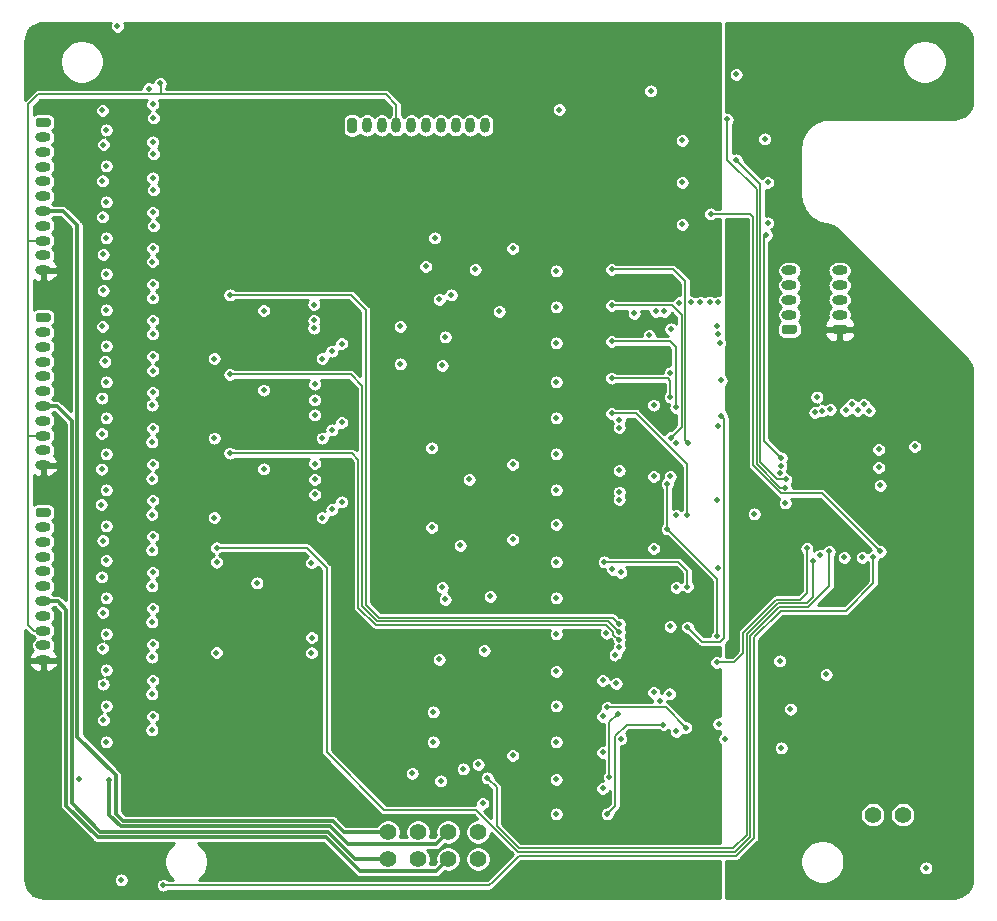
<source format=gbr>
%TF.GenerationSoftware,KiCad,Pcbnew,(5.1.10)-1*%
%TF.CreationDate,2023-09-08T21:34:54-05:00*%
%TF.ProjectId,brs_flight_computer,6272735f-666c-4696-9768-745f636f6d70,A*%
%TF.SameCoordinates,Original*%
%TF.FileFunction,Copper,L3,Inr*%
%TF.FilePolarity,Positive*%
%FSLAX46Y46*%
G04 Gerber Fmt 4.6, Leading zero omitted, Abs format (unit mm)*
G04 Created by KiCad (PCBNEW (5.1.10)-1) date 2023-09-08 21:34:54*
%MOMM*%
%LPD*%
G01*
G04 APERTURE LIST*
%TA.AperFunction,ComponentPad*%
%ADD10O,0.800000X1.300000*%
%TD*%
%TA.AperFunction,ComponentPad*%
%ADD11C,1.400000*%
%TD*%
%TA.AperFunction,ComponentPad*%
%ADD12O,1.300000X0.800000*%
%TD*%
%TA.AperFunction,ViaPad*%
%ADD13C,0.508000*%
%TD*%
%TA.AperFunction,Conductor*%
%ADD14C,0.152400*%
%TD*%
%TA.AperFunction,Conductor*%
%ADD15C,0.304800*%
%TD*%
%TA.AperFunction,Conductor*%
%ADD16C,0.254000*%
%TD*%
%TA.AperFunction,Conductor*%
%ADD17C,0.100000*%
%TD*%
G04 APERTURE END LIST*
D10*
%TO.N,/Microcontroller/NC_V*%
%TO.C,J3*%
X152728000Y-79248000D03*
%TO.N,/Microcontroller/NO_V*%
X151478000Y-79248000D03*
%TO.N,/Microcontroller/UNSET*%
X150228000Y-79248000D03*
%TO.N,/Microcontroller/SET*%
X148978000Y-79248000D03*
%TO.N,/Microcontroller/MAG_INT*%
X147728000Y-79248000D03*
%TO.N,/Ground Switcher/SDA*%
X146478000Y-79248000D03*
%TO.N,/Ground Switcher/SCL*%
X145228000Y-79248000D03*
%TO.N,GND*%
X143978000Y-79248000D03*
%TO.N,VPP*%
X142728000Y-79248000D03*
%TO.N,VDDF*%
%TA.AperFunction,ComponentPad*%
G36*
G01*
X141078000Y-79698000D02*
X141078000Y-78798000D01*
G75*
G02*
X141278000Y-78598000I200000J0D01*
G01*
X141678000Y-78598000D01*
G75*
G02*
X141878000Y-78798000I0J-200000D01*
G01*
X141878000Y-79698000D01*
G75*
G02*
X141678000Y-79898000I-200000J0D01*
G01*
X141278000Y-79898000D01*
G75*
G02*
X141078000Y-79698000I0J200000D01*
G01*
G37*
%TD.AperFunction*%
%TD*%
D11*
%TO.N,Net-(R52-Pad2)*%
%TO.C,TP24*%
X185547000Y-137604500D03*
%TO.N,Net-(J5-Pad3)*%
X188087000Y-137604500D03*
%TD*%
%TO.N,Net-(R33-Pad1)*%
%TO.C,TP17*%
X152146000Y-141351000D03*
%TO.N,P3_CP*%
X149606000Y-141351000D03*
%TD*%
%TO.N,Net-(R32-Pad2)*%
%TO.C,TP16*%
X147066000Y-141351000D03*
%TO.N,P2_CP*%
X144526000Y-141351000D03*
%TD*%
%TO.N,Net-(R17-Pad1)*%
%TO.C,TP7*%
X147066000Y-139065000D03*
%TO.N,P1_CP*%
X144526000Y-139065000D03*
%TD*%
%TO.N,Net-(R16-Pad2)*%
%TO.C,TP6*%
X152146000Y-139065000D03*
%TO.N,/Curve Tracer/GAAS_POS*%
X149606000Y-139065000D03*
%TD*%
D12*
%TO.N,GND*%
%TO.C,J2*%
X178498500Y-91520000D03*
%TO.N,PAYLOAD_RST*%
X178498500Y-92770000D03*
%TO.N,TEST*%
X178498500Y-94020000D03*
%TO.N,TCK*%
X178498500Y-95270000D03*
%TO.N,TMS*%
%TA.AperFunction,ComponentPad*%
G36*
G01*
X178948500Y-96920000D02*
X178048500Y-96920000D01*
G75*
G02*
X177848500Y-96720000I0J200000D01*
G01*
X177848500Y-96320000D01*
G75*
G02*
X178048500Y-96120000I200000J0D01*
G01*
X178948500Y-96120000D01*
G75*
G02*
X179148500Y-96320000I0J-200000D01*
G01*
X179148500Y-96720000D01*
G75*
G02*
X178948500Y-96920000I-200000J0D01*
G01*
G37*
%TD.AperFunction*%
%TD*%
%TO.N,TDI*%
%TO.C,J1*%
X182753000Y-91520000D03*
%TO.N,TDO*%
X182753000Y-92770000D03*
%TO.N,TX_OUT*%
X182753000Y-94020000D03*
%TO.N,RX_IN*%
X182753000Y-95270000D03*
%TO.N,+3V3*%
%TA.AperFunction,ComponentPad*%
G36*
G01*
X183203000Y-96920000D02*
X182303000Y-96920000D01*
G75*
G02*
X182103000Y-96720000I0J200000D01*
G01*
X182103000Y-96320000D01*
G75*
G02*
X182303000Y-96120000I200000J0D01*
G01*
X183203000Y-96120000D01*
G75*
G02*
X183403000Y-96320000I0J-200000D01*
G01*
X183403000Y-96720000D01*
G75*
G02*
X183203000Y-96920000I-200000J0D01*
G01*
G37*
%TD.AperFunction*%
%TD*%
%TO.N,VBUS*%
%TO.C,J14*%
X115316000Y-108004000D03*
%TO.N,GND*%
X115316000Y-106754000D03*
%TO.N,/Ground Switcher/SCL*%
X115316000Y-105504000D03*
%TO.N,/Ground Switcher/SDA*%
X115316000Y-104254000D03*
%TO.N,P2_CP*%
X115316000Y-103004000D03*
%TO.N,P2_P1*%
X115316000Y-101754000D03*
%TO.N,P2_P2*%
X115316000Y-100504000D03*
%TO.N,P2_P3*%
X115316000Y-99254000D03*
%TO.N,P2_P6*%
X115316000Y-98004000D03*
%TO.N,P2_P5*%
X115316000Y-96754000D03*
%TO.N,P2_P4*%
%TA.AperFunction,ComponentPad*%
G36*
G01*
X114866000Y-95104000D02*
X115766000Y-95104000D01*
G75*
G02*
X115966000Y-95304000I0J-200000D01*
G01*
X115966000Y-95704000D01*
G75*
G02*
X115766000Y-95904000I-200000J0D01*
G01*
X114866000Y-95904000D01*
G75*
G02*
X114666000Y-95704000I0J200000D01*
G01*
X114666000Y-95304000D01*
G75*
G02*
X114866000Y-95104000I200000J0D01*
G01*
G37*
%TD.AperFunction*%
%TD*%
%TO.N,VBUS*%
%TO.C,J13*%
X115316000Y-91494000D03*
%TO.N,GND*%
X115316000Y-90244000D03*
%TO.N,/Ground Switcher/SCL*%
X115316000Y-88994000D03*
%TO.N,/Ground Switcher/SDA*%
X115316000Y-87744000D03*
%TO.N,P1_CP*%
X115316000Y-86494000D03*
%TO.N,P1_P1*%
X115316000Y-85244000D03*
%TO.N,P1_P2*%
X115316000Y-83994000D03*
%TO.N,P1_P3*%
X115316000Y-82744000D03*
%TO.N,P1_P6*%
X115316000Y-81494000D03*
%TO.N,P1_P5*%
X115316000Y-80244000D03*
%TO.N,P1_P4*%
%TA.AperFunction,ComponentPad*%
G36*
G01*
X114866000Y-78594000D02*
X115766000Y-78594000D01*
G75*
G02*
X115966000Y-78794000I0J-200000D01*
G01*
X115966000Y-79194000D01*
G75*
G02*
X115766000Y-79394000I-200000J0D01*
G01*
X114866000Y-79394000D01*
G75*
G02*
X114666000Y-79194000I0J200000D01*
G01*
X114666000Y-78794000D01*
G75*
G02*
X114866000Y-78594000I200000J0D01*
G01*
G37*
%TD.AperFunction*%
%TD*%
%TO.N,VBUS*%
%TO.C,J10*%
X115316000Y-124514000D03*
%TO.N,GND*%
X115316000Y-123264000D03*
%TO.N,/Ground Switcher/SCL*%
X115316000Y-122014000D03*
%TO.N,/Ground Switcher/SDA*%
X115316000Y-120764000D03*
%TO.N,P3_CP*%
X115316000Y-119514000D03*
%TO.N,P3_P1*%
X115316000Y-118264000D03*
%TO.N,P3_P2*%
X115316000Y-117014000D03*
%TO.N,P3_P3*%
X115316000Y-115764000D03*
%TO.N,P3_P6*%
X115316000Y-114514000D03*
%TO.N,P3_P5*%
X115316000Y-113264000D03*
%TO.N,P3_P4*%
%TA.AperFunction,ComponentPad*%
G36*
G01*
X114866000Y-111614000D02*
X115766000Y-111614000D01*
G75*
G02*
X115966000Y-111814000I0J-200000D01*
G01*
X115966000Y-112214000D01*
G75*
G02*
X115766000Y-112414000I-200000J0D01*
G01*
X114866000Y-112414000D01*
G75*
G02*
X114666000Y-112214000I0J200000D01*
G01*
X114666000Y-111814000D01*
G75*
G02*
X114866000Y-111614000I200000J0D01*
G01*
G37*
%TD.AperFunction*%
%TD*%
D13*
%TO.N,GND*%
X121602500Y-70866000D03*
X145542000Y-96266000D03*
X145542000Y-99441000D03*
X149860000Y-93599000D03*
X149352000Y-97155000D03*
X153924000Y-94996000D03*
X147701000Y-91186000D03*
X158750000Y-91567000D03*
X158750000Y-94615000D03*
X158750000Y-97663000D03*
X158750000Y-100965000D03*
X158750000Y-104013000D03*
X158750000Y-107061000D03*
X158750000Y-110109000D03*
X158750000Y-113030000D03*
X158750000Y-116205000D03*
X158750000Y-119253000D03*
X158750000Y-122301000D03*
X158750000Y-125476000D03*
X158750000Y-128397000D03*
X158750000Y-131445000D03*
X158750000Y-134620000D03*
X158750000Y-137541000D03*
X124587000Y-80645000D03*
X120650000Y-82677000D03*
X120650000Y-85725000D03*
X120650000Y-88773000D03*
X120650000Y-91821000D03*
X120650000Y-94869000D03*
X120650000Y-97917000D03*
X120650000Y-100965000D03*
X120650000Y-104013000D03*
X120650000Y-107061000D03*
X120650000Y-110109000D03*
X120650000Y-113157000D03*
X120650000Y-116078000D03*
X120650000Y-119253000D03*
X120650000Y-122301000D03*
X120650000Y-125349000D03*
X120650000Y-128397000D03*
X120650000Y-131445000D03*
X120650000Y-79629000D03*
X124587000Y-77470000D03*
X124587000Y-83693000D03*
X124587000Y-86614000D03*
X124587000Y-89662000D03*
X124587000Y-92710000D03*
X124587000Y-95758000D03*
X124587000Y-98806000D03*
X124587000Y-101854000D03*
X124587000Y-104902000D03*
X124587000Y-107950000D03*
X124587000Y-110998000D03*
X124587000Y-114046000D03*
X124587000Y-117094000D03*
X124587000Y-120142000D03*
X124587000Y-123190000D03*
X124587000Y-126238000D03*
X124587000Y-129286000D03*
X177800000Y-131953000D03*
X181610000Y-125730000D03*
X148209000Y-106553000D03*
X148209000Y-113284000D03*
X149352000Y-119380000D03*
X153162000Y-119126000D03*
X148336000Y-131445000D03*
X150876000Y-133731000D03*
X146558000Y-134112000D03*
X148463000Y-88773000D03*
X175514000Y-112141000D03*
X190055500Y-142113000D03*
X173037500Y-131191000D03*
X164084000Y-108458000D03*
X168402000Y-108966000D03*
X168402000Y-121666000D03*
X163830000Y-126492000D03*
X165354000Y-95157859D03*
X172468212Y-96923124D03*
X164084000Y-104203500D03*
X164084000Y-104838500D03*
X172491399Y-104673400D03*
X172402500Y-110934500D03*
X164084000Y-110299500D03*
X164084000Y-110934500D03*
X164211000Y-117094000D03*
X172466000Y-116713000D03*
X172529500Y-129921000D03*
X168338500Y-127381000D03*
X186182000Y-109728000D03*
X186055000Y-108204000D03*
X186055000Y-106680000D03*
X138239500Y-96418403D03*
X138239500Y-94424500D03*
X138303000Y-103759000D03*
X138303000Y-101155500D03*
X138303000Y-110490000D03*
X138303000Y-107886500D03*
X138049000Y-122618500D03*
X118364000Y-134620000D03*
%TO.N,VAA*%
X189103000Y-106426000D03*
%TO.N,PAYLOAD_RST*%
X178142684Y-111216000D03*
%TO.N,+3V3*%
X162687000Y-126238000D03*
X162687000Y-129286000D03*
X162687000Y-132334000D03*
X162687000Y-135382000D03*
X148336000Y-128905000D03*
X148971000Y-134747000D03*
X185293000Y-98806000D03*
X185801000Y-97155000D03*
X188455000Y-114567000D03*
X188455000Y-117615000D03*
X184975500Y-142113000D03*
X164211000Y-131191000D03*
X167513000Y-127952500D03*
X172402500Y-96266000D03*
X183832500Y-101092000D03*
X187706000Y-112268000D03*
X191516000Y-105664000D03*
X152527000Y-136652000D03*
X159004000Y-77913500D03*
X169418000Y-80518000D03*
X169418000Y-84074000D03*
X169418000Y-87630000D03*
X175260000Y-108839000D03*
X152654000Y-123698000D03*
X124650500Y-78613000D03*
X124650500Y-81661000D03*
X124650500Y-84709000D03*
X124650500Y-87757000D03*
X124563250Y-90781250D03*
X124587000Y-93853000D03*
X124587000Y-96901000D03*
X124587000Y-100012500D03*
X124534159Y-102944159D03*
X124523500Y-106045000D03*
X124523500Y-109156500D03*
X124523500Y-112204500D03*
X124523500Y-115189000D03*
X124523500Y-118237000D03*
X124523500Y-121285000D03*
X124523500Y-124269500D03*
X124523500Y-127381000D03*
X124523500Y-130429000D03*
X129794000Y-98996500D03*
X138239500Y-95758000D03*
X133985000Y-94932500D03*
X129794000Y-105727500D03*
X138303000Y-102489000D03*
X133985000Y-101663500D03*
X133985000Y-108331000D03*
X129794000Y-112458500D03*
X138303000Y-109220000D03*
X129984500Y-123888500D03*
X164084000Y-123444000D03*
X133413500Y-117983000D03*
X129997200Y-116230400D03*
X138023600Y-116281200D03*
X138023600Y-123901200D03*
X121920000Y-143129000D03*
%TO.N,GAAS_VOLTAGE*%
X148844000Y-124460000D03*
X172466000Y-94234000D03*
%TO.N,P_1_VOLTAGE*%
X148844000Y-93980000D03*
X170154600Y-94234000D03*
%TO.N,GAAS_CURRENT*%
X152146000Y-133350000D03*
X169189400Y-94251735D03*
%TO.N,P_1_CURRENT*%
X151892000Y-91440000D03*
X167195500Y-94996000D03*
%TO.N,P_2_VOLTAGE*%
X149098000Y-99568000D03*
X170942000Y-94234000D03*
%TO.N,P_3_VOLTAGE*%
X149098000Y-118364000D03*
X171735625Y-94202375D03*
%TO.N,P_2_CURRENT*%
X151384000Y-109220000D03*
X167894000Y-94996000D03*
%TO.N,P_3_CURRENT*%
X150622000Y-114808000D03*
X168465500Y-96478659D03*
%TO.N,+5V*%
X173990000Y-74930000D03*
X166751000Y-76327000D03*
%TO.N,/Ground Switcher/SCL*%
X125222000Y-75692000D03*
X184658000Y-115824000D03*
%TO.N,/Ground Switcher/SDA*%
X124269500Y-76136500D03*
X183134000Y-115824000D03*
%TO.N,/Curve Tracer/GAAS_POS*%
X120904000Y-134683500D03*
%TO.N,/Ground Switcher/GAAS_TEMP*%
X185610500Y-115760500D03*
X125476000Y-143573500D03*
%TO.N,Net-(J21-Pad4)*%
X176657000Y-84074000D03*
%TO.N,Net-(J21-Pad3)*%
X176657000Y-87503000D03*
%TO.N,/Microcontroller/MAG_INT*%
X183261000Y-103378000D03*
%TO.N,/Microcontroller/UNSET*%
X184277000Y-103378000D03*
%TO.N,/Microcontroller/SET*%
X183769000Y-102870000D03*
%TO.N,/Microcontroller/NC_V*%
X185247600Y-103398322D03*
%TO.N,/Microcontroller/NO_V*%
X184785000Y-102870000D03*
%TO.N,/EPS Connections/BUSY*%
X186182000Y-115316000D03*
X171831000Y-86741000D03*
%TO.N,/EPS Connections/TX*%
X178181000Y-109220000D03*
X173990000Y-82169000D03*
%TO.N,/EPS Connections/RX*%
X178138951Y-109922452D03*
X173228000Y-78740000D03*
%TO.N,Net-(R16-Pad2)*%
X155067000Y-132588000D03*
%TO.N,Net-(R32-Pad2)*%
X155067000Y-107950000D03*
%TO.N,Net-(R71-Pad2)*%
X120332500Y-77978000D03*
%TO.N,Net-(R72-Pad2)*%
X120332500Y-96266000D03*
%TO.N,Net-(R73-Pad2)*%
X120356250Y-114403250D03*
%TO.N,/EPS Connections/READ_BUSS*%
X177801595Y-107405922D03*
X176530000Y-88519000D03*
%TO.N,Net-(U23-Pad4)*%
X163449000Y-103632000D03*
X169862500Y-112204500D03*
%TO.N,Net-(U26-Pad6)*%
X168148000Y-113411000D03*
X168148000Y-109601000D03*
X172402500Y-122491500D03*
%TO.N,Net-(U18-Pad4)*%
X163449000Y-91440000D03*
X169926000Y-106172000D03*
%TO.N,Net-(U19-Pad4)*%
X163449000Y-94488000D03*
X168443025Y-105689400D03*
%TO.N,Net-(U20-Pad4)*%
X163449000Y-97536000D03*
X168884590Y-103124000D03*
%TO.N,Net-(U21-Pad6)*%
X163449000Y-100647500D03*
X168401990Y-102235000D03*
X172720000Y-103822500D03*
X169862500Y-121729500D03*
%TO.N,Net-(U33-Pad4)*%
X163068000Y-128524000D03*
X169735500Y-130238500D03*
%TO.N,Net-(U35-Pad4)*%
X163258500Y-134429500D03*
X163957000Y-129095500D03*
%TO.N,Net-(U36-Pad6)*%
X163068000Y-137541000D03*
X167830500Y-129984500D03*
%TO.N,Net-(U28-Pad4)*%
X162814000Y-116205000D03*
X169862500Y-118300500D03*
%TO.N,Net-(U30-Pad4)*%
X163004500Y-122237500D03*
X163512500Y-116840000D03*
%TO.N,/Microcontroller/CT_GOOD*%
X172339000Y-124714000D03*
X179984400Y-115062000D03*
%TO.N,/Ground Switcher/MUX_GOOD*%
X181102000Y-115633500D03*
X163733247Y-124091244D03*
%TO.N,/Ground Switcher/MUX_CLOCK*%
X181864000Y-115316000D03*
X129997200Y-115011200D03*
%TO.N,/Curve Tracer/GAAS_ON*%
X152908000Y-134493000D03*
X180467000Y-116141500D03*
%TO.N,/Curve Tracer/S1_CT*%
X166624000Y-97028000D03*
X181944052Y-103297948D03*
%TO.N,/Curve Tracer/READ_VOLTAGE*%
X172720000Y-100838000D03*
X180643045Y-103550201D03*
%TO.N,/Curve Tracer/READ_CURRENT*%
X168401990Y-100209768D03*
X181293385Y-103410922D03*
%TO.N,/Curve Tracer/S0_CT*%
X172593000Y-97663000D03*
X180823628Y-102254516D03*
%TO.N,/Microcontroller/TRACE_DIR*%
X167005000Y-127254000D03*
X167005000Y-102933500D03*
X167005000Y-108966000D03*
X167005000Y-115062000D03*
X177675978Y-108719001D03*
%TO.N,/Microcontroller/LADDER_CLOCK*%
X168910000Y-130556000D03*
X168910000Y-106172000D03*
X168910000Y-118364000D03*
X168910000Y-112268000D03*
X177772416Y-108065679D03*
%TO.N,VBUS*%
X162687000Y-89662000D03*
X162687000Y-92710000D03*
X162687000Y-95758000D03*
X162687000Y-98806000D03*
X162687000Y-101854000D03*
X162687000Y-104902000D03*
X162687000Y-107950000D03*
X162687000Y-110998000D03*
X162687000Y-114046000D03*
X162687000Y-117094000D03*
X162687000Y-120142000D03*
X162687000Y-123190000D03*
X164084000Y-124714000D03*
X164084000Y-118999000D03*
X164084000Y-112903000D03*
X164084000Y-106807000D03*
X167513000Y-111506000D03*
X167513000Y-117602000D03*
X167513000Y-123698000D03*
X177673000Y-124587000D03*
X148209000Y-104521000D03*
X148209000Y-110871000D03*
X152527000Y-122428000D03*
X148463000Y-85725000D03*
X167513000Y-103632000D03*
X178574574Y-128663574D03*
X133858000Y-77913500D03*
X152527000Y-99314000D03*
X124904500Y-73469500D03*
%TO.N,Net-(R17-Pad1)*%
X155067000Y-89662000D03*
%TO.N,Net-(R33-Pad1)*%
X155067000Y-114300000D03*
%TO.N,Net-(U4-Pad9)*%
X131127500Y-93599000D03*
X164084000Y-121462791D03*
%TO.N,Net-(U15-Pad3)*%
X140589000Y-111125000D03*
X140589000Y-97726500D03*
X140589000Y-104394000D03*
%TO.N,Net-(U15-Pad2)*%
X139763500Y-111760000D03*
X139763500Y-98361500D03*
X139763500Y-105029000D03*
%TO.N,Net-(U15-Pad1)*%
X138938000Y-112458500D03*
X138938000Y-98996500D03*
X138938000Y-105727500D03*
%TO.N,Net-(U5-Pad9)*%
X131127500Y-100330000D03*
X164084000Y-122123194D03*
%TO.N,Net-(U15-Pad9)*%
X131127500Y-106997500D03*
X164084000Y-122783597D03*
%TO.N,Net-(J21-Pad5)*%
X176403000Y-80391000D03*
%TO.N,Net-(R11-Pad2)*%
X120396000Y-93218000D03*
%TO.N,Net-(R12-Pad2)*%
X120396000Y-90170000D03*
%TO.N,Net-(R13-Pad2)*%
X120332500Y-86995000D03*
%TO.N,Net-(R26-Pad2)*%
X120332500Y-83947000D03*
%TO.N,Net-(R27-Pad2)*%
X120419750Y-80875250D03*
%TO.N,Net-(R28-Pad2)*%
X120229250Y-111355250D03*
%TO.N,Net-(R29-Pad2)*%
X120261000Y-108339000D03*
%TO.N,Net-(R38-Pad2)*%
X120269000Y-105346500D03*
%TO.N,Net-(R39-Pad2)*%
X120292750Y-102338250D03*
%TO.N,Net-(R40-Pad2)*%
X120546750Y-99226750D03*
%TO.N,Net-(R41-Pad2)*%
X120419750Y-129579750D03*
%TO.N,Net-(R44-Pad2)*%
X120388000Y-126563500D03*
%TO.N,Net-(R45-Pad2)*%
X120324500Y-123515500D03*
%TO.N,Net-(R47-Pad2)*%
X120356250Y-120499250D03*
%TO.N,Net-(R48-Pad2)*%
X120269000Y-117475000D03*
%TD*%
D14*
%TO.N,/Ground Switcher/SCL*%
X114521000Y-122014000D02*
X115316000Y-122014000D01*
X114046000Y-121539000D02*
X114521000Y-122014000D01*
X114079000Y-105504000D02*
X114046000Y-105537000D01*
X115316000Y-105504000D02*
X114079000Y-105504000D01*
X114046000Y-105537000D02*
X114046000Y-121539000D01*
X114896899Y-76619101D02*
X124654109Y-76619101D01*
X114046000Y-77470000D02*
X114896899Y-76619101D01*
X114079000Y-88994000D02*
X114046000Y-89027000D01*
X115316000Y-88994000D02*
X114079000Y-88994000D01*
X114046000Y-89027000D02*
X114046000Y-77470000D01*
X114046000Y-105537000D02*
X114046000Y-89027000D01*
X145228000Y-77537000D02*
X145228000Y-79248000D01*
X144310101Y-76619101D02*
X145228000Y-77537000D01*
X125260101Y-75730101D02*
X125222000Y-75692000D01*
X125260101Y-76619101D02*
X125260101Y-75730101D01*
X124654109Y-76619101D02*
X125260101Y-76619101D01*
X125260101Y-76619101D02*
X144310101Y-76619101D01*
D15*
%TO.N,/Curve Tracer/GAAS_POS*%
X148601199Y-140069801D02*
X149606000Y-139065000D01*
X139634266Y-138595082D02*
X141108985Y-140069801D01*
X141108985Y-140069801D02*
X148601199Y-140069801D01*
X121894582Y-138595082D02*
X139634266Y-138595082D01*
X120904000Y-137604500D02*
X121894582Y-138595082D01*
X120904000Y-134683500D02*
X120904000Y-137604500D01*
D14*
%TO.N,/Ground Switcher/GAAS_TEMP*%
X183273691Y-120319809D02*
X185610500Y-117983000D01*
X177753459Y-120319809D02*
X183273691Y-120319809D01*
X175478411Y-122594857D02*
X177753459Y-120319809D01*
X185610500Y-117983000D02*
X185610500Y-115760500D01*
X175478409Y-139581723D02*
X175478411Y-122594857D01*
X173988511Y-141071619D02*
X175478409Y-139581723D01*
X155600381Y-141071619D02*
X173988511Y-141071619D01*
X153098500Y-143573500D02*
X153384250Y-143287750D01*
X125476000Y-143573500D02*
X153098500Y-143573500D01*
X153384250Y-143287750D02*
X155600381Y-141071619D01*
%TO.N,/EPS Connections/BUSY*%
X181271053Y-110405053D02*
X177785648Y-110405053D01*
X186182000Y-115316000D02*
X181271053Y-110405053D01*
X177785648Y-110405053D02*
X175412380Y-108031785D01*
X175412380Y-108031785D02*
X175412380Y-87020380D01*
X175133000Y-86741000D02*
X171831000Y-86741000D01*
X175412380Y-87020380D02*
X175133000Y-86741000D01*
%TO.N,/EPS Connections/TX*%
X177462727Y-109220000D02*
X176022000Y-107779273D01*
X178181000Y-109220000D02*
X177462727Y-109220000D01*
X176022000Y-84201000D02*
X173990000Y-82169000D01*
X176022000Y-107779273D02*
X176022000Y-84201000D01*
%TO.N,/EPS Connections/RX*%
X177734113Y-109922452D02*
X175717190Y-107905529D01*
X178138951Y-109922452D02*
X177734113Y-109922452D01*
X175717190Y-107905529D02*
X175717190Y-84658190D01*
X173228000Y-82169000D02*
X173228000Y-78740000D01*
X175717190Y-84658190D02*
X173228000Y-82169000D01*
%TO.N,/EPS Connections/READ_BUSS*%
X177801595Y-107405922D02*
X176326810Y-105931137D01*
X176326810Y-105931137D02*
X176326810Y-102743000D01*
X176326810Y-102743000D02*
X176326810Y-89027000D01*
X176326810Y-88722190D02*
X176530000Y-88519000D01*
X176326810Y-89027000D02*
X176326810Y-88722190D01*
%TO.N,Net-(U23-Pad4)*%
X163449000Y-103632000D02*
X165544500Y-103632000D01*
X169862500Y-107950000D02*
X169862500Y-112204500D01*
X165544500Y-103632000D02*
X169862500Y-107950000D01*
%TO.N,Net-(U26-Pad6)*%
X168148000Y-113411000D02*
X168148000Y-109601000D01*
X172402500Y-117665500D02*
X172402500Y-122491500D01*
X168148000Y-113411000D02*
X172402500Y-117665500D01*
%TO.N,Net-(U18-Pad4)*%
X163449000Y-91440000D02*
X168656000Y-91440000D01*
X168656000Y-91440000D02*
X169672000Y-92456000D01*
X169672000Y-105918000D02*
X169926000Y-106172000D01*
X169672000Y-92456000D02*
X169672000Y-105918000D01*
%TO.N,Net-(U19-Pad4)*%
X163449000Y-94488000D02*
X168529000Y-94488000D01*
X168529000Y-94488000D02*
X169367190Y-95326190D01*
X169367190Y-104765235D02*
X168443025Y-105689400D01*
X169367190Y-95326190D02*
X169367190Y-104765235D01*
%TO.N,Net-(U20-Pad4)*%
X163449000Y-97536000D02*
X168427380Y-97536000D01*
X168884590Y-97993210D02*
X168884590Y-103124000D01*
X168427380Y-97536000D02*
X168884590Y-97993210D01*
%TO.N,Net-(U21-Pad6)*%
X163449000Y-100647500D02*
X168198780Y-100647500D01*
X168401990Y-100850710D02*
X168401990Y-102235000D01*
X168198780Y-100647500D02*
X168401990Y-100850710D01*
X171107101Y-122974101D02*
X169862500Y-121729500D01*
X172634149Y-122974101D02*
X171107101Y-122974101D01*
X172973999Y-122634251D02*
X172634149Y-122974101D01*
X172973999Y-104076499D02*
X172973999Y-122634251D01*
X172720000Y-103822500D02*
X172973999Y-104076499D01*
%TO.N,Net-(U33-Pad4)*%
X168021000Y-128524000D02*
X169735500Y-130238500D01*
X163068000Y-128524000D02*
X168021000Y-128524000D01*
%TO.N,Net-(U35-Pad4)*%
X163258500Y-129794000D02*
X163957000Y-129095500D01*
X163258500Y-134429500D02*
X163258500Y-129794000D01*
%TO.N,Net-(U36-Pad6)*%
X163728399Y-130959351D02*
X164703250Y-129984500D01*
X163728399Y-131422649D02*
X163728399Y-130959351D01*
X163741101Y-131435351D02*
X163728399Y-131422649D01*
X163741101Y-136867899D02*
X163741101Y-131435351D01*
X163068000Y-137541000D02*
X163741101Y-136867899D01*
X164703250Y-129984500D02*
X167830500Y-129984500D01*
%TO.N,Net-(U28-Pad4)*%
X162814000Y-116205000D02*
X168719500Y-116205000D01*
X168719500Y-116205000D02*
X169100500Y-116205000D01*
X169862500Y-116967000D02*
X169862500Y-118300500D01*
X169100500Y-116205000D02*
X169862500Y-116967000D01*
%TO.N,/Microcontroller/CT_GOOD*%
X179984400Y-118822658D02*
X179984400Y-115062000D01*
X179401679Y-119405379D02*
X179984400Y-118822658D01*
X177374691Y-119405379D02*
X179401679Y-119405379D01*
X174563983Y-122216087D02*
X177374691Y-119405379D01*
X174563982Y-123952000D02*
X174563983Y-122216087D01*
X173801982Y-124714000D02*
X174563982Y-123952000D01*
X172339000Y-124714000D02*
X173801982Y-124714000D01*
%TO.N,/Ground Switcher/MUX_CLOCK*%
X181864000Y-118236254D02*
X180085255Y-120014999D01*
X181864000Y-115316000D02*
X181864000Y-118236254D01*
X180085255Y-120014999D02*
X177627203Y-120014999D01*
X177627203Y-120014999D02*
X175173601Y-122468601D01*
X175173601Y-122468601D02*
X175173601Y-135509744D01*
X175173600Y-139455466D02*
X173862256Y-140766810D01*
X175173601Y-135509744D02*
X175173600Y-139455466D01*
X155496493Y-140766809D02*
X151940494Y-137210810D01*
X173862256Y-140766810D02*
X155496493Y-140766809D01*
X151940494Y-137210810D02*
X145923743Y-137210809D01*
X145923743Y-137210809D02*
X144195809Y-137210809D01*
X139319000Y-132334000D02*
X139319000Y-123952000D01*
X144195809Y-137210809D02*
X139319000Y-132334000D01*
X139319000Y-123952000D02*
X139319000Y-116713000D01*
X137617200Y-115011200D02*
X129997200Y-115011200D01*
X139319000Y-116713000D02*
X137617200Y-115011200D01*
%TO.N,/Curve Tracer/GAAS_ON*%
X179958999Y-119710189D02*
X180467000Y-119202188D01*
X180467000Y-119202188D02*
X180467000Y-118771124D01*
X177500947Y-119710189D02*
X179958999Y-119710189D01*
X174868792Y-122342344D02*
X177500947Y-119710189D01*
X180467000Y-118771124D02*
X180467000Y-116141500D01*
X174868791Y-139329209D02*
X174868792Y-122342344D01*
X173736000Y-140462000D02*
X174868791Y-139329209D01*
X153718908Y-138558158D02*
X155622750Y-140462000D01*
X153718908Y-135303908D02*
X153718908Y-138558158D01*
X155622750Y-140462000D02*
X173736000Y-140462000D01*
X152908000Y-134493000D02*
X153718908Y-135303908D01*
D15*
%TO.N,P3_CP*%
X115316000Y-119514000D02*
X116529500Y-119514000D01*
X116529500Y-119514000D02*
X117284500Y-120269000D01*
X117284500Y-120269000D02*
X117284500Y-136842500D01*
X117284500Y-136842500D02*
X119951500Y-139509500D01*
X119951500Y-139509500D02*
X139255500Y-139509500D01*
X148601199Y-142355801D02*
X149606000Y-141351000D01*
X142101801Y-142355801D02*
X148601199Y-142355801D01*
X139255500Y-139509500D02*
X142101801Y-142355801D01*
%TO.N,P1_CP*%
X139823649Y-138137873D02*
X140750776Y-139065000D01*
X122083964Y-138137872D02*
X139823649Y-138137873D01*
X121475500Y-134277080D02*
X121475500Y-137529408D01*
X140750776Y-139065000D02*
X144526000Y-139065000D01*
X118198920Y-131000500D02*
X121475500Y-134277080D01*
X121475500Y-137529408D02*
X122083964Y-138137872D01*
X118198920Y-87718920D02*
X118198920Y-131000500D01*
X116974000Y-86494000D02*
X118198920Y-87718920D01*
X115316000Y-86494000D02*
X116974000Y-86494000D01*
%TO.N,P2_CP*%
X115316000Y-103004000D02*
X116466000Y-103004000D01*
X116466000Y-103004000D02*
X117741710Y-104279710D01*
X117741710Y-104279710D02*
X117741710Y-136653118D01*
X117741710Y-136653118D02*
X120140882Y-139052290D01*
X120140882Y-139052290D02*
X139444883Y-139052291D01*
X141743592Y-141351000D02*
X144526000Y-141351000D01*
X139444883Y-139052291D02*
X141743592Y-141351000D01*
D14*
%TO.N,Net-(U4-Pad9)*%
X131127500Y-93599000D02*
X138128250Y-93599000D01*
X138128250Y-93599000D02*
X141351000Y-93599000D01*
X141351000Y-93599000D02*
X142621000Y-94869000D01*
X142621000Y-94869000D02*
X142621000Y-119824500D01*
X143725899Y-120929399D02*
X142621000Y-119824500D01*
X163550608Y-120929399D02*
X143725899Y-120929399D01*
X164084000Y-121462791D02*
X163550608Y-120929399D01*
%TO.N,Net-(U5-Pad9)*%
X164030153Y-122123194D02*
X163141168Y-121234209D01*
X164084000Y-122123194D02*
X164030153Y-122123194D01*
X143599642Y-121234208D02*
X142316190Y-119950756D01*
X163141168Y-121234209D02*
X143599642Y-121234208D01*
X142316190Y-119950756D02*
X142316190Y-101295190D01*
X141351000Y-100330000D02*
X131127500Y-100330000D01*
X142316190Y-101295190D02*
X141351000Y-100330000D01*
%TO.N,Net-(U15-Pad9)*%
X131127500Y-106997500D02*
X141439880Y-106997500D01*
X141439880Y-106997500D02*
X142011380Y-107569000D01*
X142011381Y-120077013D02*
X143473387Y-121539017D01*
X142011380Y-107569000D02*
X142011381Y-120077013D01*
X163601399Y-122354843D02*
X164030153Y-122783597D01*
X164030153Y-122783597D02*
X164084000Y-122783597D01*
X163601399Y-122135899D02*
X163601399Y-122354843D01*
X163004517Y-121539017D02*
X163601399Y-122135899D01*
X143473387Y-121539017D02*
X163004517Y-121539017D01*
%TD*%
D16*
%TO.N,VBUS*%
X116751100Y-120489942D02*
X116751101Y-136816303D01*
X116748521Y-136842500D01*
X116758819Y-136947064D01*
X116789319Y-137047610D01*
X116822304Y-137109319D01*
X116838850Y-137140275D01*
X116866174Y-137173569D01*
X116888807Y-137201148D01*
X116888810Y-137201151D01*
X116905506Y-137221495D01*
X116925850Y-137238191D01*
X119555804Y-139868145D01*
X119572505Y-139888495D01*
X119653725Y-139955151D01*
X119746389Y-140004681D01*
X119846935Y-140035181D01*
X119925305Y-140042900D01*
X119925306Y-140042900D01*
X119951500Y-140045480D01*
X119977694Y-140042900D01*
X126407628Y-140042900D01*
X126241607Y-140153831D01*
X125981561Y-140413877D01*
X125777245Y-140719659D01*
X125636509Y-141059425D01*
X125564762Y-141420119D01*
X125564762Y-141787879D01*
X125636509Y-142148573D01*
X125777245Y-142488339D01*
X125981561Y-142794121D01*
X126241607Y-143054167D01*
X126334596Y-143116300D01*
X125916825Y-143116300D01*
X125880789Y-143080264D01*
X125776785Y-143010771D01*
X125661223Y-142962903D01*
X125538542Y-142938500D01*
X125413458Y-142938500D01*
X125290777Y-142962903D01*
X125175215Y-143010771D01*
X125071211Y-143080264D01*
X124982764Y-143168711D01*
X124913271Y-143272715D01*
X124865403Y-143388277D01*
X124841000Y-143510958D01*
X124841000Y-143636042D01*
X124865403Y-143758723D01*
X124913271Y-143874285D01*
X124982764Y-143978289D01*
X125071211Y-144066736D01*
X125175215Y-144136229D01*
X125290777Y-144184097D01*
X125413458Y-144208500D01*
X125538542Y-144208500D01*
X125661223Y-144184097D01*
X125776785Y-144136229D01*
X125880789Y-144066736D01*
X125916825Y-144030700D01*
X153076050Y-144030700D01*
X153098500Y-144032911D01*
X153120950Y-144030700D01*
X153120960Y-144030700D01*
X153188127Y-144024085D01*
X153274309Y-143997941D01*
X153353736Y-143955487D01*
X153423353Y-143898353D01*
X153437674Y-143880903D01*
X153723421Y-143595157D01*
X153723425Y-143595152D01*
X155789760Y-141528819D01*
X172593000Y-141528819D01*
X172593000Y-144622999D01*
X115339522Y-144622999D01*
X115021408Y-144591807D01*
X114738033Y-144506252D01*
X114476676Y-144367286D01*
X114247287Y-144180201D01*
X114058604Y-143952123D01*
X113917817Y-143691743D01*
X113830285Y-143408973D01*
X113797000Y-143092287D01*
X113797000Y-143066458D01*
X121285000Y-143066458D01*
X121285000Y-143191542D01*
X121309403Y-143314223D01*
X121357271Y-143429785D01*
X121426764Y-143533789D01*
X121515211Y-143622236D01*
X121619215Y-143691729D01*
X121734777Y-143739597D01*
X121857458Y-143764000D01*
X121982542Y-143764000D01*
X122105223Y-143739597D01*
X122220785Y-143691729D01*
X122324789Y-143622236D01*
X122413236Y-143533789D01*
X122482729Y-143429785D01*
X122530597Y-143314223D01*
X122555000Y-143191542D01*
X122555000Y-143066458D01*
X122530597Y-142943777D01*
X122482729Y-142828215D01*
X122413236Y-142724211D01*
X122324789Y-142635764D01*
X122220785Y-142566271D01*
X122105223Y-142518403D01*
X121982542Y-142494000D01*
X121857458Y-142494000D01*
X121734777Y-142518403D01*
X121619215Y-142566271D01*
X121515211Y-142635764D01*
X121426764Y-142724211D01*
X121357271Y-142828215D01*
X121309403Y-142943777D01*
X121285000Y-143066458D01*
X113797000Y-143066458D01*
X113797000Y-124800123D01*
X114071334Y-124800123D01*
X114081006Y-124876972D01*
X114170745Y-125062160D01*
X114294888Y-125226283D01*
X114448664Y-125363033D01*
X114626164Y-125467155D01*
X114820567Y-125534648D01*
X115024401Y-125562918D01*
X115189000Y-125397762D01*
X115189000Y-124641000D01*
X115443000Y-124641000D01*
X115443000Y-125397762D01*
X115607599Y-125562918D01*
X115811433Y-125534648D01*
X116005836Y-125467155D01*
X116183336Y-125363033D01*
X116337112Y-125226283D01*
X116461255Y-125062160D01*
X116550994Y-124876972D01*
X116560666Y-124800123D01*
X116432998Y-124641000D01*
X115443000Y-124641000D01*
X115189000Y-124641000D01*
X114199002Y-124641000D01*
X114071334Y-124800123D01*
X113797000Y-124800123D01*
X113797000Y-121936577D01*
X114181830Y-122321408D01*
X114196147Y-122338853D01*
X114213592Y-122353170D01*
X114265763Y-122395987D01*
X114308217Y-122418678D01*
X114345191Y-122438441D01*
X114423488Y-122462193D01*
X114511078Y-122568922D01*
X114596469Y-122639000D01*
X114511078Y-122709078D01*
X114413481Y-122828001D01*
X114340960Y-122963678D01*
X114296301Y-123110897D01*
X114281222Y-123264000D01*
X114296301Y-123417103D01*
X114340960Y-123564322D01*
X114412124Y-123697461D01*
X114294888Y-123801717D01*
X114170745Y-123965840D01*
X114081006Y-124151028D01*
X114071334Y-124227877D01*
X114199002Y-124387000D01*
X115189000Y-124387000D01*
X115189000Y-124367000D01*
X115443000Y-124367000D01*
X115443000Y-124387000D01*
X116432998Y-124387000D01*
X116560666Y-124227877D01*
X116550994Y-124151028D01*
X116461255Y-123965840D01*
X116337112Y-123801717D01*
X116219876Y-123697461D01*
X116291040Y-123564322D01*
X116335699Y-123417103D01*
X116350778Y-123264000D01*
X116335699Y-123110897D01*
X116291040Y-122963678D01*
X116218519Y-122828001D01*
X116120922Y-122709078D01*
X116035531Y-122639000D01*
X116120922Y-122568922D01*
X116218519Y-122449999D01*
X116291040Y-122314322D01*
X116335699Y-122167103D01*
X116350778Y-122014000D01*
X116335699Y-121860897D01*
X116291040Y-121713678D01*
X116218519Y-121578001D01*
X116120922Y-121459078D01*
X116035531Y-121389000D01*
X116120922Y-121318922D01*
X116218519Y-121199999D01*
X116291040Y-121064322D01*
X116335699Y-120917103D01*
X116350778Y-120764000D01*
X116335699Y-120610897D01*
X116291040Y-120463678D01*
X116218519Y-120328001D01*
X116120922Y-120209078D01*
X116035531Y-120139000D01*
X116120922Y-120068922D01*
X116138585Y-120047400D01*
X116308559Y-120047400D01*
X116751100Y-120489942D01*
%TA.AperFunction,Conductor*%
D17*
G36*
X116751100Y-120489942D02*
G01*
X116751101Y-136816303D01*
X116748521Y-136842500D01*
X116758819Y-136947064D01*
X116789319Y-137047610D01*
X116822304Y-137109319D01*
X116838850Y-137140275D01*
X116866174Y-137173569D01*
X116888807Y-137201148D01*
X116888810Y-137201151D01*
X116905506Y-137221495D01*
X116925850Y-137238191D01*
X119555804Y-139868145D01*
X119572505Y-139888495D01*
X119653725Y-139955151D01*
X119746389Y-140004681D01*
X119846935Y-140035181D01*
X119925305Y-140042900D01*
X119925306Y-140042900D01*
X119951500Y-140045480D01*
X119977694Y-140042900D01*
X126407628Y-140042900D01*
X126241607Y-140153831D01*
X125981561Y-140413877D01*
X125777245Y-140719659D01*
X125636509Y-141059425D01*
X125564762Y-141420119D01*
X125564762Y-141787879D01*
X125636509Y-142148573D01*
X125777245Y-142488339D01*
X125981561Y-142794121D01*
X126241607Y-143054167D01*
X126334596Y-143116300D01*
X125916825Y-143116300D01*
X125880789Y-143080264D01*
X125776785Y-143010771D01*
X125661223Y-142962903D01*
X125538542Y-142938500D01*
X125413458Y-142938500D01*
X125290777Y-142962903D01*
X125175215Y-143010771D01*
X125071211Y-143080264D01*
X124982764Y-143168711D01*
X124913271Y-143272715D01*
X124865403Y-143388277D01*
X124841000Y-143510958D01*
X124841000Y-143636042D01*
X124865403Y-143758723D01*
X124913271Y-143874285D01*
X124982764Y-143978289D01*
X125071211Y-144066736D01*
X125175215Y-144136229D01*
X125290777Y-144184097D01*
X125413458Y-144208500D01*
X125538542Y-144208500D01*
X125661223Y-144184097D01*
X125776785Y-144136229D01*
X125880789Y-144066736D01*
X125916825Y-144030700D01*
X153076050Y-144030700D01*
X153098500Y-144032911D01*
X153120950Y-144030700D01*
X153120960Y-144030700D01*
X153188127Y-144024085D01*
X153274309Y-143997941D01*
X153353736Y-143955487D01*
X153423353Y-143898353D01*
X153437674Y-143880903D01*
X153723421Y-143595157D01*
X153723425Y-143595152D01*
X155789760Y-141528819D01*
X172593000Y-141528819D01*
X172593000Y-144622999D01*
X115339522Y-144622999D01*
X115021408Y-144591807D01*
X114738033Y-144506252D01*
X114476676Y-144367286D01*
X114247287Y-144180201D01*
X114058604Y-143952123D01*
X113917817Y-143691743D01*
X113830285Y-143408973D01*
X113797000Y-143092287D01*
X113797000Y-143066458D01*
X121285000Y-143066458D01*
X121285000Y-143191542D01*
X121309403Y-143314223D01*
X121357271Y-143429785D01*
X121426764Y-143533789D01*
X121515211Y-143622236D01*
X121619215Y-143691729D01*
X121734777Y-143739597D01*
X121857458Y-143764000D01*
X121982542Y-143764000D01*
X122105223Y-143739597D01*
X122220785Y-143691729D01*
X122324789Y-143622236D01*
X122413236Y-143533789D01*
X122482729Y-143429785D01*
X122530597Y-143314223D01*
X122555000Y-143191542D01*
X122555000Y-143066458D01*
X122530597Y-142943777D01*
X122482729Y-142828215D01*
X122413236Y-142724211D01*
X122324789Y-142635764D01*
X122220785Y-142566271D01*
X122105223Y-142518403D01*
X121982542Y-142494000D01*
X121857458Y-142494000D01*
X121734777Y-142518403D01*
X121619215Y-142566271D01*
X121515211Y-142635764D01*
X121426764Y-142724211D01*
X121357271Y-142828215D01*
X121309403Y-142943777D01*
X121285000Y-143066458D01*
X113797000Y-143066458D01*
X113797000Y-124800123D01*
X114071334Y-124800123D01*
X114081006Y-124876972D01*
X114170745Y-125062160D01*
X114294888Y-125226283D01*
X114448664Y-125363033D01*
X114626164Y-125467155D01*
X114820567Y-125534648D01*
X115024401Y-125562918D01*
X115189000Y-125397762D01*
X115189000Y-124641000D01*
X115443000Y-124641000D01*
X115443000Y-125397762D01*
X115607599Y-125562918D01*
X115811433Y-125534648D01*
X116005836Y-125467155D01*
X116183336Y-125363033D01*
X116337112Y-125226283D01*
X116461255Y-125062160D01*
X116550994Y-124876972D01*
X116560666Y-124800123D01*
X116432998Y-124641000D01*
X115443000Y-124641000D01*
X115189000Y-124641000D01*
X114199002Y-124641000D01*
X114071334Y-124800123D01*
X113797000Y-124800123D01*
X113797000Y-121936577D01*
X114181830Y-122321408D01*
X114196147Y-122338853D01*
X114213592Y-122353170D01*
X114265763Y-122395987D01*
X114308217Y-122418678D01*
X114345191Y-122438441D01*
X114423488Y-122462193D01*
X114511078Y-122568922D01*
X114596469Y-122639000D01*
X114511078Y-122709078D01*
X114413481Y-122828001D01*
X114340960Y-122963678D01*
X114296301Y-123110897D01*
X114281222Y-123264000D01*
X114296301Y-123417103D01*
X114340960Y-123564322D01*
X114412124Y-123697461D01*
X114294888Y-123801717D01*
X114170745Y-123965840D01*
X114081006Y-124151028D01*
X114071334Y-124227877D01*
X114199002Y-124387000D01*
X115189000Y-124387000D01*
X115189000Y-124367000D01*
X115443000Y-124367000D01*
X115443000Y-124387000D01*
X116432998Y-124387000D01*
X116560666Y-124227877D01*
X116550994Y-124151028D01*
X116461255Y-123965840D01*
X116337112Y-123801717D01*
X116219876Y-123697461D01*
X116291040Y-123564322D01*
X116335699Y-123417103D01*
X116350778Y-123264000D01*
X116335699Y-123110897D01*
X116291040Y-122963678D01*
X116218519Y-122828001D01*
X116120922Y-122709078D01*
X116035531Y-122639000D01*
X116120922Y-122568922D01*
X116218519Y-122449999D01*
X116291040Y-122314322D01*
X116335699Y-122167103D01*
X116350778Y-122014000D01*
X116335699Y-121860897D01*
X116291040Y-121713678D01*
X116218519Y-121578001D01*
X116120922Y-121459078D01*
X116035531Y-121389000D01*
X116120922Y-121318922D01*
X116218519Y-121199999D01*
X116291040Y-121064322D01*
X116335699Y-120917103D01*
X116350778Y-120764000D01*
X116335699Y-120610897D01*
X116291040Y-120463678D01*
X116218519Y-120328001D01*
X116120922Y-120209078D01*
X116035531Y-120139000D01*
X116120922Y-120068922D01*
X116138585Y-120047400D01*
X116308559Y-120047400D01*
X116751100Y-120489942D01*
G37*
%TD.AperFunction*%
D16*
X120991903Y-70680777D02*
X120967500Y-70803458D01*
X120967500Y-70928542D01*
X120991903Y-71051223D01*
X121039771Y-71166785D01*
X121109264Y-71270789D01*
X121197711Y-71359236D01*
X121301715Y-71428729D01*
X121417277Y-71476597D01*
X121539958Y-71501000D01*
X121665042Y-71501000D01*
X121787723Y-71476597D01*
X121903285Y-71428729D01*
X122007289Y-71359236D01*
X122095736Y-71270789D01*
X122165229Y-71166785D01*
X122213097Y-71051223D01*
X122237500Y-70928542D01*
X122237500Y-70803458D01*
X122213097Y-70680777D01*
X122173424Y-70585000D01*
X172593000Y-70585000D01*
X172593000Y-86283800D01*
X172271825Y-86283800D01*
X172235789Y-86247764D01*
X172131785Y-86178271D01*
X172016223Y-86130403D01*
X171893542Y-86106000D01*
X171768458Y-86106000D01*
X171645777Y-86130403D01*
X171530215Y-86178271D01*
X171426211Y-86247764D01*
X171337764Y-86336211D01*
X171268271Y-86440215D01*
X171220403Y-86555777D01*
X171196000Y-86678458D01*
X171196000Y-86803542D01*
X171220403Y-86926223D01*
X171268271Y-87041785D01*
X171337764Y-87145789D01*
X171426211Y-87234236D01*
X171530215Y-87303729D01*
X171645777Y-87351597D01*
X171768458Y-87376000D01*
X171893542Y-87376000D01*
X172016223Y-87351597D01*
X172131785Y-87303729D01*
X172235789Y-87234236D01*
X172271825Y-87198200D01*
X172593000Y-87198200D01*
X172593000Y-93611822D01*
X172528542Y-93599000D01*
X172403458Y-93599000D01*
X172280777Y-93623403D01*
X172165215Y-93671271D01*
X172124478Y-93698491D01*
X172036410Y-93639646D01*
X171920848Y-93591778D01*
X171798167Y-93567375D01*
X171673083Y-93567375D01*
X171550402Y-93591778D01*
X171434840Y-93639646D01*
X171330836Y-93709139D01*
X171318268Y-93721707D01*
X171242785Y-93671271D01*
X171127223Y-93623403D01*
X171004542Y-93599000D01*
X170879458Y-93599000D01*
X170756777Y-93623403D01*
X170641215Y-93671271D01*
X170548300Y-93733355D01*
X170455385Y-93671271D01*
X170339823Y-93623403D01*
X170217142Y-93599000D01*
X170129200Y-93599000D01*
X170129200Y-92478450D01*
X170131411Y-92456000D01*
X170129200Y-92433550D01*
X170129200Y-92433540D01*
X170122585Y-92366373D01*
X170096441Y-92280191D01*
X170053987Y-92200764D01*
X169996853Y-92131147D01*
X169979409Y-92116831D01*
X168995174Y-91132597D01*
X168980853Y-91115147D01*
X168911236Y-91058013D01*
X168831809Y-91015559D01*
X168745627Y-90989415D01*
X168678460Y-90982800D01*
X168678450Y-90982800D01*
X168656000Y-90980589D01*
X168633550Y-90982800D01*
X163889825Y-90982800D01*
X163853789Y-90946764D01*
X163749785Y-90877271D01*
X163634223Y-90829403D01*
X163511542Y-90805000D01*
X163386458Y-90805000D01*
X163263777Y-90829403D01*
X163148215Y-90877271D01*
X163044211Y-90946764D01*
X162955764Y-91035211D01*
X162886271Y-91139215D01*
X162838403Y-91254777D01*
X162814000Y-91377458D01*
X162814000Y-91502542D01*
X162838403Y-91625223D01*
X162886271Y-91740785D01*
X162955764Y-91844789D01*
X163044211Y-91933236D01*
X163148215Y-92002729D01*
X163263777Y-92050597D01*
X163386458Y-92075000D01*
X163511542Y-92075000D01*
X163634223Y-92050597D01*
X163749785Y-92002729D01*
X163853789Y-91933236D01*
X163889825Y-91897200D01*
X168466623Y-91897200D01*
X169214800Y-92645378D01*
X169214800Y-93616735D01*
X169126858Y-93616735D01*
X169004177Y-93641138D01*
X168888615Y-93689006D01*
X168784611Y-93758499D01*
X168696164Y-93846946D01*
X168626671Y-93950950D01*
X168591944Y-94034787D01*
X168551460Y-94030800D01*
X168551450Y-94030800D01*
X168529000Y-94028589D01*
X168506550Y-94030800D01*
X163889825Y-94030800D01*
X163853789Y-93994764D01*
X163749785Y-93925271D01*
X163634223Y-93877403D01*
X163511542Y-93853000D01*
X163386458Y-93853000D01*
X163263777Y-93877403D01*
X163148215Y-93925271D01*
X163044211Y-93994764D01*
X162955764Y-94083211D01*
X162886271Y-94187215D01*
X162838403Y-94302777D01*
X162814000Y-94425458D01*
X162814000Y-94550542D01*
X162838403Y-94673223D01*
X162886271Y-94788785D01*
X162955764Y-94892789D01*
X163044211Y-94981236D01*
X163148215Y-95050729D01*
X163263777Y-95098597D01*
X163386458Y-95123000D01*
X163511542Y-95123000D01*
X163634223Y-95098597D01*
X163749785Y-95050729D01*
X163853789Y-94981236D01*
X163889825Y-94945200D01*
X164754768Y-94945200D01*
X164743403Y-94972636D01*
X164719000Y-95095317D01*
X164719000Y-95220401D01*
X164743403Y-95343082D01*
X164791271Y-95458644D01*
X164860764Y-95562648D01*
X164949211Y-95651095D01*
X165053215Y-95720588D01*
X165168777Y-95768456D01*
X165291458Y-95792859D01*
X165416542Y-95792859D01*
X165539223Y-95768456D01*
X165654785Y-95720588D01*
X165758789Y-95651095D01*
X165847236Y-95562648D01*
X165916729Y-95458644D01*
X165964597Y-95343082D01*
X165989000Y-95220401D01*
X165989000Y-95095317D01*
X165964597Y-94972636D01*
X165953232Y-94945200D01*
X166560500Y-94945200D01*
X166560500Y-95058542D01*
X166584903Y-95181223D01*
X166632771Y-95296785D01*
X166702264Y-95400789D01*
X166790711Y-95489236D01*
X166894715Y-95558729D01*
X167010277Y-95606597D01*
X167132958Y-95631000D01*
X167258042Y-95631000D01*
X167380723Y-95606597D01*
X167496285Y-95558729D01*
X167544750Y-95526346D01*
X167593215Y-95558729D01*
X167708777Y-95606597D01*
X167831458Y-95631000D01*
X167956542Y-95631000D01*
X168079223Y-95606597D01*
X168194785Y-95558729D01*
X168298789Y-95489236D01*
X168387236Y-95400789D01*
X168456729Y-95296785D01*
X168504597Y-95181223D01*
X168516385Y-95121963D01*
X168909990Y-95515569D01*
X168909990Y-96025124D01*
X168870289Y-95985423D01*
X168766285Y-95915930D01*
X168650723Y-95868062D01*
X168528042Y-95843659D01*
X168402958Y-95843659D01*
X168280277Y-95868062D01*
X168164715Y-95915930D01*
X168060711Y-95985423D01*
X167972264Y-96073870D01*
X167902771Y-96177874D01*
X167854903Y-96293436D01*
X167830500Y-96416117D01*
X167830500Y-96541201D01*
X167854903Y-96663882D01*
X167902771Y-96779444D01*
X167972264Y-96883448D01*
X168060711Y-96971895D01*
X168164715Y-97041388D01*
X168255034Y-97078800D01*
X167259000Y-97078800D01*
X167259000Y-96965458D01*
X167234597Y-96842777D01*
X167186729Y-96727215D01*
X167117236Y-96623211D01*
X167028789Y-96534764D01*
X166924785Y-96465271D01*
X166809223Y-96417403D01*
X166686542Y-96393000D01*
X166561458Y-96393000D01*
X166438777Y-96417403D01*
X166323215Y-96465271D01*
X166219211Y-96534764D01*
X166130764Y-96623211D01*
X166061271Y-96727215D01*
X166013403Y-96842777D01*
X165989000Y-96965458D01*
X165989000Y-97078800D01*
X163889825Y-97078800D01*
X163853789Y-97042764D01*
X163749785Y-96973271D01*
X163634223Y-96925403D01*
X163511542Y-96901000D01*
X163386458Y-96901000D01*
X163263777Y-96925403D01*
X163148215Y-96973271D01*
X163044211Y-97042764D01*
X162955764Y-97131211D01*
X162886271Y-97235215D01*
X162838403Y-97350777D01*
X162814000Y-97473458D01*
X162814000Y-97598542D01*
X162838403Y-97721223D01*
X162886271Y-97836785D01*
X162955764Y-97940789D01*
X163044211Y-98029236D01*
X163148215Y-98098729D01*
X163263777Y-98146597D01*
X163386458Y-98171000D01*
X163511542Y-98171000D01*
X163634223Y-98146597D01*
X163749785Y-98098729D01*
X163853789Y-98029236D01*
X163889825Y-97993200D01*
X168238002Y-97993200D01*
X168427390Y-98182588D01*
X168427390Y-99574768D01*
X168339448Y-99574768D01*
X168216767Y-99599171D01*
X168101205Y-99647039D01*
X167997201Y-99716532D01*
X167908754Y-99804979D01*
X167839261Y-99908983D01*
X167791393Y-100024545D01*
X167766990Y-100147226D01*
X167766990Y-100190300D01*
X163889825Y-100190300D01*
X163853789Y-100154264D01*
X163749785Y-100084771D01*
X163634223Y-100036903D01*
X163511542Y-100012500D01*
X163386458Y-100012500D01*
X163263777Y-100036903D01*
X163148215Y-100084771D01*
X163044211Y-100154264D01*
X162955764Y-100242711D01*
X162886271Y-100346715D01*
X162838403Y-100462277D01*
X162814000Y-100584958D01*
X162814000Y-100710042D01*
X162838403Y-100832723D01*
X162886271Y-100948285D01*
X162955764Y-101052289D01*
X163044211Y-101140736D01*
X163148215Y-101210229D01*
X163263777Y-101258097D01*
X163386458Y-101282500D01*
X163511542Y-101282500D01*
X163634223Y-101258097D01*
X163749785Y-101210229D01*
X163853789Y-101140736D01*
X163889825Y-101104700D01*
X167944790Y-101104700D01*
X167944791Y-101794174D01*
X167908754Y-101830211D01*
X167839261Y-101934215D01*
X167791393Y-102049777D01*
X167766990Y-102172458D01*
X167766990Y-102297542D01*
X167791393Y-102420223D01*
X167839261Y-102535785D01*
X167908754Y-102639789D01*
X167997201Y-102728236D01*
X168101205Y-102797729D01*
X168216767Y-102845597D01*
X168305296Y-102863207D01*
X168273993Y-102938777D01*
X168249590Y-103061458D01*
X168249590Y-103186542D01*
X168273993Y-103309223D01*
X168321861Y-103424785D01*
X168391354Y-103528789D01*
X168479801Y-103617236D01*
X168583805Y-103686729D01*
X168699367Y-103734597D01*
X168822048Y-103759000D01*
X168909991Y-103759000D01*
X168909991Y-104575855D01*
X168431447Y-105054400D01*
X168380483Y-105054400D01*
X168257802Y-105078803D01*
X168142240Y-105126671D01*
X168038236Y-105196164D01*
X167949789Y-105284611D01*
X167907291Y-105348214D01*
X165883674Y-103324597D01*
X165869353Y-103307147D01*
X165799736Y-103250013D01*
X165720309Y-103207559D01*
X165634127Y-103181415D01*
X165566960Y-103174800D01*
X165566950Y-103174800D01*
X165544500Y-103172589D01*
X165522050Y-103174800D01*
X163889825Y-103174800D01*
X163853789Y-103138764D01*
X163749785Y-103069271D01*
X163634223Y-103021403D01*
X163511542Y-102997000D01*
X163386458Y-102997000D01*
X163263777Y-103021403D01*
X163148215Y-103069271D01*
X163044211Y-103138764D01*
X162955764Y-103227211D01*
X162886271Y-103331215D01*
X162838403Y-103446777D01*
X162814000Y-103569458D01*
X162814000Y-103694542D01*
X162838403Y-103817223D01*
X162886271Y-103932785D01*
X162955764Y-104036789D01*
X163044211Y-104125236D01*
X163148215Y-104194729D01*
X163263777Y-104242597D01*
X163386458Y-104267000D01*
X163449191Y-104267000D01*
X163473403Y-104388723D01*
X163521271Y-104504285D01*
X163532440Y-104521000D01*
X163521271Y-104537715D01*
X163473403Y-104653277D01*
X163449000Y-104775958D01*
X163449000Y-104901042D01*
X163473403Y-105023723D01*
X163521271Y-105139285D01*
X163590764Y-105243289D01*
X163679211Y-105331736D01*
X163783215Y-105401229D01*
X163898777Y-105449097D01*
X164021458Y-105473500D01*
X164146542Y-105473500D01*
X164269223Y-105449097D01*
X164384785Y-105401229D01*
X164488789Y-105331736D01*
X164577236Y-105243289D01*
X164646729Y-105139285D01*
X164694597Y-105023723D01*
X164719000Y-104901042D01*
X164719000Y-104775958D01*
X164694597Y-104653277D01*
X164646729Y-104537715D01*
X164635560Y-104521000D01*
X164646729Y-104504285D01*
X164694597Y-104388723D01*
X164719000Y-104266042D01*
X164719000Y-104140958D01*
X164708705Y-104089200D01*
X165355123Y-104089200D01*
X169405300Y-108139378D01*
X169405301Y-111763674D01*
X169369264Y-111799711D01*
X169357437Y-111817412D01*
X169314789Y-111774764D01*
X169210785Y-111705271D01*
X169095223Y-111657403D01*
X168972542Y-111633000D01*
X168847458Y-111633000D01*
X168724777Y-111657403D01*
X168609215Y-111705271D01*
X168605200Y-111707954D01*
X168605200Y-110041825D01*
X168641236Y-110005789D01*
X168710729Y-109901785D01*
X168758597Y-109786223D01*
X168783000Y-109663542D01*
X168783000Y-109538458D01*
X168771881Y-109482561D01*
X168806789Y-109459236D01*
X168895236Y-109370789D01*
X168964729Y-109266785D01*
X169012597Y-109151223D01*
X169037000Y-109028542D01*
X169037000Y-108903458D01*
X169012597Y-108780777D01*
X168964729Y-108665215D01*
X168895236Y-108561211D01*
X168806789Y-108472764D01*
X168702785Y-108403271D01*
X168587223Y-108355403D01*
X168464542Y-108331000D01*
X168339458Y-108331000D01*
X168216777Y-108355403D01*
X168101215Y-108403271D01*
X167997211Y-108472764D01*
X167908764Y-108561211D01*
X167839271Y-108665215D01*
X167791403Y-108780777D01*
X167767000Y-108903458D01*
X167767000Y-109028542D01*
X167778119Y-109084439D01*
X167743211Y-109107764D01*
X167654764Y-109196211D01*
X167585271Y-109300215D01*
X167537403Y-109415777D01*
X167513000Y-109538458D01*
X167513000Y-109663542D01*
X167537403Y-109786223D01*
X167585271Y-109901785D01*
X167654764Y-110005789D01*
X167690801Y-110041826D01*
X167690800Y-112970175D01*
X167654764Y-113006211D01*
X167585271Y-113110215D01*
X167537403Y-113225777D01*
X167513000Y-113348458D01*
X167513000Y-113473542D01*
X167537403Y-113596223D01*
X167585271Y-113711785D01*
X167654764Y-113815789D01*
X167743211Y-113904236D01*
X167847215Y-113973729D01*
X167962777Y-114021597D01*
X168085458Y-114046000D01*
X168136423Y-114046000D01*
X171945300Y-117854879D01*
X171945301Y-122050674D01*
X171909264Y-122086711D01*
X171839771Y-122190715D01*
X171791903Y-122306277D01*
X171767500Y-122428958D01*
X171767500Y-122516901D01*
X171296480Y-122516901D01*
X170497500Y-121717922D01*
X170497500Y-121666958D01*
X170473097Y-121544277D01*
X170425229Y-121428715D01*
X170355736Y-121324711D01*
X170267289Y-121236264D01*
X170163285Y-121166771D01*
X170047723Y-121118903D01*
X169925042Y-121094500D01*
X169799958Y-121094500D01*
X169677277Y-121118903D01*
X169561715Y-121166771D01*
X169457711Y-121236264D01*
X169369264Y-121324711D01*
X169299771Y-121428715D01*
X169251903Y-121544277D01*
X169227500Y-121666958D01*
X169227500Y-121792042D01*
X169251903Y-121914723D01*
X169299771Y-122030285D01*
X169369264Y-122134289D01*
X169457711Y-122222736D01*
X169561715Y-122292229D01*
X169677277Y-122340097D01*
X169799958Y-122364500D01*
X169850922Y-122364500D01*
X170767936Y-123281515D01*
X170782248Y-123298954D01*
X170799687Y-123313266D01*
X170799693Y-123313272D01*
X170851865Y-123356088D01*
X170931291Y-123398542D01*
X170951350Y-123404627D01*
X171017474Y-123424686D01*
X171084641Y-123431301D01*
X171084651Y-123431301D01*
X171107101Y-123433512D01*
X171129551Y-123431301D01*
X172593000Y-123431301D01*
X172593000Y-124131892D01*
X172524223Y-124103403D01*
X172401542Y-124079000D01*
X172276458Y-124079000D01*
X172153777Y-124103403D01*
X172038215Y-124151271D01*
X171934211Y-124220764D01*
X171845764Y-124309211D01*
X171776271Y-124413215D01*
X171728403Y-124528777D01*
X171704000Y-124651458D01*
X171704000Y-124776542D01*
X171728403Y-124899223D01*
X171776271Y-125014785D01*
X171845764Y-125118789D01*
X171934211Y-125207236D01*
X172038215Y-125276729D01*
X172153777Y-125324597D01*
X172276458Y-125349000D01*
X172401542Y-125349000D01*
X172524223Y-125324597D01*
X172593000Y-125296108D01*
X172593000Y-129286191D01*
X172592042Y-129286000D01*
X172466958Y-129286000D01*
X172344277Y-129310403D01*
X172228715Y-129358271D01*
X172124711Y-129427764D01*
X172036264Y-129516211D01*
X171966771Y-129620215D01*
X171918903Y-129735777D01*
X171894500Y-129858458D01*
X171894500Y-129983542D01*
X171918903Y-130106223D01*
X171966771Y-130221785D01*
X172036264Y-130325789D01*
X172124711Y-130414236D01*
X172228715Y-130483729D01*
X172344277Y-130531597D01*
X172466958Y-130556000D01*
X172592042Y-130556000D01*
X172593000Y-130555809D01*
X172593000Y-130737475D01*
X172544264Y-130786211D01*
X172474771Y-130890215D01*
X172426903Y-131005777D01*
X172402500Y-131128458D01*
X172402500Y-131253542D01*
X172426903Y-131376223D01*
X172474771Y-131491785D01*
X172544264Y-131595789D01*
X172593000Y-131644525D01*
X172593000Y-140004800D01*
X155812128Y-140004800D01*
X154176108Y-138368781D01*
X154176108Y-137478458D01*
X158115000Y-137478458D01*
X158115000Y-137603542D01*
X158139403Y-137726223D01*
X158187271Y-137841785D01*
X158256764Y-137945789D01*
X158345211Y-138034236D01*
X158449215Y-138103729D01*
X158564777Y-138151597D01*
X158687458Y-138176000D01*
X158812542Y-138176000D01*
X158935223Y-138151597D01*
X159050785Y-138103729D01*
X159154789Y-138034236D01*
X159243236Y-137945789D01*
X159312729Y-137841785D01*
X159360597Y-137726223D01*
X159385000Y-137603542D01*
X159385000Y-137478458D01*
X159360597Y-137355777D01*
X159312729Y-137240215D01*
X159243236Y-137136211D01*
X159154789Y-137047764D01*
X159050785Y-136978271D01*
X158935223Y-136930403D01*
X158812542Y-136906000D01*
X158687458Y-136906000D01*
X158564777Y-136930403D01*
X158449215Y-136978271D01*
X158345211Y-137047764D01*
X158256764Y-137136211D01*
X158187271Y-137240215D01*
X158139403Y-137355777D01*
X158115000Y-137478458D01*
X154176108Y-137478458D01*
X154176108Y-135326357D01*
X154178319Y-135303907D01*
X154176108Y-135281457D01*
X154176108Y-135281448D01*
X154169493Y-135214281D01*
X154143349Y-135128099D01*
X154100895Y-135048672D01*
X154043761Y-134979055D01*
X154026317Y-134964739D01*
X153619036Y-134557458D01*
X158115000Y-134557458D01*
X158115000Y-134682542D01*
X158139403Y-134805223D01*
X158187271Y-134920785D01*
X158256764Y-135024789D01*
X158345211Y-135113236D01*
X158449215Y-135182729D01*
X158564777Y-135230597D01*
X158687458Y-135255000D01*
X158812542Y-135255000D01*
X158935223Y-135230597D01*
X159050785Y-135182729D01*
X159154789Y-135113236D01*
X159243236Y-135024789D01*
X159312729Y-134920785D01*
X159360597Y-134805223D01*
X159385000Y-134682542D01*
X159385000Y-134557458D01*
X159360597Y-134434777D01*
X159312729Y-134319215D01*
X159243236Y-134215211D01*
X159154789Y-134126764D01*
X159050785Y-134057271D01*
X158935223Y-134009403D01*
X158812542Y-133985000D01*
X158687458Y-133985000D01*
X158564777Y-134009403D01*
X158449215Y-134057271D01*
X158345211Y-134126764D01*
X158256764Y-134215211D01*
X158187271Y-134319215D01*
X158139403Y-134434777D01*
X158115000Y-134557458D01*
X153619036Y-134557458D01*
X153543000Y-134481423D01*
X153543000Y-134430458D01*
X153518597Y-134307777D01*
X153470729Y-134192215D01*
X153401236Y-134088211D01*
X153312789Y-133999764D01*
X153208785Y-133930271D01*
X153093223Y-133882403D01*
X152970542Y-133858000D01*
X152845458Y-133858000D01*
X152722777Y-133882403D01*
X152607215Y-133930271D01*
X152503211Y-133999764D01*
X152414764Y-134088211D01*
X152345271Y-134192215D01*
X152297403Y-134307777D01*
X152273000Y-134430458D01*
X152273000Y-134555542D01*
X152297403Y-134678223D01*
X152345271Y-134793785D01*
X152414764Y-134897789D01*
X152503211Y-134986236D01*
X152607215Y-135055729D01*
X152722777Y-135103597D01*
X152845458Y-135128000D01*
X152896423Y-135128000D01*
X153261708Y-135493286D01*
X153261709Y-137885448D01*
X152651030Y-137274769D01*
X152712223Y-137262597D01*
X152827785Y-137214729D01*
X152931789Y-137145236D01*
X153020236Y-137056789D01*
X153089729Y-136952785D01*
X153137597Y-136837223D01*
X153162000Y-136714542D01*
X153162000Y-136589458D01*
X153137597Y-136466777D01*
X153089729Y-136351215D01*
X153020236Y-136247211D01*
X152931789Y-136158764D01*
X152827785Y-136089271D01*
X152712223Y-136041403D01*
X152589542Y-136017000D01*
X152464458Y-136017000D01*
X152341777Y-136041403D01*
X152226215Y-136089271D01*
X152122211Y-136158764D01*
X152033764Y-136247211D01*
X151964271Y-136351215D01*
X151916403Y-136466777D01*
X151892000Y-136589458D01*
X151892000Y-136714542D01*
X151899771Y-136753611D01*
X145946203Y-136753609D01*
X144385187Y-136753609D01*
X141681036Y-134049458D01*
X145923000Y-134049458D01*
X145923000Y-134174542D01*
X145947403Y-134297223D01*
X145995271Y-134412785D01*
X146064764Y-134516789D01*
X146153211Y-134605236D01*
X146257215Y-134674729D01*
X146372777Y-134722597D01*
X146495458Y-134747000D01*
X146620542Y-134747000D01*
X146743223Y-134722597D01*
X146835297Y-134684458D01*
X148336000Y-134684458D01*
X148336000Y-134809542D01*
X148360403Y-134932223D01*
X148408271Y-135047785D01*
X148477764Y-135151789D01*
X148566211Y-135240236D01*
X148670215Y-135309729D01*
X148785777Y-135357597D01*
X148908458Y-135382000D01*
X149033542Y-135382000D01*
X149156223Y-135357597D01*
X149271785Y-135309729D01*
X149375789Y-135240236D01*
X149464236Y-135151789D01*
X149533729Y-135047785D01*
X149581597Y-134932223D01*
X149606000Y-134809542D01*
X149606000Y-134684458D01*
X149581597Y-134561777D01*
X149533729Y-134446215D01*
X149464236Y-134342211D01*
X149375789Y-134253764D01*
X149271785Y-134184271D01*
X149156223Y-134136403D01*
X149033542Y-134112000D01*
X148908458Y-134112000D01*
X148785777Y-134136403D01*
X148670215Y-134184271D01*
X148566211Y-134253764D01*
X148477764Y-134342211D01*
X148408271Y-134446215D01*
X148360403Y-134561777D01*
X148336000Y-134684458D01*
X146835297Y-134684458D01*
X146858785Y-134674729D01*
X146962789Y-134605236D01*
X147051236Y-134516789D01*
X147120729Y-134412785D01*
X147168597Y-134297223D01*
X147193000Y-134174542D01*
X147193000Y-134049458D01*
X147168597Y-133926777D01*
X147120729Y-133811215D01*
X147051236Y-133707211D01*
X147012483Y-133668458D01*
X150241000Y-133668458D01*
X150241000Y-133793542D01*
X150265403Y-133916223D01*
X150313271Y-134031785D01*
X150382764Y-134135789D01*
X150471211Y-134224236D01*
X150575215Y-134293729D01*
X150690777Y-134341597D01*
X150813458Y-134366000D01*
X150938542Y-134366000D01*
X151061223Y-134341597D01*
X151176785Y-134293729D01*
X151280789Y-134224236D01*
X151369236Y-134135789D01*
X151438729Y-134031785D01*
X151486597Y-133916223D01*
X151511000Y-133793542D01*
X151511000Y-133668458D01*
X151486597Y-133545777D01*
X151438729Y-133430215D01*
X151369236Y-133326211D01*
X151330483Y-133287458D01*
X151511000Y-133287458D01*
X151511000Y-133412542D01*
X151535403Y-133535223D01*
X151583271Y-133650785D01*
X151652764Y-133754789D01*
X151741211Y-133843236D01*
X151845215Y-133912729D01*
X151960777Y-133960597D01*
X152083458Y-133985000D01*
X152208542Y-133985000D01*
X152331223Y-133960597D01*
X152446785Y-133912729D01*
X152550789Y-133843236D01*
X152639236Y-133754789D01*
X152708729Y-133650785D01*
X152756597Y-133535223D01*
X152781000Y-133412542D01*
X152781000Y-133287458D01*
X152756597Y-133164777D01*
X152708729Y-133049215D01*
X152639236Y-132945211D01*
X152550789Y-132856764D01*
X152446785Y-132787271D01*
X152331223Y-132739403D01*
X152208542Y-132715000D01*
X152083458Y-132715000D01*
X151960777Y-132739403D01*
X151845215Y-132787271D01*
X151741211Y-132856764D01*
X151652764Y-132945211D01*
X151583271Y-133049215D01*
X151535403Y-133164777D01*
X151511000Y-133287458D01*
X151330483Y-133287458D01*
X151280789Y-133237764D01*
X151176785Y-133168271D01*
X151061223Y-133120403D01*
X150938542Y-133096000D01*
X150813458Y-133096000D01*
X150690777Y-133120403D01*
X150575215Y-133168271D01*
X150471211Y-133237764D01*
X150382764Y-133326211D01*
X150313271Y-133430215D01*
X150265403Y-133545777D01*
X150241000Y-133668458D01*
X147012483Y-133668458D01*
X146962789Y-133618764D01*
X146858785Y-133549271D01*
X146743223Y-133501403D01*
X146620542Y-133477000D01*
X146495458Y-133477000D01*
X146372777Y-133501403D01*
X146257215Y-133549271D01*
X146153211Y-133618764D01*
X146064764Y-133707211D01*
X145995271Y-133811215D01*
X145947403Y-133926777D01*
X145923000Y-134049458D01*
X141681036Y-134049458D01*
X140157036Y-132525458D01*
X154432000Y-132525458D01*
X154432000Y-132650542D01*
X154456403Y-132773223D01*
X154504271Y-132888785D01*
X154573764Y-132992789D01*
X154662211Y-133081236D01*
X154766215Y-133150729D01*
X154881777Y-133198597D01*
X155004458Y-133223000D01*
X155129542Y-133223000D01*
X155252223Y-133198597D01*
X155367785Y-133150729D01*
X155471789Y-133081236D01*
X155560236Y-132992789D01*
X155629729Y-132888785D01*
X155677597Y-132773223D01*
X155702000Y-132650542D01*
X155702000Y-132525458D01*
X155677597Y-132402777D01*
X155629729Y-132287215D01*
X155560236Y-132183211D01*
X155471789Y-132094764D01*
X155367785Y-132025271D01*
X155252223Y-131977403D01*
X155129542Y-131953000D01*
X155004458Y-131953000D01*
X154881777Y-131977403D01*
X154766215Y-132025271D01*
X154662211Y-132094764D01*
X154573764Y-132183211D01*
X154504271Y-132287215D01*
X154456403Y-132402777D01*
X154432000Y-132525458D01*
X140157036Y-132525458D01*
X139776200Y-132144623D01*
X139776200Y-131382458D01*
X147701000Y-131382458D01*
X147701000Y-131507542D01*
X147725403Y-131630223D01*
X147773271Y-131745785D01*
X147842764Y-131849789D01*
X147931211Y-131938236D01*
X148035215Y-132007729D01*
X148150777Y-132055597D01*
X148273458Y-132080000D01*
X148398542Y-132080000D01*
X148521223Y-132055597D01*
X148636785Y-132007729D01*
X148740789Y-131938236D01*
X148829236Y-131849789D01*
X148898729Y-131745785D01*
X148946597Y-131630223D01*
X148971000Y-131507542D01*
X148971000Y-131382458D01*
X158115000Y-131382458D01*
X158115000Y-131507542D01*
X158139403Y-131630223D01*
X158187271Y-131745785D01*
X158256764Y-131849789D01*
X158345211Y-131938236D01*
X158449215Y-132007729D01*
X158564777Y-132055597D01*
X158687458Y-132080000D01*
X158812542Y-132080000D01*
X158935223Y-132055597D01*
X159050785Y-132007729D01*
X159154789Y-131938236D01*
X159243236Y-131849789D01*
X159312729Y-131745785D01*
X159360597Y-131630223D01*
X159385000Y-131507542D01*
X159385000Y-131382458D01*
X159360597Y-131259777D01*
X159312729Y-131144215D01*
X159243236Y-131040211D01*
X159154789Y-130951764D01*
X159050785Y-130882271D01*
X158935223Y-130834403D01*
X158812542Y-130810000D01*
X158687458Y-130810000D01*
X158564777Y-130834403D01*
X158449215Y-130882271D01*
X158345211Y-130951764D01*
X158256764Y-131040211D01*
X158187271Y-131144215D01*
X158139403Y-131259777D01*
X158115000Y-131382458D01*
X148971000Y-131382458D01*
X148946597Y-131259777D01*
X148898729Y-131144215D01*
X148829236Y-131040211D01*
X148740789Y-130951764D01*
X148636785Y-130882271D01*
X148521223Y-130834403D01*
X148398542Y-130810000D01*
X148273458Y-130810000D01*
X148150777Y-130834403D01*
X148035215Y-130882271D01*
X147931211Y-130951764D01*
X147842764Y-131040211D01*
X147773271Y-131144215D01*
X147725403Y-131259777D01*
X147701000Y-131382458D01*
X139776200Y-131382458D01*
X139776200Y-128842458D01*
X147701000Y-128842458D01*
X147701000Y-128967542D01*
X147725403Y-129090223D01*
X147773271Y-129205785D01*
X147842764Y-129309789D01*
X147931211Y-129398236D01*
X148035215Y-129467729D01*
X148150777Y-129515597D01*
X148273458Y-129540000D01*
X148398542Y-129540000D01*
X148521223Y-129515597D01*
X148636785Y-129467729D01*
X148740789Y-129398236D01*
X148829236Y-129309789D01*
X148886920Y-129223458D01*
X162052000Y-129223458D01*
X162052000Y-129348542D01*
X162076403Y-129471223D01*
X162124271Y-129586785D01*
X162193764Y-129690789D01*
X162282211Y-129779236D01*
X162386215Y-129848729D01*
X162501777Y-129896597D01*
X162624458Y-129921000D01*
X162749542Y-129921000D01*
X162801301Y-129910704D01*
X162801301Y-131709296D01*
X162749542Y-131699000D01*
X162624458Y-131699000D01*
X162501777Y-131723403D01*
X162386215Y-131771271D01*
X162282211Y-131840764D01*
X162193764Y-131929211D01*
X162124271Y-132033215D01*
X162076403Y-132148777D01*
X162052000Y-132271458D01*
X162052000Y-132396542D01*
X162076403Y-132519223D01*
X162124271Y-132634785D01*
X162193764Y-132738789D01*
X162282211Y-132827236D01*
X162386215Y-132896729D01*
X162501777Y-132944597D01*
X162624458Y-132969000D01*
X162749542Y-132969000D01*
X162801300Y-132958705D01*
X162801300Y-133988675D01*
X162765264Y-134024711D01*
X162695771Y-134128715D01*
X162647903Y-134244277D01*
X162623500Y-134366958D01*
X162623500Y-134492042D01*
X162647903Y-134614723D01*
X162695771Y-134730285D01*
X162706940Y-134747000D01*
X162624458Y-134747000D01*
X162501777Y-134771403D01*
X162386215Y-134819271D01*
X162282211Y-134888764D01*
X162193764Y-134977211D01*
X162124271Y-135081215D01*
X162076403Y-135196777D01*
X162052000Y-135319458D01*
X162052000Y-135444542D01*
X162076403Y-135567223D01*
X162124271Y-135682785D01*
X162193764Y-135786789D01*
X162282211Y-135875236D01*
X162386215Y-135944729D01*
X162501777Y-135992597D01*
X162624458Y-136017000D01*
X162749542Y-136017000D01*
X162872223Y-135992597D01*
X162987785Y-135944729D01*
X163091789Y-135875236D01*
X163180236Y-135786789D01*
X163249729Y-135682785D01*
X163283901Y-135600287D01*
X163283901Y-136678520D01*
X163056422Y-136906000D01*
X163005458Y-136906000D01*
X162882777Y-136930403D01*
X162767215Y-136978271D01*
X162663211Y-137047764D01*
X162574764Y-137136211D01*
X162505271Y-137240215D01*
X162457403Y-137355777D01*
X162433000Y-137478458D01*
X162433000Y-137603542D01*
X162457403Y-137726223D01*
X162505271Y-137841785D01*
X162574764Y-137945789D01*
X162663211Y-138034236D01*
X162767215Y-138103729D01*
X162882777Y-138151597D01*
X163005458Y-138176000D01*
X163130542Y-138176000D01*
X163253223Y-138151597D01*
X163368785Y-138103729D01*
X163472789Y-138034236D01*
X163561236Y-137945789D01*
X163630729Y-137841785D01*
X163678597Y-137726223D01*
X163703000Y-137603542D01*
X163703000Y-137552578D01*
X164048516Y-137207063D01*
X164065954Y-137192752D01*
X164080266Y-137175313D01*
X164080272Y-137175307D01*
X164123088Y-137123135D01*
X164165542Y-137043709D01*
X164191686Y-136957526D01*
X164194357Y-136930403D01*
X164198301Y-136890359D01*
X164198301Y-136890351D01*
X164200512Y-136867899D01*
X164198301Y-136845447D01*
X164198301Y-131826000D01*
X164273542Y-131826000D01*
X164396223Y-131801597D01*
X164511785Y-131753729D01*
X164615789Y-131684236D01*
X164704236Y-131595789D01*
X164773729Y-131491785D01*
X164821597Y-131376223D01*
X164846000Y-131253542D01*
X164846000Y-131128458D01*
X164821597Y-131005777D01*
X164773729Y-130890215D01*
X164704236Y-130786211D01*
X164626177Y-130708152D01*
X164892629Y-130441700D01*
X167389675Y-130441700D01*
X167425711Y-130477736D01*
X167529715Y-130547229D01*
X167645277Y-130595097D01*
X167767958Y-130619500D01*
X167893042Y-130619500D01*
X168015723Y-130595097D01*
X168131285Y-130547229D01*
X168235289Y-130477736D01*
X168288764Y-130424261D01*
X168275000Y-130493458D01*
X168275000Y-130618542D01*
X168299403Y-130741223D01*
X168347271Y-130856785D01*
X168416764Y-130960789D01*
X168505211Y-131049236D01*
X168609215Y-131118729D01*
X168724777Y-131166597D01*
X168847458Y-131191000D01*
X168972542Y-131191000D01*
X169095223Y-131166597D01*
X169210785Y-131118729D01*
X169314789Y-131049236D01*
X169403236Y-130960789D01*
X169472729Y-130856785D01*
X169486804Y-130822805D01*
X169550277Y-130849097D01*
X169672958Y-130873500D01*
X169798042Y-130873500D01*
X169920723Y-130849097D01*
X170036285Y-130801229D01*
X170140289Y-130731736D01*
X170228736Y-130643289D01*
X170298229Y-130539285D01*
X170346097Y-130423723D01*
X170370500Y-130301042D01*
X170370500Y-130175958D01*
X170346097Y-130053277D01*
X170298229Y-129937715D01*
X170228736Y-129833711D01*
X170140289Y-129745264D01*
X170036285Y-129675771D01*
X169920723Y-129627903D01*
X169798042Y-129603500D01*
X169747078Y-129603500D01*
X168360174Y-128216597D01*
X168345853Y-128199147D01*
X168276236Y-128142013D01*
X168196809Y-128099559D01*
X168134923Y-128080785D01*
X168148000Y-128015042D01*
X168148000Y-127989411D01*
X168153277Y-127991597D01*
X168275958Y-128016000D01*
X168401042Y-128016000D01*
X168523723Y-127991597D01*
X168639285Y-127943729D01*
X168743289Y-127874236D01*
X168831736Y-127785789D01*
X168901229Y-127681785D01*
X168949097Y-127566223D01*
X168973500Y-127443542D01*
X168973500Y-127318458D01*
X168949097Y-127195777D01*
X168901229Y-127080215D01*
X168831736Y-126976211D01*
X168743289Y-126887764D01*
X168639285Y-126818271D01*
X168523723Y-126770403D01*
X168401042Y-126746000D01*
X168275958Y-126746000D01*
X168153277Y-126770403D01*
X168037715Y-126818271D01*
X167933711Y-126887764D01*
X167845264Y-126976211D01*
X167775771Y-127080215D01*
X167727903Y-127195777D01*
X167703500Y-127318458D01*
X167703500Y-127344089D01*
X167698223Y-127341903D01*
X167637363Y-127329797D01*
X167640000Y-127316542D01*
X167640000Y-127191458D01*
X167615597Y-127068777D01*
X167567729Y-126953215D01*
X167498236Y-126849211D01*
X167409789Y-126760764D01*
X167305785Y-126691271D01*
X167190223Y-126643403D01*
X167067542Y-126619000D01*
X166942458Y-126619000D01*
X166819777Y-126643403D01*
X166704215Y-126691271D01*
X166600211Y-126760764D01*
X166511764Y-126849211D01*
X166442271Y-126953215D01*
X166394403Y-127068777D01*
X166370000Y-127191458D01*
X166370000Y-127316542D01*
X166394403Y-127439223D01*
X166442271Y-127554785D01*
X166511764Y-127658789D01*
X166600211Y-127747236D01*
X166704215Y-127816729D01*
X166819777Y-127864597D01*
X166880637Y-127876703D01*
X166878000Y-127889958D01*
X166878000Y-128015042D01*
X166888295Y-128066800D01*
X163508825Y-128066800D01*
X163472789Y-128030764D01*
X163368785Y-127961271D01*
X163253223Y-127913403D01*
X163130542Y-127889000D01*
X163005458Y-127889000D01*
X162882777Y-127913403D01*
X162767215Y-127961271D01*
X162663211Y-128030764D01*
X162574764Y-128119211D01*
X162505271Y-128223215D01*
X162457403Y-128338777D01*
X162433000Y-128461458D01*
X162433000Y-128586542D01*
X162454566Y-128694959D01*
X162386215Y-128723271D01*
X162282211Y-128792764D01*
X162193764Y-128881211D01*
X162124271Y-128985215D01*
X162076403Y-129100777D01*
X162052000Y-129223458D01*
X148886920Y-129223458D01*
X148898729Y-129205785D01*
X148946597Y-129090223D01*
X148971000Y-128967542D01*
X148971000Y-128842458D01*
X148946597Y-128719777D01*
X148898729Y-128604215D01*
X148829236Y-128500211D01*
X148740789Y-128411764D01*
X148636785Y-128342271D01*
X148617924Y-128334458D01*
X158115000Y-128334458D01*
X158115000Y-128459542D01*
X158139403Y-128582223D01*
X158187271Y-128697785D01*
X158256764Y-128801789D01*
X158345211Y-128890236D01*
X158449215Y-128959729D01*
X158564777Y-129007597D01*
X158687458Y-129032000D01*
X158812542Y-129032000D01*
X158935223Y-129007597D01*
X159050785Y-128959729D01*
X159154789Y-128890236D01*
X159243236Y-128801789D01*
X159312729Y-128697785D01*
X159360597Y-128582223D01*
X159385000Y-128459542D01*
X159385000Y-128334458D01*
X159360597Y-128211777D01*
X159312729Y-128096215D01*
X159243236Y-127992211D01*
X159154789Y-127903764D01*
X159050785Y-127834271D01*
X158935223Y-127786403D01*
X158812542Y-127762000D01*
X158687458Y-127762000D01*
X158564777Y-127786403D01*
X158449215Y-127834271D01*
X158345211Y-127903764D01*
X158256764Y-127992211D01*
X158187271Y-128096215D01*
X158139403Y-128211777D01*
X158115000Y-128334458D01*
X148617924Y-128334458D01*
X148521223Y-128294403D01*
X148398542Y-128270000D01*
X148273458Y-128270000D01*
X148150777Y-128294403D01*
X148035215Y-128342271D01*
X147931211Y-128411764D01*
X147842764Y-128500211D01*
X147773271Y-128604215D01*
X147725403Y-128719777D01*
X147701000Y-128842458D01*
X139776200Y-128842458D01*
X139776200Y-126175458D01*
X162052000Y-126175458D01*
X162052000Y-126300542D01*
X162076403Y-126423223D01*
X162124271Y-126538785D01*
X162193764Y-126642789D01*
X162282211Y-126731236D01*
X162386215Y-126800729D01*
X162501777Y-126848597D01*
X162624458Y-126873000D01*
X162749542Y-126873000D01*
X162872223Y-126848597D01*
X162987785Y-126800729D01*
X163091789Y-126731236D01*
X163180236Y-126642789D01*
X163205140Y-126605518D01*
X163219403Y-126677223D01*
X163267271Y-126792785D01*
X163336764Y-126896789D01*
X163425211Y-126985236D01*
X163529215Y-127054729D01*
X163644777Y-127102597D01*
X163767458Y-127127000D01*
X163892542Y-127127000D01*
X164015223Y-127102597D01*
X164130785Y-127054729D01*
X164234789Y-126985236D01*
X164323236Y-126896789D01*
X164392729Y-126792785D01*
X164440597Y-126677223D01*
X164465000Y-126554542D01*
X164465000Y-126429458D01*
X164440597Y-126306777D01*
X164392729Y-126191215D01*
X164323236Y-126087211D01*
X164234789Y-125998764D01*
X164130785Y-125929271D01*
X164015223Y-125881403D01*
X163892542Y-125857000D01*
X163767458Y-125857000D01*
X163644777Y-125881403D01*
X163529215Y-125929271D01*
X163425211Y-125998764D01*
X163336764Y-126087211D01*
X163311860Y-126124482D01*
X163297597Y-126052777D01*
X163249729Y-125937215D01*
X163180236Y-125833211D01*
X163091789Y-125744764D01*
X162987785Y-125675271D01*
X162872223Y-125627403D01*
X162749542Y-125603000D01*
X162624458Y-125603000D01*
X162501777Y-125627403D01*
X162386215Y-125675271D01*
X162282211Y-125744764D01*
X162193764Y-125833211D01*
X162124271Y-125937215D01*
X162076403Y-126052777D01*
X162052000Y-126175458D01*
X139776200Y-126175458D01*
X139776200Y-125413458D01*
X158115000Y-125413458D01*
X158115000Y-125538542D01*
X158139403Y-125661223D01*
X158187271Y-125776785D01*
X158256764Y-125880789D01*
X158345211Y-125969236D01*
X158449215Y-126038729D01*
X158564777Y-126086597D01*
X158687458Y-126111000D01*
X158812542Y-126111000D01*
X158935223Y-126086597D01*
X159050785Y-126038729D01*
X159154789Y-125969236D01*
X159243236Y-125880789D01*
X159312729Y-125776785D01*
X159360597Y-125661223D01*
X159385000Y-125538542D01*
X159385000Y-125413458D01*
X159360597Y-125290777D01*
X159312729Y-125175215D01*
X159243236Y-125071211D01*
X159154789Y-124982764D01*
X159050785Y-124913271D01*
X158935223Y-124865403D01*
X158812542Y-124841000D01*
X158687458Y-124841000D01*
X158564777Y-124865403D01*
X158449215Y-124913271D01*
X158345211Y-124982764D01*
X158256764Y-125071211D01*
X158187271Y-125175215D01*
X158139403Y-125290777D01*
X158115000Y-125413458D01*
X139776200Y-125413458D01*
X139776200Y-124397458D01*
X148209000Y-124397458D01*
X148209000Y-124522542D01*
X148233403Y-124645223D01*
X148281271Y-124760785D01*
X148350764Y-124864789D01*
X148439211Y-124953236D01*
X148543215Y-125022729D01*
X148658777Y-125070597D01*
X148781458Y-125095000D01*
X148906542Y-125095000D01*
X149029223Y-125070597D01*
X149144785Y-125022729D01*
X149248789Y-124953236D01*
X149337236Y-124864789D01*
X149406729Y-124760785D01*
X149454597Y-124645223D01*
X149479000Y-124522542D01*
X149479000Y-124397458D01*
X149454597Y-124274777D01*
X149406729Y-124159215D01*
X149337236Y-124055211D01*
X149248789Y-123966764D01*
X149144785Y-123897271D01*
X149029223Y-123849403D01*
X148906542Y-123825000D01*
X148781458Y-123825000D01*
X148658777Y-123849403D01*
X148543215Y-123897271D01*
X148439211Y-123966764D01*
X148350764Y-124055211D01*
X148281271Y-124159215D01*
X148233403Y-124274777D01*
X148209000Y-124397458D01*
X139776200Y-124397458D01*
X139776200Y-123635458D01*
X152019000Y-123635458D01*
X152019000Y-123760542D01*
X152043403Y-123883223D01*
X152091271Y-123998785D01*
X152160764Y-124102789D01*
X152249211Y-124191236D01*
X152353215Y-124260729D01*
X152468777Y-124308597D01*
X152591458Y-124333000D01*
X152716542Y-124333000D01*
X152839223Y-124308597D01*
X152954785Y-124260729D01*
X153058789Y-124191236D01*
X153147236Y-124102789D01*
X153216729Y-123998785D01*
X153264597Y-123883223D01*
X153289000Y-123760542D01*
X153289000Y-123635458D01*
X153264597Y-123512777D01*
X153216729Y-123397215D01*
X153147236Y-123293211D01*
X153058789Y-123204764D01*
X152954785Y-123135271D01*
X152839223Y-123087403D01*
X152716542Y-123063000D01*
X152591458Y-123063000D01*
X152468777Y-123087403D01*
X152353215Y-123135271D01*
X152249211Y-123204764D01*
X152160764Y-123293211D01*
X152091271Y-123397215D01*
X152043403Y-123512777D01*
X152019000Y-123635458D01*
X139776200Y-123635458D01*
X139776200Y-116735450D01*
X139778411Y-116713000D01*
X139776200Y-116690550D01*
X139776200Y-116690540D01*
X139769585Y-116623373D01*
X139745810Y-116545000D01*
X139743441Y-116537190D01*
X139700987Y-116457764D01*
X139658171Y-116405592D01*
X139658165Y-116405586D01*
X139643853Y-116388147D01*
X139626414Y-116373835D01*
X137956374Y-114703797D01*
X137942053Y-114686347D01*
X137872436Y-114629213D01*
X137793009Y-114586759D01*
X137706827Y-114560615D01*
X137639660Y-114554000D01*
X137639650Y-114554000D01*
X137617200Y-114551789D01*
X137594750Y-114554000D01*
X130438025Y-114554000D01*
X130401989Y-114517964D01*
X130297985Y-114448471D01*
X130182423Y-114400603D01*
X130059742Y-114376200D01*
X129934658Y-114376200D01*
X129811977Y-114400603D01*
X129696415Y-114448471D01*
X129592411Y-114517964D01*
X129503964Y-114606411D01*
X129434471Y-114710415D01*
X129386603Y-114825977D01*
X129362200Y-114948658D01*
X129362200Y-115073742D01*
X129386603Y-115196423D01*
X129434471Y-115311985D01*
X129503964Y-115415989D01*
X129592411Y-115504436D01*
X129696415Y-115573929D01*
X129809570Y-115620800D01*
X129696415Y-115667671D01*
X129592411Y-115737164D01*
X129503964Y-115825611D01*
X129434471Y-115929615D01*
X129386603Y-116045177D01*
X129362200Y-116167858D01*
X129362200Y-116292942D01*
X129386603Y-116415623D01*
X129434471Y-116531185D01*
X129503964Y-116635189D01*
X129592411Y-116723636D01*
X129696415Y-116793129D01*
X129811977Y-116840997D01*
X129934658Y-116865400D01*
X130059742Y-116865400D01*
X130182423Y-116840997D01*
X130297985Y-116793129D01*
X130401989Y-116723636D01*
X130490436Y-116635189D01*
X130559929Y-116531185D01*
X130607797Y-116415623D01*
X130632200Y-116292942D01*
X130632200Y-116167858D01*
X130607797Y-116045177D01*
X130559929Y-115929615D01*
X130490436Y-115825611D01*
X130401989Y-115737164D01*
X130297985Y-115667671D01*
X130184830Y-115620800D01*
X130297985Y-115573929D01*
X130401989Y-115504436D01*
X130438025Y-115468400D01*
X137427823Y-115468400D01*
X137695887Y-115736464D01*
X137618811Y-115787964D01*
X137530364Y-115876411D01*
X137460871Y-115980415D01*
X137413003Y-116095977D01*
X137388600Y-116218658D01*
X137388600Y-116343742D01*
X137413003Y-116466423D01*
X137460871Y-116581985D01*
X137530364Y-116685989D01*
X137618811Y-116774436D01*
X137722815Y-116843929D01*
X137838377Y-116891797D01*
X137961058Y-116916200D01*
X138086142Y-116916200D01*
X138208823Y-116891797D01*
X138324385Y-116843929D01*
X138428389Y-116774436D01*
X138516836Y-116685989D01*
X138568336Y-116608914D01*
X138861801Y-116902380D01*
X138861800Y-123974459D01*
X138861801Y-123974469D01*
X138861800Y-132311550D01*
X138859589Y-132334000D01*
X138861800Y-132356450D01*
X138861800Y-132356459D01*
X138868415Y-132423626D01*
X138894559Y-132509808D01*
X138937013Y-132589235D01*
X138994147Y-132658853D01*
X139011597Y-132673174D01*
X143856639Y-137518217D01*
X143870956Y-137535662D01*
X143888401Y-137549979D01*
X143940572Y-137592796D01*
X143976859Y-137612191D01*
X144020000Y-137635250D01*
X144106182Y-137661394D01*
X144173349Y-137668009D01*
X144173358Y-137668009D01*
X144195808Y-137670220D01*
X144218258Y-137668009D01*
X145946203Y-137668009D01*
X145946213Y-137668008D01*
X151751117Y-137668010D01*
X152067107Y-137984000D01*
X152039531Y-137984000D01*
X151830684Y-138025543D01*
X151633955Y-138107031D01*
X151456903Y-138225333D01*
X151306333Y-138375903D01*
X151188031Y-138552955D01*
X151106543Y-138749684D01*
X151065000Y-138958531D01*
X151065000Y-139171469D01*
X151106543Y-139380316D01*
X151188031Y-139577045D01*
X151306333Y-139754097D01*
X151456903Y-139904667D01*
X151633955Y-140022969D01*
X151830684Y-140104457D01*
X152039531Y-140146000D01*
X152252469Y-140146000D01*
X152461316Y-140104457D01*
X152658045Y-140022969D01*
X152835097Y-139904667D01*
X152985667Y-139754097D01*
X153103969Y-139577045D01*
X153185457Y-139380316D01*
X153227000Y-139171469D01*
X153227000Y-139143893D01*
X155054264Y-140971158D01*
X153076848Y-142948575D01*
X153076843Y-142948579D01*
X152909123Y-143116300D01*
X128528862Y-143116300D01*
X128621851Y-143054167D01*
X128881897Y-142794121D01*
X129086213Y-142488339D01*
X129226949Y-142148573D01*
X129298696Y-141787879D01*
X129298696Y-141420119D01*
X129226949Y-141059425D01*
X129086213Y-140719659D01*
X128881897Y-140413877D01*
X128621851Y-140153831D01*
X128455830Y-140042900D01*
X139034559Y-140042900D01*
X141706110Y-142714452D01*
X141722806Y-142734796D01*
X141804026Y-142801452D01*
X141896690Y-142850982D01*
X141997236Y-142881482D01*
X142075606Y-142889201D01*
X142075613Y-142889201D01*
X142101800Y-142891780D01*
X142127987Y-142889201D01*
X148575012Y-142889201D01*
X148601199Y-142891780D01*
X148627386Y-142889201D01*
X148627394Y-142889201D01*
X148705764Y-142881482D01*
X148806310Y-142850982D01*
X148898974Y-142801452D01*
X148980194Y-142734796D01*
X148996894Y-142714447D01*
X149315874Y-142395468D01*
X149499531Y-142432000D01*
X149712469Y-142432000D01*
X149921316Y-142390457D01*
X150118045Y-142308969D01*
X150295097Y-142190667D01*
X150445667Y-142040097D01*
X150563969Y-141863045D01*
X150645457Y-141666316D01*
X150687000Y-141457469D01*
X150687000Y-141244531D01*
X151065000Y-141244531D01*
X151065000Y-141457469D01*
X151106543Y-141666316D01*
X151188031Y-141863045D01*
X151306333Y-142040097D01*
X151456903Y-142190667D01*
X151633955Y-142308969D01*
X151830684Y-142390457D01*
X152039531Y-142432000D01*
X152252469Y-142432000D01*
X152461316Y-142390457D01*
X152658045Y-142308969D01*
X152835097Y-142190667D01*
X152985667Y-142040097D01*
X153103969Y-141863045D01*
X153185457Y-141666316D01*
X153227000Y-141457469D01*
X153227000Y-141244531D01*
X153185457Y-141035684D01*
X153103969Y-140838955D01*
X152985667Y-140661903D01*
X152835097Y-140511333D01*
X152658045Y-140393031D01*
X152461316Y-140311543D01*
X152252469Y-140270000D01*
X152039531Y-140270000D01*
X151830684Y-140311543D01*
X151633955Y-140393031D01*
X151456903Y-140511333D01*
X151306333Y-140661903D01*
X151188031Y-140838955D01*
X151106543Y-141035684D01*
X151065000Y-141244531D01*
X150687000Y-141244531D01*
X150645457Y-141035684D01*
X150563969Y-140838955D01*
X150445667Y-140661903D01*
X150295097Y-140511333D01*
X150118045Y-140393031D01*
X149921316Y-140311543D01*
X149712469Y-140270000D01*
X149499531Y-140270000D01*
X149290684Y-140311543D01*
X149093955Y-140393031D01*
X148916903Y-140511333D01*
X148766333Y-140661903D01*
X148648031Y-140838955D01*
X148566543Y-141035684D01*
X148525000Y-141244531D01*
X148525000Y-141457469D01*
X148561532Y-141641126D01*
X148380258Y-141822401D01*
X148040804Y-141822401D01*
X148105457Y-141666316D01*
X148147000Y-141457469D01*
X148147000Y-141244531D01*
X148105457Y-141035684D01*
X148023969Y-140838955D01*
X147905667Y-140661903D01*
X147846965Y-140603201D01*
X148575012Y-140603201D01*
X148601199Y-140605780D01*
X148627386Y-140603201D01*
X148627394Y-140603201D01*
X148705764Y-140595482D01*
X148806310Y-140564982D01*
X148898974Y-140515452D01*
X148980194Y-140448796D01*
X148996894Y-140428447D01*
X149315874Y-140109468D01*
X149499531Y-140146000D01*
X149712469Y-140146000D01*
X149921316Y-140104457D01*
X150118045Y-140022969D01*
X150295097Y-139904667D01*
X150445667Y-139754097D01*
X150563969Y-139577045D01*
X150645457Y-139380316D01*
X150687000Y-139171469D01*
X150687000Y-138958531D01*
X150645457Y-138749684D01*
X150563969Y-138552955D01*
X150445667Y-138375903D01*
X150295097Y-138225333D01*
X150118045Y-138107031D01*
X149921316Y-138025543D01*
X149712469Y-137984000D01*
X149499531Y-137984000D01*
X149290684Y-138025543D01*
X149093955Y-138107031D01*
X148916903Y-138225333D01*
X148766333Y-138375903D01*
X148648031Y-138552955D01*
X148566543Y-138749684D01*
X148525000Y-138958531D01*
X148525000Y-139171469D01*
X148561532Y-139355126D01*
X148380258Y-139536401D01*
X148040804Y-139536401D01*
X148105457Y-139380316D01*
X148147000Y-139171469D01*
X148147000Y-138958531D01*
X148105457Y-138749684D01*
X148023969Y-138552955D01*
X147905667Y-138375903D01*
X147755097Y-138225333D01*
X147578045Y-138107031D01*
X147381316Y-138025543D01*
X147172469Y-137984000D01*
X146959531Y-137984000D01*
X146750684Y-138025543D01*
X146553955Y-138107031D01*
X146376903Y-138225333D01*
X146226333Y-138375903D01*
X146108031Y-138552955D01*
X146026543Y-138749684D01*
X145985000Y-138958531D01*
X145985000Y-139171469D01*
X146026543Y-139380316D01*
X146091196Y-139536401D01*
X145500804Y-139536401D01*
X145565457Y-139380316D01*
X145607000Y-139171469D01*
X145607000Y-138958531D01*
X145565457Y-138749684D01*
X145483969Y-138552955D01*
X145365667Y-138375903D01*
X145215097Y-138225333D01*
X145038045Y-138107031D01*
X144841316Y-138025543D01*
X144632469Y-137984000D01*
X144419531Y-137984000D01*
X144210684Y-138025543D01*
X144013955Y-138107031D01*
X143836903Y-138225333D01*
X143686333Y-138375903D01*
X143582300Y-138531600D01*
X140971717Y-138531600D01*
X140219340Y-137779223D01*
X140202644Y-137758879D01*
X140182300Y-137742183D01*
X140182297Y-137742180D01*
X140141946Y-137709065D01*
X140121424Y-137692223D01*
X140109456Y-137685826D01*
X140028759Y-137642692D01*
X139928213Y-137612192D01*
X139823649Y-137601894D01*
X139797452Y-137604474D01*
X122304906Y-137604472D01*
X122008900Y-137308467D01*
X122008900Y-134303267D01*
X122011479Y-134277080D01*
X122008900Y-134250893D01*
X122008900Y-134250885D01*
X122001181Y-134172515D01*
X121970681Y-134071969D01*
X121921151Y-133979305D01*
X121854495Y-133898085D01*
X121834151Y-133881389D01*
X119335220Y-131382458D01*
X120015000Y-131382458D01*
X120015000Y-131507542D01*
X120039403Y-131630223D01*
X120087271Y-131745785D01*
X120156764Y-131849789D01*
X120245211Y-131938236D01*
X120349215Y-132007729D01*
X120464777Y-132055597D01*
X120587458Y-132080000D01*
X120712542Y-132080000D01*
X120835223Y-132055597D01*
X120950785Y-132007729D01*
X121054789Y-131938236D01*
X121143236Y-131849789D01*
X121212729Y-131745785D01*
X121260597Y-131630223D01*
X121285000Y-131507542D01*
X121285000Y-131382458D01*
X121260597Y-131259777D01*
X121212729Y-131144215D01*
X121143236Y-131040211D01*
X121054789Y-130951764D01*
X120950785Y-130882271D01*
X120835223Y-130834403D01*
X120712542Y-130810000D01*
X120587458Y-130810000D01*
X120464777Y-130834403D01*
X120349215Y-130882271D01*
X120245211Y-130951764D01*
X120156764Y-131040211D01*
X120087271Y-131144215D01*
X120039403Y-131259777D01*
X120015000Y-131382458D01*
X119335220Y-131382458D01*
X118732320Y-130779559D01*
X118732320Y-130366458D01*
X123888500Y-130366458D01*
X123888500Y-130491542D01*
X123912903Y-130614223D01*
X123960771Y-130729785D01*
X124030264Y-130833789D01*
X124118711Y-130922236D01*
X124222715Y-130991729D01*
X124338277Y-131039597D01*
X124460958Y-131064000D01*
X124586042Y-131064000D01*
X124708723Y-131039597D01*
X124824285Y-130991729D01*
X124928289Y-130922236D01*
X125016736Y-130833789D01*
X125086229Y-130729785D01*
X125134097Y-130614223D01*
X125158500Y-130491542D01*
X125158500Y-130366458D01*
X125134097Y-130243777D01*
X125086229Y-130128215D01*
X125016736Y-130024211D01*
X124928289Y-129935764D01*
X124832379Y-129871679D01*
X124887785Y-129848729D01*
X124991789Y-129779236D01*
X125080236Y-129690789D01*
X125149729Y-129586785D01*
X125197597Y-129471223D01*
X125222000Y-129348542D01*
X125222000Y-129223458D01*
X125197597Y-129100777D01*
X125149729Y-128985215D01*
X125080236Y-128881211D01*
X124991789Y-128792764D01*
X124887785Y-128723271D01*
X124772223Y-128675403D01*
X124649542Y-128651000D01*
X124524458Y-128651000D01*
X124401777Y-128675403D01*
X124286215Y-128723271D01*
X124182211Y-128792764D01*
X124093764Y-128881211D01*
X124024271Y-128985215D01*
X123976403Y-129100777D01*
X123952000Y-129223458D01*
X123952000Y-129348542D01*
X123976403Y-129471223D01*
X124024271Y-129586785D01*
X124093764Y-129690789D01*
X124182211Y-129779236D01*
X124278121Y-129843321D01*
X124222715Y-129866271D01*
X124118711Y-129935764D01*
X124030264Y-130024211D01*
X123960771Y-130128215D01*
X123912903Y-130243777D01*
X123888500Y-130366458D01*
X118732320Y-130366458D01*
X118732320Y-129517208D01*
X119784750Y-129517208D01*
X119784750Y-129642292D01*
X119809153Y-129764973D01*
X119857021Y-129880535D01*
X119926514Y-129984539D01*
X120014961Y-130072986D01*
X120118965Y-130142479D01*
X120234527Y-130190347D01*
X120357208Y-130214750D01*
X120482292Y-130214750D01*
X120604973Y-130190347D01*
X120720535Y-130142479D01*
X120824539Y-130072986D01*
X120912986Y-129984539D01*
X120982479Y-129880535D01*
X121030347Y-129764973D01*
X121054750Y-129642292D01*
X121054750Y-129517208D01*
X121030347Y-129394527D01*
X120982479Y-129278965D01*
X120912986Y-129174961D01*
X120824539Y-129086514D01*
X120735976Y-129027339D01*
X120835223Y-129007597D01*
X120950785Y-128959729D01*
X121054789Y-128890236D01*
X121143236Y-128801789D01*
X121212729Y-128697785D01*
X121260597Y-128582223D01*
X121285000Y-128459542D01*
X121285000Y-128334458D01*
X121260597Y-128211777D01*
X121212729Y-128096215D01*
X121143236Y-127992211D01*
X121054789Y-127903764D01*
X120950785Y-127834271D01*
X120835223Y-127786403D01*
X120712542Y-127762000D01*
X120587458Y-127762000D01*
X120464777Y-127786403D01*
X120349215Y-127834271D01*
X120245211Y-127903764D01*
X120156764Y-127992211D01*
X120087271Y-128096215D01*
X120039403Y-128211777D01*
X120015000Y-128334458D01*
X120015000Y-128459542D01*
X120039403Y-128582223D01*
X120087271Y-128697785D01*
X120156764Y-128801789D01*
X120245211Y-128890236D01*
X120333774Y-128949411D01*
X120234527Y-128969153D01*
X120118965Y-129017021D01*
X120014961Y-129086514D01*
X119926514Y-129174961D01*
X119857021Y-129278965D01*
X119809153Y-129394527D01*
X119784750Y-129517208D01*
X118732320Y-129517208D01*
X118732320Y-127318458D01*
X123888500Y-127318458D01*
X123888500Y-127443542D01*
X123912903Y-127566223D01*
X123960771Y-127681785D01*
X124030264Y-127785789D01*
X124118711Y-127874236D01*
X124222715Y-127943729D01*
X124338277Y-127991597D01*
X124460958Y-128016000D01*
X124586042Y-128016000D01*
X124708723Y-127991597D01*
X124824285Y-127943729D01*
X124928289Y-127874236D01*
X125016736Y-127785789D01*
X125086229Y-127681785D01*
X125134097Y-127566223D01*
X125158500Y-127443542D01*
X125158500Y-127318458D01*
X125134097Y-127195777D01*
X125086229Y-127080215D01*
X125016736Y-126976211D01*
X124928289Y-126887764D01*
X124832379Y-126823679D01*
X124887785Y-126800729D01*
X124991789Y-126731236D01*
X125080236Y-126642789D01*
X125149729Y-126538785D01*
X125197597Y-126423223D01*
X125222000Y-126300542D01*
X125222000Y-126175458D01*
X125197597Y-126052777D01*
X125149729Y-125937215D01*
X125080236Y-125833211D01*
X124991789Y-125744764D01*
X124887785Y-125675271D01*
X124772223Y-125627403D01*
X124649542Y-125603000D01*
X124524458Y-125603000D01*
X124401777Y-125627403D01*
X124286215Y-125675271D01*
X124182211Y-125744764D01*
X124093764Y-125833211D01*
X124024271Y-125937215D01*
X123976403Y-126052777D01*
X123952000Y-126175458D01*
X123952000Y-126300542D01*
X123976403Y-126423223D01*
X124024271Y-126538785D01*
X124093764Y-126642789D01*
X124182211Y-126731236D01*
X124278121Y-126795321D01*
X124222715Y-126818271D01*
X124118711Y-126887764D01*
X124030264Y-126976211D01*
X123960771Y-127080215D01*
X123912903Y-127195777D01*
X123888500Y-127318458D01*
X118732320Y-127318458D01*
X118732320Y-126500958D01*
X119753000Y-126500958D01*
X119753000Y-126626042D01*
X119777403Y-126748723D01*
X119825271Y-126864285D01*
X119894764Y-126968289D01*
X119983211Y-127056736D01*
X120087215Y-127126229D01*
X120202777Y-127174097D01*
X120325458Y-127198500D01*
X120450542Y-127198500D01*
X120573223Y-127174097D01*
X120688785Y-127126229D01*
X120792789Y-127056736D01*
X120881236Y-126968289D01*
X120950729Y-126864285D01*
X120998597Y-126748723D01*
X121023000Y-126626042D01*
X121023000Y-126500958D01*
X120998597Y-126378277D01*
X120950729Y-126262715D01*
X120881236Y-126158711D01*
X120792789Y-126070264D01*
X120688785Y-126000771D01*
X120648297Y-125984000D01*
X120712542Y-125984000D01*
X120835223Y-125959597D01*
X120950785Y-125911729D01*
X121054789Y-125842236D01*
X121143236Y-125753789D01*
X121212729Y-125649785D01*
X121260597Y-125534223D01*
X121285000Y-125411542D01*
X121285000Y-125286458D01*
X121260597Y-125163777D01*
X121212729Y-125048215D01*
X121143236Y-124944211D01*
X121054789Y-124855764D01*
X120950785Y-124786271D01*
X120835223Y-124738403D01*
X120712542Y-124714000D01*
X120587458Y-124714000D01*
X120464777Y-124738403D01*
X120349215Y-124786271D01*
X120245211Y-124855764D01*
X120156764Y-124944211D01*
X120087271Y-125048215D01*
X120039403Y-125163777D01*
X120015000Y-125286458D01*
X120015000Y-125411542D01*
X120039403Y-125534223D01*
X120087271Y-125649785D01*
X120156764Y-125753789D01*
X120245211Y-125842236D01*
X120349215Y-125911729D01*
X120389703Y-125928500D01*
X120325458Y-125928500D01*
X120202777Y-125952903D01*
X120087215Y-126000771D01*
X119983211Y-126070264D01*
X119894764Y-126158711D01*
X119825271Y-126262715D01*
X119777403Y-126378277D01*
X119753000Y-126500958D01*
X118732320Y-126500958D01*
X118732320Y-124206958D01*
X123888500Y-124206958D01*
X123888500Y-124332042D01*
X123912903Y-124454723D01*
X123960771Y-124570285D01*
X124030264Y-124674289D01*
X124118711Y-124762736D01*
X124222715Y-124832229D01*
X124338277Y-124880097D01*
X124460958Y-124904500D01*
X124586042Y-124904500D01*
X124708723Y-124880097D01*
X124824285Y-124832229D01*
X124928289Y-124762736D01*
X125016736Y-124674289D01*
X125086229Y-124570285D01*
X125134097Y-124454723D01*
X125158500Y-124332042D01*
X125158500Y-124206958D01*
X125134097Y-124084277D01*
X125086229Y-123968715D01*
X125016736Y-123864711D01*
X124977983Y-123825958D01*
X129349500Y-123825958D01*
X129349500Y-123951042D01*
X129373903Y-124073723D01*
X129421771Y-124189285D01*
X129491264Y-124293289D01*
X129579711Y-124381736D01*
X129683715Y-124451229D01*
X129799277Y-124499097D01*
X129921958Y-124523500D01*
X130047042Y-124523500D01*
X130169723Y-124499097D01*
X130285285Y-124451229D01*
X130389289Y-124381736D01*
X130477736Y-124293289D01*
X130547229Y-124189285D01*
X130595097Y-124073723D01*
X130619500Y-123951042D01*
X130619500Y-123838658D01*
X137388600Y-123838658D01*
X137388600Y-123963742D01*
X137413003Y-124086423D01*
X137460871Y-124201985D01*
X137530364Y-124305989D01*
X137618811Y-124394436D01*
X137722815Y-124463929D01*
X137838377Y-124511797D01*
X137961058Y-124536200D01*
X138086142Y-124536200D01*
X138208823Y-124511797D01*
X138324385Y-124463929D01*
X138428389Y-124394436D01*
X138516836Y-124305989D01*
X138586329Y-124201985D01*
X138634197Y-124086423D01*
X138658600Y-123963742D01*
X138658600Y-123838658D01*
X138634197Y-123715977D01*
X138586329Y-123600415D01*
X138516836Y-123496411D01*
X138428389Y-123407964D01*
X138324385Y-123338471D01*
X138208823Y-123290603D01*
X138086142Y-123266200D01*
X137961058Y-123266200D01*
X137838377Y-123290603D01*
X137722815Y-123338471D01*
X137618811Y-123407964D01*
X137530364Y-123496411D01*
X137460871Y-123600415D01*
X137413003Y-123715977D01*
X137388600Y-123838658D01*
X130619500Y-123838658D01*
X130619500Y-123825958D01*
X130595097Y-123703277D01*
X130547229Y-123587715D01*
X130477736Y-123483711D01*
X130389289Y-123395264D01*
X130285285Y-123325771D01*
X130169723Y-123277903D01*
X130047042Y-123253500D01*
X129921958Y-123253500D01*
X129799277Y-123277903D01*
X129683715Y-123325771D01*
X129579711Y-123395264D01*
X129491264Y-123483711D01*
X129421771Y-123587715D01*
X129373903Y-123703277D01*
X129349500Y-123825958D01*
X124977983Y-123825958D01*
X124928289Y-123776264D01*
X124890426Y-123750965D01*
X124991789Y-123683236D01*
X125080236Y-123594789D01*
X125149729Y-123490785D01*
X125197597Y-123375223D01*
X125222000Y-123252542D01*
X125222000Y-123127458D01*
X125197597Y-123004777D01*
X125149729Y-122889215D01*
X125080236Y-122785211D01*
X124991789Y-122696764D01*
X124887785Y-122627271D01*
X124772223Y-122579403D01*
X124654359Y-122555958D01*
X137414000Y-122555958D01*
X137414000Y-122681042D01*
X137438403Y-122803723D01*
X137486271Y-122919285D01*
X137555764Y-123023289D01*
X137644211Y-123111736D01*
X137748215Y-123181229D01*
X137863777Y-123229097D01*
X137986458Y-123253500D01*
X138111542Y-123253500D01*
X138234223Y-123229097D01*
X138349785Y-123181229D01*
X138453789Y-123111736D01*
X138542236Y-123023289D01*
X138611729Y-122919285D01*
X138659597Y-122803723D01*
X138684000Y-122681042D01*
X138684000Y-122555958D01*
X138659597Y-122433277D01*
X138611729Y-122317715D01*
X138542236Y-122213711D01*
X138453789Y-122125264D01*
X138349785Y-122055771D01*
X138234223Y-122007903D01*
X138111542Y-121983500D01*
X137986458Y-121983500D01*
X137863777Y-122007903D01*
X137748215Y-122055771D01*
X137644211Y-122125264D01*
X137555764Y-122213711D01*
X137486271Y-122317715D01*
X137438403Y-122433277D01*
X137414000Y-122555958D01*
X124654359Y-122555958D01*
X124649542Y-122555000D01*
X124524458Y-122555000D01*
X124401777Y-122579403D01*
X124286215Y-122627271D01*
X124182211Y-122696764D01*
X124093764Y-122785211D01*
X124024271Y-122889215D01*
X123976403Y-123004777D01*
X123952000Y-123127458D01*
X123952000Y-123252542D01*
X123976403Y-123375223D01*
X124024271Y-123490785D01*
X124093764Y-123594789D01*
X124182211Y-123683236D01*
X124220074Y-123708535D01*
X124118711Y-123776264D01*
X124030264Y-123864711D01*
X123960771Y-123968715D01*
X123912903Y-124084277D01*
X123888500Y-124206958D01*
X118732320Y-124206958D01*
X118732320Y-123452958D01*
X119689500Y-123452958D01*
X119689500Y-123578042D01*
X119713903Y-123700723D01*
X119761771Y-123816285D01*
X119831264Y-123920289D01*
X119919711Y-124008736D01*
X120023715Y-124078229D01*
X120139277Y-124126097D01*
X120261958Y-124150500D01*
X120387042Y-124150500D01*
X120509723Y-124126097D01*
X120625285Y-124078229D01*
X120729289Y-124008736D01*
X120817736Y-123920289D01*
X120887229Y-123816285D01*
X120935097Y-123700723D01*
X120959500Y-123578042D01*
X120959500Y-123452958D01*
X120935097Y-123330277D01*
X120887229Y-123214715D01*
X120817736Y-123110711D01*
X120729289Y-123022264D01*
X120625285Y-122952771D01*
X120582338Y-122934982D01*
X120587458Y-122936000D01*
X120712542Y-122936000D01*
X120835223Y-122911597D01*
X120950785Y-122863729D01*
X121054789Y-122794236D01*
X121143236Y-122705789D01*
X121212729Y-122601785D01*
X121260597Y-122486223D01*
X121285000Y-122363542D01*
X121285000Y-122238458D01*
X121260597Y-122115777D01*
X121212729Y-122000215D01*
X121143236Y-121896211D01*
X121054789Y-121807764D01*
X120950785Y-121738271D01*
X120835223Y-121690403D01*
X120712542Y-121666000D01*
X120587458Y-121666000D01*
X120464777Y-121690403D01*
X120349215Y-121738271D01*
X120245211Y-121807764D01*
X120156764Y-121896211D01*
X120087271Y-122000215D01*
X120039403Y-122115777D01*
X120015000Y-122238458D01*
X120015000Y-122363542D01*
X120039403Y-122486223D01*
X120087271Y-122601785D01*
X120156764Y-122705789D01*
X120245211Y-122794236D01*
X120349215Y-122863729D01*
X120392162Y-122881518D01*
X120387042Y-122880500D01*
X120261958Y-122880500D01*
X120139277Y-122904903D01*
X120023715Y-122952771D01*
X119919711Y-123022264D01*
X119831264Y-123110711D01*
X119761771Y-123214715D01*
X119713903Y-123330277D01*
X119689500Y-123452958D01*
X118732320Y-123452958D01*
X118732320Y-121222458D01*
X123888500Y-121222458D01*
X123888500Y-121347542D01*
X123912903Y-121470223D01*
X123960771Y-121585785D01*
X124030264Y-121689789D01*
X124118711Y-121778236D01*
X124222715Y-121847729D01*
X124338277Y-121895597D01*
X124460958Y-121920000D01*
X124586042Y-121920000D01*
X124708723Y-121895597D01*
X124824285Y-121847729D01*
X124928289Y-121778236D01*
X125016736Y-121689789D01*
X125086229Y-121585785D01*
X125134097Y-121470223D01*
X125158500Y-121347542D01*
X125158500Y-121222458D01*
X125134097Y-121099777D01*
X125086229Y-120984215D01*
X125016736Y-120880211D01*
X124928289Y-120791764D01*
X124832379Y-120727679D01*
X124887785Y-120704729D01*
X124991789Y-120635236D01*
X125080236Y-120546789D01*
X125149729Y-120442785D01*
X125197597Y-120327223D01*
X125222000Y-120204542D01*
X125222000Y-120079458D01*
X125197597Y-119956777D01*
X125149729Y-119841215D01*
X125080236Y-119737211D01*
X124991789Y-119648764D01*
X124887785Y-119579271D01*
X124772223Y-119531403D01*
X124649542Y-119507000D01*
X124524458Y-119507000D01*
X124401777Y-119531403D01*
X124286215Y-119579271D01*
X124182211Y-119648764D01*
X124093764Y-119737211D01*
X124024271Y-119841215D01*
X123976403Y-119956777D01*
X123952000Y-120079458D01*
X123952000Y-120204542D01*
X123976403Y-120327223D01*
X124024271Y-120442785D01*
X124093764Y-120546789D01*
X124182211Y-120635236D01*
X124278121Y-120699321D01*
X124222715Y-120722271D01*
X124118711Y-120791764D01*
X124030264Y-120880211D01*
X123960771Y-120984215D01*
X123912903Y-121099777D01*
X123888500Y-121222458D01*
X118732320Y-121222458D01*
X118732320Y-120436708D01*
X119721250Y-120436708D01*
X119721250Y-120561792D01*
X119745653Y-120684473D01*
X119793521Y-120800035D01*
X119863014Y-120904039D01*
X119951461Y-120992486D01*
X120055465Y-121061979D01*
X120171027Y-121109847D01*
X120293708Y-121134250D01*
X120418792Y-121134250D01*
X120541473Y-121109847D01*
X120657035Y-121061979D01*
X120761039Y-120992486D01*
X120849486Y-120904039D01*
X120918979Y-120800035D01*
X120966847Y-120684473D01*
X120991250Y-120561792D01*
X120991250Y-120436708D01*
X120966847Y-120314027D01*
X120918979Y-120198465D01*
X120849486Y-120094461D01*
X120761039Y-120006014D01*
X120657035Y-119936521D01*
X120541473Y-119888653D01*
X120418792Y-119864250D01*
X120293708Y-119864250D01*
X120171027Y-119888653D01*
X120055465Y-119936521D01*
X119951461Y-120006014D01*
X119863014Y-120094461D01*
X119793521Y-120198465D01*
X119745653Y-120314027D01*
X119721250Y-120436708D01*
X118732320Y-120436708D01*
X118732320Y-119190458D01*
X120015000Y-119190458D01*
X120015000Y-119315542D01*
X120039403Y-119438223D01*
X120087271Y-119553785D01*
X120156764Y-119657789D01*
X120245211Y-119746236D01*
X120349215Y-119815729D01*
X120464777Y-119863597D01*
X120587458Y-119888000D01*
X120712542Y-119888000D01*
X120835223Y-119863597D01*
X120950785Y-119815729D01*
X121054789Y-119746236D01*
X121143236Y-119657789D01*
X121212729Y-119553785D01*
X121260597Y-119438223D01*
X121285000Y-119315542D01*
X121285000Y-119190458D01*
X121260597Y-119067777D01*
X121212729Y-118952215D01*
X121143236Y-118848211D01*
X121054789Y-118759764D01*
X120950785Y-118690271D01*
X120835223Y-118642403D01*
X120712542Y-118618000D01*
X120587458Y-118618000D01*
X120464777Y-118642403D01*
X120349215Y-118690271D01*
X120245211Y-118759764D01*
X120156764Y-118848211D01*
X120087271Y-118952215D01*
X120039403Y-119067777D01*
X120015000Y-119190458D01*
X118732320Y-119190458D01*
X118732320Y-118174458D01*
X123888500Y-118174458D01*
X123888500Y-118299542D01*
X123912903Y-118422223D01*
X123960771Y-118537785D01*
X124030264Y-118641789D01*
X124118711Y-118730236D01*
X124222715Y-118799729D01*
X124338277Y-118847597D01*
X124460958Y-118872000D01*
X124586042Y-118872000D01*
X124708723Y-118847597D01*
X124824285Y-118799729D01*
X124928289Y-118730236D01*
X125016736Y-118641789D01*
X125086229Y-118537785D01*
X125134097Y-118422223D01*
X125158500Y-118299542D01*
X125158500Y-118174458D01*
X125134097Y-118051777D01*
X125086229Y-117936215D01*
X125075701Y-117920458D01*
X132778500Y-117920458D01*
X132778500Y-118045542D01*
X132802903Y-118168223D01*
X132850771Y-118283785D01*
X132920264Y-118387789D01*
X133008711Y-118476236D01*
X133112715Y-118545729D01*
X133228277Y-118593597D01*
X133350958Y-118618000D01*
X133476042Y-118618000D01*
X133598723Y-118593597D01*
X133714285Y-118545729D01*
X133818289Y-118476236D01*
X133906736Y-118387789D01*
X133976229Y-118283785D01*
X134024097Y-118168223D01*
X134048500Y-118045542D01*
X134048500Y-117920458D01*
X134024097Y-117797777D01*
X133976229Y-117682215D01*
X133906736Y-117578211D01*
X133818289Y-117489764D01*
X133714285Y-117420271D01*
X133598723Y-117372403D01*
X133476042Y-117348000D01*
X133350958Y-117348000D01*
X133228277Y-117372403D01*
X133112715Y-117420271D01*
X133008711Y-117489764D01*
X132920264Y-117578211D01*
X132850771Y-117682215D01*
X132802903Y-117797777D01*
X132778500Y-117920458D01*
X125075701Y-117920458D01*
X125016736Y-117832211D01*
X124928289Y-117743764D01*
X124832379Y-117679679D01*
X124887785Y-117656729D01*
X124991789Y-117587236D01*
X125080236Y-117498789D01*
X125149729Y-117394785D01*
X125197597Y-117279223D01*
X125222000Y-117156542D01*
X125222000Y-117031458D01*
X125197597Y-116908777D01*
X125149729Y-116793215D01*
X125080236Y-116689211D01*
X124991789Y-116600764D01*
X124887785Y-116531271D01*
X124772223Y-116483403D01*
X124649542Y-116459000D01*
X124524458Y-116459000D01*
X124401777Y-116483403D01*
X124286215Y-116531271D01*
X124182211Y-116600764D01*
X124093764Y-116689211D01*
X124024271Y-116793215D01*
X123976403Y-116908777D01*
X123952000Y-117031458D01*
X123952000Y-117156542D01*
X123976403Y-117279223D01*
X124024271Y-117394785D01*
X124093764Y-117498789D01*
X124182211Y-117587236D01*
X124278121Y-117651321D01*
X124222715Y-117674271D01*
X124118711Y-117743764D01*
X124030264Y-117832211D01*
X123960771Y-117936215D01*
X123912903Y-118051777D01*
X123888500Y-118174458D01*
X118732320Y-118174458D01*
X118732320Y-117412458D01*
X119634000Y-117412458D01*
X119634000Y-117537542D01*
X119658403Y-117660223D01*
X119706271Y-117775785D01*
X119775764Y-117879789D01*
X119864211Y-117968236D01*
X119968215Y-118037729D01*
X120083777Y-118085597D01*
X120206458Y-118110000D01*
X120331542Y-118110000D01*
X120454223Y-118085597D01*
X120569785Y-118037729D01*
X120673789Y-117968236D01*
X120762236Y-117879789D01*
X120831729Y-117775785D01*
X120879597Y-117660223D01*
X120904000Y-117537542D01*
X120904000Y-117412458D01*
X120879597Y-117289777D01*
X120831729Y-117174215D01*
X120762236Y-117070211D01*
X120673789Y-116981764D01*
X120569785Y-116912271D01*
X120454223Y-116864403D01*
X120331542Y-116840000D01*
X120206458Y-116840000D01*
X120083777Y-116864403D01*
X119968215Y-116912271D01*
X119864211Y-116981764D01*
X119775764Y-117070211D01*
X119706271Y-117174215D01*
X119658403Y-117289777D01*
X119634000Y-117412458D01*
X118732320Y-117412458D01*
X118732320Y-116015458D01*
X120015000Y-116015458D01*
X120015000Y-116140542D01*
X120039403Y-116263223D01*
X120087271Y-116378785D01*
X120156764Y-116482789D01*
X120245211Y-116571236D01*
X120349215Y-116640729D01*
X120464777Y-116688597D01*
X120587458Y-116713000D01*
X120712542Y-116713000D01*
X120835223Y-116688597D01*
X120950785Y-116640729D01*
X121054789Y-116571236D01*
X121143236Y-116482789D01*
X121212729Y-116378785D01*
X121260597Y-116263223D01*
X121285000Y-116140542D01*
X121285000Y-116015458D01*
X121260597Y-115892777D01*
X121212729Y-115777215D01*
X121143236Y-115673211D01*
X121054789Y-115584764D01*
X120950785Y-115515271D01*
X120835223Y-115467403D01*
X120712542Y-115443000D01*
X120587458Y-115443000D01*
X120464777Y-115467403D01*
X120349215Y-115515271D01*
X120245211Y-115584764D01*
X120156764Y-115673211D01*
X120087271Y-115777215D01*
X120039403Y-115892777D01*
X120015000Y-116015458D01*
X118732320Y-116015458D01*
X118732320Y-115126458D01*
X123888500Y-115126458D01*
X123888500Y-115251542D01*
X123912903Y-115374223D01*
X123960771Y-115489785D01*
X124030264Y-115593789D01*
X124118711Y-115682236D01*
X124222715Y-115751729D01*
X124338277Y-115799597D01*
X124460958Y-115824000D01*
X124586042Y-115824000D01*
X124708723Y-115799597D01*
X124824285Y-115751729D01*
X124928289Y-115682236D01*
X125016736Y-115593789D01*
X125086229Y-115489785D01*
X125134097Y-115374223D01*
X125158500Y-115251542D01*
X125158500Y-115126458D01*
X125134097Y-115003777D01*
X125086229Y-114888215D01*
X125016736Y-114784211D01*
X124928289Y-114695764D01*
X124832379Y-114631679D01*
X124887785Y-114608729D01*
X124991789Y-114539236D01*
X125080236Y-114450789D01*
X125149729Y-114346785D01*
X125197597Y-114231223D01*
X125222000Y-114108542D01*
X125222000Y-113983458D01*
X125197597Y-113860777D01*
X125149729Y-113745215D01*
X125080236Y-113641211D01*
X124991789Y-113552764D01*
X124887785Y-113483271D01*
X124772223Y-113435403D01*
X124649542Y-113411000D01*
X124524458Y-113411000D01*
X124401777Y-113435403D01*
X124286215Y-113483271D01*
X124182211Y-113552764D01*
X124093764Y-113641211D01*
X124024271Y-113745215D01*
X123976403Y-113860777D01*
X123952000Y-113983458D01*
X123952000Y-114108542D01*
X123976403Y-114231223D01*
X124024271Y-114346785D01*
X124093764Y-114450789D01*
X124182211Y-114539236D01*
X124278121Y-114603321D01*
X124222715Y-114626271D01*
X124118711Y-114695764D01*
X124030264Y-114784211D01*
X123960771Y-114888215D01*
X123912903Y-115003777D01*
X123888500Y-115126458D01*
X118732320Y-115126458D01*
X118732320Y-114340708D01*
X119721250Y-114340708D01*
X119721250Y-114465792D01*
X119745653Y-114588473D01*
X119793521Y-114704035D01*
X119863014Y-114808039D01*
X119951461Y-114896486D01*
X120055465Y-114965979D01*
X120171027Y-115013847D01*
X120293708Y-115038250D01*
X120418792Y-115038250D01*
X120541473Y-115013847D01*
X120657035Y-114965979D01*
X120761039Y-114896486D01*
X120849486Y-114808039D01*
X120918979Y-114704035D01*
X120966847Y-114588473D01*
X120991250Y-114465792D01*
X120991250Y-114340708D01*
X120966847Y-114218027D01*
X120918979Y-114102465D01*
X120849486Y-113998461D01*
X120761039Y-113910014D01*
X120657035Y-113840521D01*
X120541473Y-113792653D01*
X120418792Y-113768250D01*
X120293708Y-113768250D01*
X120171027Y-113792653D01*
X120055465Y-113840521D01*
X119951461Y-113910014D01*
X119863014Y-113998461D01*
X119793521Y-114102465D01*
X119745653Y-114218027D01*
X119721250Y-114340708D01*
X118732320Y-114340708D01*
X118732320Y-113094458D01*
X120015000Y-113094458D01*
X120015000Y-113219542D01*
X120039403Y-113342223D01*
X120087271Y-113457785D01*
X120156764Y-113561789D01*
X120245211Y-113650236D01*
X120349215Y-113719729D01*
X120464777Y-113767597D01*
X120587458Y-113792000D01*
X120712542Y-113792000D01*
X120835223Y-113767597D01*
X120950785Y-113719729D01*
X121054789Y-113650236D01*
X121143236Y-113561789D01*
X121212729Y-113457785D01*
X121260597Y-113342223D01*
X121285000Y-113219542D01*
X121285000Y-113094458D01*
X121260597Y-112971777D01*
X121212729Y-112856215D01*
X121143236Y-112752211D01*
X121054789Y-112663764D01*
X120950785Y-112594271D01*
X120835223Y-112546403D01*
X120712542Y-112522000D01*
X120587458Y-112522000D01*
X120464777Y-112546403D01*
X120349215Y-112594271D01*
X120245211Y-112663764D01*
X120156764Y-112752211D01*
X120087271Y-112856215D01*
X120039403Y-112971777D01*
X120015000Y-113094458D01*
X118732320Y-113094458D01*
X118732320Y-112141958D01*
X123888500Y-112141958D01*
X123888500Y-112267042D01*
X123912903Y-112389723D01*
X123960771Y-112505285D01*
X124030264Y-112609289D01*
X124118711Y-112697736D01*
X124222715Y-112767229D01*
X124338277Y-112815097D01*
X124460958Y-112839500D01*
X124586042Y-112839500D01*
X124708723Y-112815097D01*
X124824285Y-112767229D01*
X124928289Y-112697736D01*
X125016736Y-112609289D01*
X125086229Y-112505285D01*
X125131514Y-112395958D01*
X129159000Y-112395958D01*
X129159000Y-112521042D01*
X129183403Y-112643723D01*
X129231271Y-112759285D01*
X129300764Y-112863289D01*
X129389211Y-112951736D01*
X129493215Y-113021229D01*
X129608777Y-113069097D01*
X129731458Y-113093500D01*
X129856542Y-113093500D01*
X129979223Y-113069097D01*
X130094785Y-113021229D01*
X130198789Y-112951736D01*
X130287236Y-112863289D01*
X130356729Y-112759285D01*
X130404597Y-112643723D01*
X130429000Y-112521042D01*
X130429000Y-112395958D01*
X138303000Y-112395958D01*
X138303000Y-112521042D01*
X138327403Y-112643723D01*
X138375271Y-112759285D01*
X138444764Y-112863289D01*
X138533211Y-112951736D01*
X138637215Y-113021229D01*
X138752777Y-113069097D01*
X138875458Y-113093500D01*
X139000542Y-113093500D01*
X139123223Y-113069097D01*
X139238785Y-113021229D01*
X139342789Y-112951736D01*
X139431236Y-112863289D01*
X139500729Y-112759285D01*
X139548597Y-112643723D01*
X139573000Y-112521042D01*
X139573000Y-112395958D01*
X139567029Y-112365938D01*
X139578277Y-112370597D01*
X139700958Y-112395000D01*
X139826042Y-112395000D01*
X139948723Y-112370597D01*
X140064285Y-112322729D01*
X140168289Y-112253236D01*
X140256736Y-112164789D01*
X140326229Y-112060785D01*
X140374097Y-111945223D01*
X140398500Y-111822542D01*
X140398500Y-111733411D01*
X140403777Y-111735597D01*
X140526458Y-111760000D01*
X140651542Y-111760000D01*
X140774223Y-111735597D01*
X140889785Y-111687729D01*
X140993789Y-111618236D01*
X141082236Y-111529789D01*
X141151729Y-111425785D01*
X141199597Y-111310223D01*
X141224000Y-111187542D01*
X141224000Y-111062458D01*
X141199597Y-110939777D01*
X141151729Y-110824215D01*
X141082236Y-110720211D01*
X140993789Y-110631764D01*
X140889785Y-110562271D01*
X140774223Y-110514403D01*
X140651542Y-110490000D01*
X140526458Y-110490000D01*
X140403777Y-110514403D01*
X140288215Y-110562271D01*
X140184211Y-110631764D01*
X140095764Y-110720211D01*
X140026271Y-110824215D01*
X139978403Y-110939777D01*
X139954000Y-111062458D01*
X139954000Y-111151589D01*
X139948723Y-111149403D01*
X139826042Y-111125000D01*
X139700958Y-111125000D01*
X139578277Y-111149403D01*
X139462715Y-111197271D01*
X139358711Y-111266764D01*
X139270264Y-111355211D01*
X139200771Y-111459215D01*
X139152903Y-111574777D01*
X139128500Y-111697458D01*
X139128500Y-111822542D01*
X139134471Y-111852562D01*
X139123223Y-111847903D01*
X139000542Y-111823500D01*
X138875458Y-111823500D01*
X138752777Y-111847903D01*
X138637215Y-111895771D01*
X138533211Y-111965264D01*
X138444764Y-112053711D01*
X138375271Y-112157715D01*
X138327403Y-112273277D01*
X138303000Y-112395958D01*
X130429000Y-112395958D01*
X130404597Y-112273277D01*
X130356729Y-112157715D01*
X130287236Y-112053711D01*
X130198789Y-111965264D01*
X130094785Y-111895771D01*
X129979223Y-111847903D01*
X129856542Y-111823500D01*
X129731458Y-111823500D01*
X129608777Y-111847903D01*
X129493215Y-111895771D01*
X129389211Y-111965264D01*
X129300764Y-112053711D01*
X129231271Y-112157715D01*
X129183403Y-112273277D01*
X129159000Y-112395958D01*
X125131514Y-112395958D01*
X125134097Y-112389723D01*
X125158500Y-112267042D01*
X125158500Y-112141958D01*
X125134097Y-112019277D01*
X125086229Y-111903715D01*
X125016736Y-111799711D01*
X124928289Y-111711264D01*
X124824285Y-111641771D01*
X124753289Y-111612363D01*
X124772223Y-111608597D01*
X124887785Y-111560729D01*
X124991789Y-111491236D01*
X125080236Y-111402789D01*
X125149729Y-111298785D01*
X125197597Y-111183223D01*
X125222000Y-111060542D01*
X125222000Y-110935458D01*
X125197597Y-110812777D01*
X125149729Y-110697215D01*
X125080236Y-110593211D01*
X124991789Y-110504764D01*
X124887785Y-110435271D01*
X124772223Y-110387403D01*
X124649542Y-110363000D01*
X124524458Y-110363000D01*
X124401777Y-110387403D01*
X124286215Y-110435271D01*
X124182211Y-110504764D01*
X124093764Y-110593211D01*
X124024271Y-110697215D01*
X123976403Y-110812777D01*
X123952000Y-110935458D01*
X123952000Y-111060542D01*
X123976403Y-111183223D01*
X124024271Y-111298785D01*
X124093764Y-111402789D01*
X124182211Y-111491236D01*
X124286215Y-111560729D01*
X124357211Y-111590137D01*
X124338277Y-111593903D01*
X124222715Y-111641771D01*
X124118711Y-111711264D01*
X124030264Y-111799711D01*
X123960771Y-111903715D01*
X123912903Y-112019277D01*
X123888500Y-112141958D01*
X118732320Y-112141958D01*
X118732320Y-111292708D01*
X119594250Y-111292708D01*
X119594250Y-111417792D01*
X119618653Y-111540473D01*
X119666521Y-111656035D01*
X119736014Y-111760039D01*
X119824461Y-111848486D01*
X119928465Y-111917979D01*
X120044027Y-111965847D01*
X120166708Y-111990250D01*
X120291792Y-111990250D01*
X120414473Y-111965847D01*
X120530035Y-111917979D01*
X120634039Y-111848486D01*
X120722486Y-111760039D01*
X120791979Y-111656035D01*
X120839847Y-111540473D01*
X120864250Y-111417792D01*
X120864250Y-111292708D01*
X120839847Y-111170027D01*
X120791979Y-111054465D01*
X120722486Y-110950461D01*
X120634039Y-110862014D01*
X120530035Y-110792521D01*
X120414473Y-110744653D01*
X120291792Y-110720250D01*
X120166708Y-110720250D01*
X120044027Y-110744653D01*
X119928465Y-110792521D01*
X119824461Y-110862014D01*
X119736014Y-110950461D01*
X119666521Y-111054465D01*
X119618653Y-111170027D01*
X119594250Y-111292708D01*
X118732320Y-111292708D01*
X118732320Y-110046458D01*
X120015000Y-110046458D01*
X120015000Y-110171542D01*
X120039403Y-110294223D01*
X120087271Y-110409785D01*
X120156764Y-110513789D01*
X120245211Y-110602236D01*
X120349215Y-110671729D01*
X120464777Y-110719597D01*
X120587458Y-110744000D01*
X120712542Y-110744000D01*
X120835223Y-110719597D01*
X120950785Y-110671729D01*
X121054789Y-110602236D01*
X121143236Y-110513789D01*
X121212729Y-110409785D01*
X121260597Y-110294223D01*
X121285000Y-110171542D01*
X121285000Y-110046458D01*
X121260597Y-109923777D01*
X121212729Y-109808215D01*
X121143236Y-109704211D01*
X121054789Y-109615764D01*
X120950785Y-109546271D01*
X120835223Y-109498403D01*
X120712542Y-109474000D01*
X120587458Y-109474000D01*
X120464777Y-109498403D01*
X120349215Y-109546271D01*
X120245211Y-109615764D01*
X120156764Y-109704211D01*
X120087271Y-109808215D01*
X120039403Y-109923777D01*
X120015000Y-110046458D01*
X118732320Y-110046458D01*
X118732320Y-109093958D01*
X123888500Y-109093958D01*
X123888500Y-109219042D01*
X123912903Y-109341723D01*
X123960771Y-109457285D01*
X124030264Y-109561289D01*
X124118711Y-109649736D01*
X124222715Y-109719229D01*
X124338277Y-109767097D01*
X124460958Y-109791500D01*
X124586042Y-109791500D01*
X124708723Y-109767097D01*
X124824285Y-109719229D01*
X124928289Y-109649736D01*
X125016736Y-109561289D01*
X125086229Y-109457285D01*
X125134097Y-109341723D01*
X125158500Y-109219042D01*
X125158500Y-109157458D01*
X137668000Y-109157458D01*
X137668000Y-109282542D01*
X137692403Y-109405223D01*
X137740271Y-109520785D01*
X137809764Y-109624789D01*
X137898211Y-109713236D01*
X138002215Y-109782729D01*
X138117777Y-109830597D01*
X138240458Y-109855000D01*
X138117777Y-109879403D01*
X138002215Y-109927271D01*
X137898211Y-109996764D01*
X137809764Y-110085211D01*
X137740271Y-110189215D01*
X137692403Y-110304777D01*
X137668000Y-110427458D01*
X137668000Y-110552542D01*
X137692403Y-110675223D01*
X137740271Y-110790785D01*
X137809764Y-110894789D01*
X137898211Y-110983236D01*
X138002215Y-111052729D01*
X138117777Y-111100597D01*
X138240458Y-111125000D01*
X138365542Y-111125000D01*
X138488223Y-111100597D01*
X138603785Y-111052729D01*
X138707789Y-110983236D01*
X138796236Y-110894789D01*
X138865729Y-110790785D01*
X138913597Y-110675223D01*
X138938000Y-110552542D01*
X138938000Y-110427458D01*
X138913597Y-110304777D01*
X138865729Y-110189215D01*
X138796236Y-110085211D01*
X138707789Y-109996764D01*
X138603785Y-109927271D01*
X138488223Y-109879403D01*
X138365542Y-109855000D01*
X138488223Y-109830597D01*
X138603785Y-109782729D01*
X138707789Y-109713236D01*
X138796236Y-109624789D01*
X138865729Y-109520785D01*
X138913597Y-109405223D01*
X138938000Y-109282542D01*
X138938000Y-109157458D01*
X138913597Y-109034777D01*
X138865729Y-108919215D01*
X138796236Y-108815211D01*
X138707789Y-108726764D01*
X138603785Y-108657271D01*
X138488223Y-108609403D01*
X138365542Y-108585000D01*
X138240458Y-108585000D01*
X138117777Y-108609403D01*
X138002215Y-108657271D01*
X137898211Y-108726764D01*
X137809764Y-108815211D01*
X137740271Y-108919215D01*
X137692403Y-109034777D01*
X137668000Y-109157458D01*
X125158500Y-109157458D01*
X125158500Y-109093958D01*
X125134097Y-108971277D01*
X125086229Y-108855715D01*
X125016736Y-108751711D01*
X124928289Y-108663264D01*
X124824285Y-108593771D01*
X124753289Y-108564363D01*
X124772223Y-108560597D01*
X124887785Y-108512729D01*
X124991789Y-108443236D01*
X125080236Y-108354789D01*
X125137920Y-108268458D01*
X133350000Y-108268458D01*
X133350000Y-108393542D01*
X133374403Y-108516223D01*
X133422271Y-108631785D01*
X133491764Y-108735789D01*
X133580211Y-108824236D01*
X133684215Y-108893729D01*
X133799777Y-108941597D01*
X133922458Y-108966000D01*
X134047542Y-108966000D01*
X134170223Y-108941597D01*
X134285785Y-108893729D01*
X134389789Y-108824236D01*
X134478236Y-108735789D01*
X134547729Y-108631785D01*
X134595597Y-108516223D01*
X134620000Y-108393542D01*
X134620000Y-108268458D01*
X134595597Y-108145777D01*
X134547729Y-108030215D01*
X134478236Y-107926211D01*
X134389789Y-107837764D01*
X134285785Y-107768271D01*
X134170223Y-107720403D01*
X134047542Y-107696000D01*
X133922458Y-107696000D01*
X133799777Y-107720403D01*
X133684215Y-107768271D01*
X133580211Y-107837764D01*
X133491764Y-107926211D01*
X133422271Y-108030215D01*
X133374403Y-108145777D01*
X133350000Y-108268458D01*
X125137920Y-108268458D01*
X125149729Y-108250785D01*
X125197597Y-108135223D01*
X125222000Y-108012542D01*
X125222000Y-107887458D01*
X125197597Y-107764777D01*
X125149729Y-107649215D01*
X125080236Y-107545211D01*
X124991789Y-107456764D01*
X124887785Y-107387271D01*
X124772223Y-107339403D01*
X124649542Y-107315000D01*
X124524458Y-107315000D01*
X124401777Y-107339403D01*
X124286215Y-107387271D01*
X124182211Y-107456764D01*
X124093764Y-107545211D01*
X124024271Y-107649215D01*
X123976403Y-107764777D01*
X123952000Y-107887458D01*
X123952000Y-108012542D01*
X123976403Y-108135223D01*
X124024271Y-108250785D01*
X124093764Y-108354789D01*
X124182211Y-108443236D01*
X124286215Y-108512729D01*
X124357211Y-108542137D01*
X124338277Y-108545903D01*
X124222715Y-108593771D01*
X124118711Y-108663264D01*
X124030264Y-108751711D01*
X123960771Y-108855715D01*
X123912903Y-108971277D01*
X123888500Y-109093958D01*
X118732320Y-109093958D01*
X118732320Y-108276458D01*
X119626000Y-108276458D01*
X119626000Y-108401542D01*
X119650403Y-108524223D01*
X119698271Y-108639785D01*
X119767764Y-108743789D01*
X119856211Y-108832236D01*
X119960215Y-108901729D01*
X120075777Y-108949597D01*
X120198458Y-108974000D01*
X120323542Y-108974000D01*
X120446223Y-108949597D01*
X120561785Y-108901729D01*
X120665789Y-108832236D01*
X120754236Y-108743789D01*
X120823729Y-108639785D01*
X120871597Y-108524223D01*
X120896000Y-108401542D01*
X120896000Y-108276458D01*
X120871597Y-108153777D01*
X120823729Y-108038215D01*
X120754236Y-107934211D01*
X120665789Y-107845764D01*
X120561785Y-107776271D01*
X120446223Y-107728403D01*
X120323542Y-107704000D01*
X120198458Y-107704000D01*
X120075777Y-107728403D01*
X119960215Y-107776271D01*
X119856211Y-107845764D01*
X119767764Y-107934211D01*
X119698271Y-108038215D01*
X119650403Y-108153777D01*
X119626000Y-108276458D01*
X118732320Y-108276458D01*
X118732320Y-106998458D01*
X120015000Y-106998458D01*
X120015000Y-107123542D01*
X120039403Y-107246223D01*
X120087271Y-107361785D01*
X120156764Y-107465789D01*
X120245211Y-107554236D01*
X120349215Y-107623729D01*
X120464777Y-107671597D01*
X120587458Y-107696000D01*
X120712542Y-107696000D01*
X120835223Y-107671597D01*
X120950785Y-107623729D01*
X121054789Y-107554236D01*
X121143236Y-107465789D01*
X121212729Y-107361785D01*
X121260597Y-107246223D01*
X121285000Y-107123542D01*
X121285000Y-106998458D01*
X121260597Y-106875777D01*
X121212729Y-106760215D01*
X121143236Y-106656211D01*
X121054789Y-106567764D01*
X120950785Y-106498271D01*
X120835223Y-106450403D01*
X120712542Y-106426000D01*
X120587458Y-106426000D01*
X120464777Y-106450403D01*
X120349215Y-106498271D01*
X120245211Y-106567764D01*
X120156764Y-106656211D01*
X120087271Y-106760215D01*
X120039403Y-106875777D01*
X120015000Y-106998458D01*
X118732320Y-106998458D01*
X118732320Y-105982458D01*
X123888500Y-105982458D01*
X123888500Y-106107542D01*
X123912903Y-106230223D01*
X123960771Y-106345785D01*
X124030264Y-106449789D01*
X124118711Y-106538236D01*
X124222715Y-106607729D01*
X124338277Y-106655597D01*
X124460958Y-106680000D01*
X124586042Y-106680000D01*
X124708723Y-106655597D01*
X124824285Y-106607729D01*
X124928289Y-106538236D01*
X125016736Y-106449789D01*
X125086229Y-106345785D01*
X125134097Y-106230223D01*
X125158500Y-106107542D01*
X125158500Y-105982458D01*
X125134097Y-105859777D01*
X125086229Y-105744215D01*
X125033272Y-105664958D01*
X129159000Y-105664958D01*
X129159000Y-105790042D01*
X129183403Y-105912723D01*
X129231271Y-106028285D01*
X129300764Y-106132289D01*
X129389211Y-106220736D01*
X129493215Y-106290229D01*
X129608777Y-106338097D01*
X129731458Y-106362500D01*
X129856542Y-106362500D01*
X129979223Y-106338097D01*
X130094785Y-106290229D01*
X130198789Y-106220736D01*
X130287236Y-106132289D01*
X130356729Y-106028285D01*
X130404597Y-105912723D01*
X130429000Y-105790042D01*
X130429000Y-105664958D01*
X138303000Y-105664958D01*
X138303000Y-105790042D01*
X138327403Y-105912723D01*
X138375271Y-106028285D01*
X138444764Y-106132289D01*
X138533211Y-106220736D01*
X138637215Y-106290229D01*
X138752777Y-106338097D01*
X138875458Y-106362500D01*
X139000542Y-106362500D01*
X139123223Y-106338097D01*
X139238785Y-106290229D01*
X139342789Y-106220736D01*
X139431236Y-106132289D01*
X139500729Y-106028285D01*
X139548597Y-105912723D01*
X139573000Y-105790042D01*
X139573000Y-105664958D01*
X139567029Y-105634938D01*
X139578277Y-105639597D01*
X139700958Y-105664000D01*
X139826042Y-105664000D01*
X139948723Y-105639597D01*
X140064285Y-105591729D01*
X140168289Y-105522236D01*
X140256736Y-105433789D01*
X140326229Y-105329785D01*
X140374097Y-105214223D01*
X140398500Y-105091542D01*
X140398500Y-105002411D01*
X140403777Y-105004597D01*
X140526458Y-105029000D01*
X140651542Y-105029000D01*
X140774223Y-105004597D01*
X140889785Y-104956729D01*
X140993789Y-104887236D01*
X141082236Y-104798789D01*
X141151729Y-104694785D01*
X141199597Y-104579223D01*
X141224000Y-104456542D01*
X141224000Y-104331458D01*
X141199597Y-104208777D01*
X141151729Y-104093215D01*
X141082236Y-103989211D01*
X140993789Y-103900764D01*
X140889785Y-103831271D01*
X140774223Y-103783403D01*
X140651542Y-103759000D01*
X140526458Y-103759000D01*
X140403777Y-103783403D01*
X140288215Y-103831271D01*
X140184211Y-103900764D01*
X140095764Y-103989211D01*
X140026271Y-104093215D01*
X139978403Y-104208777D01*
X139954000Y-104331458D01*
X139954000Y-104420589D01*
X139948723Y-104418403D01*
X139826042Y-104394000D01*
X139700958Y-104394000D01*
X139578277Y-104418403D01*
X139462715Y-104466271D01*
X139358711Y-104535764D01*
X139270264Y-104624211D01*
X139200771Y-104728215D01*
X139152903Y-104843777D01*
X139128500Y-104966458D01*
X139128500Y-105091542D01*
X139134471Y-105121562D01*
X139123223Y-105116903D01*
X139000542Y-105092500D01*
X138875458Y-105092500D01*
X138752777Y-105116903D01*
X138637215Y-105164771D01*
X138533211Y-105234264D01*
X138444764Y-105322711D01*
X138375271Y-105426715D01*
X138327403Y-105542277D01*
X138303000Y-105664958D01*
X130429000Y-105664958D01*
X130404597Y-105542277D01*
X130356729Y-105426715D01*
X130287236Y-105322711D01*
X130198789Y-105234264D01*
X130094785Y-105164771D01*
X129979223Y-105116903D01*
X129856542Y-105092500D01*
X129731458Y-105092500D01*
X129608777Y-105116903D01*
X129493215Y-105164771D01*
X129389211Y-105234264D01*
X129300764Y-105322711D01*
X129231271Y-105426715D01*
X129183403Y-105542277D01*
X129159000Y-105664958D01*
X125033272Y-105664958D01*
X125016736Y-105640211D01*
X124928289Y-105551764D01*
X124832379Y-105487679D01*
X124887785Y-105464729D01*
X124991789Y-105395236D01*
X125080236Y-105306789D01*
X125149729Y-105202785D01*
X125197597Y-105087223D01*
X125222000Y-104964542D01*
X125222000Y-104839458D01*
X125197597Y-104716777D01*
X125149729Y-104601215D01*
X125080236Y-104497211D01*
X124991789Y-104408764D01*
X124887785Y-104339271D01*
X124772223Y-104291403D01*
X124649542Y-104267000D01*
X124524458Y-104267000D01*
X124401777Y-104291403D01*
X124286215Y-104339271D01*
X124182211Y-104408764D01*
X124093764Y-104497211D01*
X124024271Y-104601215D01*
X123976403Y-104716777D01*
X123952000Y-104839458D01*
X123952000Y-104964542D01*
X123976403Y-105087223D01*
X124024271Y-105202785D01*
X124093764Y-105306789D01*
X124182211Y-105395236D01*
X124278121Y-105459321D01*
X124222715Y-105482271D01*
X124118711Y-105551764D01*
X124030264Y-105640211D01*
X123960771Y-105744215D01*
X123912903Y-105859777D01*
X123888500Y-105982458D01*
X118732320Y-105982458D01*
X118732320Y-105283958D01*
X119634000Y-105283958D01*
X119634000Y-105409042D01*
X119658403Y-105531723D01*
X119706271Y-105647285D01*
X119775764Y-105751289D01*
X119864211Y-105839736D01*
X119968215Y-105909229D01*
X120083777Y-105957097D01*
X120206458Y-105981500D01*
X120331542Y-105981500D01*
X120454223Y-105957097D01*
X120569785Y-105909229D01*
X120673789Y-105839736D01*
X120762236Y-105751289D01*
X120831729Y-105647285D01*
X120879597Y-105531723D01*
X120904000Y-105409042D01*
X120904000Y-105283958D01*
X120879597Y-105161277D01*
X120831729Y-105045715D01*
X120762236Y-104941711D01*
X120673789Y-104853264D01*
X120569785Y-104783771D01*
X120454223Y-104735903D01*
X120331542Y-104711500D01*
X120206458Y-104711500D01*
X120083777Y-104735903D01*
X119968215Y-104783771D01*
X119864211Y-104853264D01*
X119775764Y-104941711D01*
X119706271Y-105045715D01*
X119658403Y-105161277D01*
X119634000Y-105283958D01*
X118732320Y-105283958D01*
X118732320Y-103950458D01*
X120015000Y-103950458D01*
X120015000Y-104075542D01*
X120039403Y-104198223D01*
X120087271Y-104313785D01*
X120156764Y-104417789D01*
X120245211Y-104506236D01*
X120349215Y-104575729D01*
X120464777Y-104623597D01*
X120587458Y-104648000D01*
X120712542Y-104648000D01*
X120835223Y-104623597D01*
X120950785Y-104575729D01*
X121054789Y-104506236D01*
X121143236Y-104417789D01*
X121212729Y-104313785D01*
X121260597Y-104198223D01*
X121285000Y-104075542D01*
X121285000Y-103950458D01*
X121260597Y-103827777D01*
X121212729Y-103712215D01*
X121143236Y-103608211D01*
X121054789Y-103519764D01*
X120950785Y-103450271D01*
X120835223Y-103402403D01*
X120712542Y-103378000D01*
X120587458Y-103378000D01*
X120464777Y-103402403D01*
X120349215Y-103450271D01*
X120245211Y-103519764D01*
X120156764Y-103608211D01*
X120087271Y-103712215D01*
X120039403Y-103827777D01*
X120015000Y-103950458D01*
X118732320Y-103950458D01*
X118732320Y-102275708D01*
X119657750Y-102275708D01*
X119657750Y-102400792D01*
X119682153Y-102523473D01*
X119730021Y-102639035D01*
X119799514Y-102743039D01*
X119887961Y-102831486D01*
X119991965Y-102900979D01*
X120107527Y-102948847D01*
X120230208Y-102973250D01*
X120355292Y-102973250D01*
X120477973Y-102948847D01*
X120593535Y-102900979D01*
X120622512Y-102881617D01*
X123899159Y-102881617D01*
X123899159Y-103006701D01*
X123923562Y-103129382D01*
X123971430Y-103244944D01*
X124040923Y-103348948D01*
X124129370Y-103437395D01*
X124233374Y-103506888D01*
X124348936Y-103554756D01*
X124471617Y-103579159D01*
X124596701Y-103579159D01*
X124719382Y-103554756D01*
X124834944Y-103506888D01*
X124938948Y-103437395D01*
X125027395Y-103348948D01*
X125096888Y-103244944D01*
X125144756Y-103129382D01*
X125169159Y-103006701D01*
X125169159Y-102881617D01*
X125144756Y-102758936D01*
X125096888Y-102643374D01*
X125027395Y-102539370D01*
X124938948Y-102450923D01*
X124902334Y-102426458D01*
X137668000Y-102426458D01*
X137668000Y-102551542D01*
X137692403Y-102674223D01*
X137740271Y-102789785D01*
X137809764Y-102893789D01*
X137898211Y-102982236D01*
X138002215Y-103051729D01*
X138117777Y-103099597D01*
X138240458Y-103124000D01*
X138117777Y-103148403D01*
X138002215Y-103196271D01*
X137898211Y-103265764D01*
X137809764Y-103354211D01*
X137740271Y-103458215D01*
X137692403Y-103573777D01*
X137668000Y-103696458D01*
X137668000Y-103821542D01*
X137692403Y-103944223D01*
X137740271Y-104059785D01*
X137809764Y-104163789D01*
X137898211Y-104252236D01*
X138002215Y-104321729D01*
X138117777Y-104369597D01*
X138240458Y-104394000D01*
X138365542Y-104394000D01*
X138488223Y-104369597D01*
X138603785Y-104321729D01*
X138707789Y-104252236D01*
X138796236Y-104163789D01*
X138865729Y-104059785D01*
X138913597Y-103944223D01*
X138938000Y-103821542D01*
X138938000Y-103696458D01*
X138913597Y-103573777D01*
X138865729Y-103458215D01*
X138796236Y-103354211D01*
X138707789Y-103265764D01*
X138603785Y-103196271D01*
X138488223Y-103148403D01*
X138365542Y-103124000D01*
X138488223Y-103099597D01*
X138603785Y-103051729D01*
X138707789Y-102982236D01*
X138796236Y-102893789D01*
X138865729Y-102789785D01*
X138913597Y-102674223D01*
X138938000Y-102551542D01*
X138938000Y-102426458D01*
X138913597Y-102303777D01*
X138865729Y-102188215D01*
X138796236Y-102084211D01*
X138707789Y-101995764D01*
X138603785Y-101926271D01*
X138488223Y-101878403D01*
X138365542Y-101854000D01*
X138240458Y-101854000D01*
X138117777Y-101878403D01*
X138002215Y-101926271D01*
X137898211Y-101995764D01*
X137809764Y-102084211D01*
X137740271Y-102188215D01*
X137692403Y-102303777D01*
X137668000Y-102426458D01*
X124902334Y-102426458D01*
X124887778Y-102416732D01*
X124887785Y-102416729D01*
X124991789Y-102347236D01*
X125080236Y-102258789D01*
X125149729Y-102154785D01*
X125197597Y-102039223D01*
X125222000Y-101916542D01*
X125222000Y-101791458D01*
X125197597Y-101668777D01*
X125169506Y-101600958D01*
X133350000Y-101600958D01*
X133350000Y-101726042D01*
X133374403Y-101848723D01*
X133422271Y-101964285D01*
X133491764Y-102068289D01*
X133580211Y-102156736D01*
X133684215Y-102226229D01*
X133799777Y-102274097D01*
X133922458Y-102298500D01*
X134047542Y-102298500D01*
X134170223Y-102274097D01*
X134285785Y-102226229D01*
X134389789Y-102156736D01*
X134478236Y-102068289D01*
X134547729Y-101964285D01*
X134595597Y-101848723D01*
X134620000Y-101726042D01*
X134620000Y-101600958D01*
X134595597Y-101478277D01*
X134547729Y-101362715D01*
X134478236Y-101258711D01*
X134389789Y-101170264D01*
X134285785Y-101100771D01*
X134170223Y-101052903D01*
X134047542Y-101028500D01*
X133922458Y-101028500D01*
X133799777Y-101052903D01*
X133684215Y-101100771D01*
X133580211Y-101170264D01*
X133491764Y-101258711D01*
X133422271Y-101362715D01*
X133374403Y-101478277D01*
X133350000Y-101600958D01*
X125169506Y-101600958D01*
X125149729Y-101553215D01*
X125080236Y-101449211D01*
X124991789Y-101360764D01*
X124887785Y-101291271D01*
X124772223Y-101243403D01*
X124649542Y-101219000D01*
X124524458Y-101219000D01*
X124401777Y-101243403D01*
X124286215Y-101291271D01*
X124182211Y-101360764D01*
X124093764Y-101449211D01*
X124024271Y-101553215D01*
X123976403Y-101668777D01*
X123952000Y-101791458D01*
X123952000Y-101916542D01*
X123976403Y-102039223D01*
X124024271Y-102154785D01*
X124093764Y-102258789D01*
X124182211Y-102347236D01*
X124233381Y-102381427D01*
X124233374Y-102381430D01*
X124129370Y-102450923D01*
X124040923Y-102539370D01*
X123971430Y-102643374D01*
X123923562Y-102758936D01*
X123899159Y-102881617D01*
X120622512Y-102881617D01*
X120697539Y-102831486D01*
X120785986Y-102743039D01*
X120855479Y-102639035D01*
X120903347Y-102523473D01*
X120927750Y-102400792D01*
X120927750Y-102275708D01*
X120903347Y-102153027D01*
X120855479Y-102037465D01*
X120785986Y-101933461D01*
X120697539Y-101845014D01*
X120593535Y-101775521D01*
X120477973Y-101727653D01*
X120355292Y-101703250D01*
X120230208Y-101703250D01*
X120107527Y-101727653D01*
X119991965Y-101775521D01*
X119887961Y-101845014D01*
X119799514Y-101933461D01*
X119730021Y-102037465D01*
X119682153Y-102153027D01*
X119657750Y-102275708D01*
X118732320Y-102275708D01*
X118732320Y-100902458D01*
X120015000Y-100902458D01*
X120015000Y-101027542D01*
X120039403Y-101150223D01*
X120087271Y-101265785D01*
X120156764Y-101369789D01*
X120245211Y-101458236D01*
X120349215Y-101527729D01*
X120464777Y-101575597D01*
X120587458Y-101600000D01*
X120712542Y-101600000D01*
X120835223Y-101575597D01*
X120950785Y-101527729D01*
X121054789Y-101458236D01*
X121143236Y-101369789D01*
X121212729Y-101265785D01*
X121260597Y-101150223D01*
X121285000Y-101027542D01*
X121285000Y-100902458D01*
X121260597Y-100779777D01*
X121212729Y-100664215D01*
X121143236Y-100560211D01*
X121054789Y-100471764D01*
X120950785Y-100402271D01*
X120835223Y-100354403D01*
X120712542Y-100330000D01*
X120587458Y-100330000D01*
X120464777Y-100354403D01*
X120349215Y-100402271D01*
X120245211Y-100471764D01*
X120156764Y-100560211D01*
X120087271Y-100664215D01*
X120039403Y-100779777D01*
X120015000Y-100902458D01*
X118732320Y-100902458D01*
X118732320Y-99164208D01*
X119911750Y-99164208D01*
X119911750Y-99289292D01*
X119936153Y-99411973D01*
X119984021Y-99527535D01*
X120053514Y-99631539D01*
X120141961Y-99719986D01*
X120245965Y-99789479D01*
X120361527Y-99837347D01*
X120484208Y-99861750D01*
X120609292Y-99861750D01*
X120731973Y-99837347D01*
X120847535Y-99789479D01*
X120951539Y-99719986D01*
X121039986Y-99631539D01*
X121109479Y-99527535D01*
X121157347Y-99411973D01*
X121181750Y-99289292D01*
X121181750Y-99164208D01*
X121157347Y-99041527D01*
X121109479Y-98925965D01*
X121039986Y-98821961D01*
X120961483Y-98743458D01*
X123952000Y-98743458D01*
X123952000Y-98868542D01*
X123976403Y-98991223D01*
X124024271Y-99106785D01*
X124093764Y-99210789D01*
X124182211Y-99299236D01*
X124286215Y-99368729D01*
X124384040Y-99409250D01*
X124286215Y-99449771D01*
X124182211Y-99519264D01*
X124093764Y-99607711D01*
X124024271Y-99711715D01*
X123976403Y-99827277D01*
X123952000Y-99949958D01*
X123952000Y-100075042D01*
X123976403Y-100197723D01*
X124024271Y-100313285D01*
X124093764Y-100417289D01*
X124182211Y-100505736D01*
X124286215Y-100575229D01*
X124401777Y-100623097D01*
X124524458Y-100647500D01*
X124649542Y-100647500D01*
X124772223Y-100623097D01*
X124887785Y-100575229D01*
X124991789Y-100505736D01*
X125080236Y-100417289D01*
X125149729Y-100313285D01*
X125197597Y-100197723D01*
X125222000Y-100075042D01*
X125222000Y-99949958D01*
X125197597Y-99827277D01*
X125149729Y-99711715D01*
X125080236Y-99607711D01*
X124991789Y-99519264D01*
X124887785Y-99449771D01*
X124789960Y-99409250D01*
X124887785Y-99368729D01*
X124991789Y-99299236D01*
X125080236Y-99210789D01*
X125149729Y-99106785D01*
X125197597Y-98991223D01*
X125208987Y-98933958D01*
X129159000Y-98933958D01*
X129159000Y-99059042D01*
X129183403Y-99181723D01*
X129231271Y-99297285D01*
X129300764Y-99401289D01*
X129389211Y-99489736D01*
X129493215Y-99559229D01*
X129608777Y-99607097D01*
X129731458Y-99631500D01*
X129856542Y-99631500D01*
X129979223Y-99607097D01*
X130094785Y-99559229D01*
X130198789Y-99489736D01*
X130287236Y-99401289D01*
X130356729Y-99297285D01*
X130404597Y-99181723D01*
X130429000Y-99059042D01*
X130429000Y-98933958D01*
X138303000Y-98933958D01*
X138303000Y-99059042D01*
X138327403Y-99181723D01*
X138375271Y-99297285D01*
X138444764Y-99401289D01*
X138533211Y-99489736D01*
X138637215Y-99559229D01*
X138752777Y-99607097D01*
X138875458Y-99631500D01*
X139000542Y-99631500D01*
X139123223Y-99607097D01*
X139238785Y-99559229D01*
X139342789Y-99489736D01*
X139431236Y-99401289D01*
X139500729Y-99297285D01*
X139548597Y-99181723D01*
X139573000Y-99059042D01*
X139573000Y-98969911D01*
X139578277Y-98972097D01*
X139700958Y-98996500D01*
X139826042Y-98996500D01*
X139948723Y-98972097D01*
X140064285Y-98924229D01*
X140168289Y-98854736D01*
X140256736Y-98766289D01*
X140326229Y-98662285D01*
X140374097Y-98546723D01*
X140398500Y-98424042D01*
X140398500Y-98334911D01*
X140403777Y-98337097D01*
X140526458Y-98361500D01*
X140651542Y-98361500D01*
X140774223Y-98337097D01*
X140889785Y-98289229D01*
X140993789Y-98219736D01*
X141082236Y-98131289D01*
X141151729Y-98027285D01*
X141199597Y-97911723D01*
X141224000Y-97789042D01*
X141224000Y-97663958D01*
X141199597Y-97541277D01*
X141151729Y-97425715D01*
X141082236Y-97321711D01*
X140993789Y-97233264D01*
X140889785Y-97163771D01*
X140774223Y-97115903D01*
X140651542Y-97091500D01*
X140526458Y-97091500D01*
X140403777Y-97115903D01*
X140288215Y-97163771D01*
X140184211Y-97233264D01*
X140095764Y-97321711D01*
X140026271Y-97425715D01*
X139978403Y-97541277D01*
X139954000Y-97663958D01*
X139954000Y-97753089D01*
X139948723Y-97750903D01*
X139826042Y-97726500D01*
X139700958Y-97726500D01*
X139578277Y-97750903D01*
X139462715Y-97798771D01*
X139358711Y-97868264D01*
X139270264Y-97956711D01*
X139200771Y-98060715D01*
X139152903Y-98176277D01*
X139128500Y-98298958D01*
X139128500Y-98388089D01*
X139123223Y-98385903D01*
X139000542Y-98361500D01*
X138875458Y-98361500D01*
X138752777Y-98385903D01*
X138637215Y-98433771D01*
X138533211Y-98503264D01*
X138444764Y-98591711D01*
X138375271Y-98695715D01*
X138327403Y-98811277D01*
X138303000Y-98933958D01*
X130429000Y-98933958D01*
X130404597Y-98811277D01*
X130356729Y-98695715D01*
X130287236Y-98591711D01*
X130198789Y-98503264D01*
X130094785Y-98433771D01*
X129979223Y-98385903D01*
X129856542Y-98361500D01*
X129731458Y-98361500D01*
X129608777Y-98385903D01*
X129493215Y-98433771D01*
X129389211Y-98503264D01*
X129300764Y-98591711D01*
X129231271Y-98695715D01*
X129183403Y-98811277D01*
X129159000Y-98933958D01*
X125208987Y-98933958D01*
X125222000Y-98868542D01*
X125222000Y-98743458D01*
X125197597Y-98620777D01*
X125149729Y-98505215D01*
X125080236Y-98401211D01*
X124991789Y-98312764D01*
X124887785Y-98243271D01*
X124772223Y-98195403D01*
X124649542Y-98171000D01*
X124524458Y-98171000D01*
X124401777Y-98195403D01*
X124286215Y-98243271D01*
X124182211Y-98312764D01*
X124093764Y-98401211D01*
X124024271Y-98505215D01*
X123976403Y-98620777D01*
X123952000Y-98743458D01*
X120961483Y-98743458D01*
X120951539Y-98733514D01*
X120847535Y-98664021D01*
X120731973Y-98616153D01*
X120609292Y-98591750D01*
X120484208Y-98591750D01*
X120361527Y-98616153D01*
X120245965Y-98664021D01*
X120141961Y-98733514D01*
X120053514Y-98821961D01*
X119984021Y-98925965D01*
X119936153Y-99041527D01*
X119911750Y-99164208D01*
X118732320Y-99164208D01*
X118732320Y-97854458D01*
X120015000Y-97854458D01*
X120015000Y-97979542D01*
X120039403Y-98102223D01*
X120087271Y-98217785D01*
X120156764Y-98321789D01*
X120245211Y-98410236D01*
X120349215Y-98479729D01*
X120464777Y-98527597D01*
X120587458Y-98552000D01*
X120712542Y-98552000D01*
X120835223Y-98527597D01*
X120950785Y-98479729D01*
X121054789Y-98410236D01*
X121143236Y-98321789D01*
X121212729Y-98217785D01*
X121260597Y-98102223D01*
X121285000Y-97979542D01*
X121285000Y-97854458D01*
X121260597Y-97731777D01*
X121212729Y-97616215D01*
X121143236Y-97512211D01*
X121054789Y-97423764D01*
X120950785Y-97354271D01*
X120835223Y-97306403D01*
X120712542Y-97282000D01*
X120587458Y-97282000D01*
X120464777Y-97306403D01*
X120349215Y-97354271D01*
X120245211Y-97423764D01*
X120156764Y-97512211D01*
X120087271Y-97616215D01*
X120039403Y-97731777D01*
X120015000Y-97854458D01*
X118732320Y-97854458D01*
X118732320Y-96203458D01*
X119697500Y-96203458D01*
X119697500Y-96328542D01*
X119721903Y-96451223D01*
X119769771Y-96566785D01*
X119839264Y-96670789D01*
X119927711Y-96759236D01*
X120031715Y-96828729D01*
X120147277Y-96876597D01*
X120269958Y-96901000D01*
X120395042Y-96901000D01*
X120517723Y-96876597D01*
X120633285Y-96828729D01*
X120737289Y-96759236D01*
X120825736Y-96670789D01*
X120895229Y-96566785D01*
X120943097Y-96451223D01*
X120967500Y-96328542D01*
X120967500Y-96203458D01*
X120943097Y-96080777D01*
X120895229Y-95965215D01*
X120825736Y-95861211D01*
X120737289Y-95772764D01*
X120633285Y-95703271D01*
X120614424Y-95695458D01*
X123952000Y-95695458D01*
X123952000Y-95820542D01*
X123976403Y-95943223D01*
X124024271Y-96058785D01*
X124093764Y-96162789D01*
X124182211Y-96251236D01*
X124286215Y-96320729D01*
X124307390Y-96329500D01*
X124286215Y-96338271D01*
X124182211Y-96407764D01*
X124093764Y-96496211D01*
X124024271Y-96600215D01*
X123976403Y-96715777D01*
X123952000Y-96838458D01*
X123952000Y-96963542D01*
X123976403Y-97086223D01*
X124024271Y-97201785D01*
X124093764Y-97305789D01*
X124182211Y-97394236D01*
X124286215Y-97463729D01*
X124401777Y-97511597D01*
X124524458Y-97536000D01*
X124649542Y-97536000D01*
X124772223Y-97511597D01*
X124887785Y-97463729D01*
X124991789Y-97394236D01*
X125080236Y-97305789D01*
X125149729Y-97201785D01*
X125197597Y-97086223D01*
X125222000Y-96963542D01*
X125222000Y-96838458D01*
X125197597Y-96715777D01*
X125149729Y-96600215D01*
X125080236Y-96496211D01*
X124991789Y-96407764D01*
X124887785Y-96338271D01*
X124866610Y-96329500D01*
X124887785Y-96320729D01*
X124991789Y-96251236D01*
X125080236Y-96162789D01*
X125149729Y-96058785D01*
X125197597Y-95943223D01*
X125222000Y-95820542D01*
X125222000Y-95695458D01*
X137604500Y-95695458D01*
X137604500Y-95820542D01*
X137628903Y-95943223D01*
X137676771Y-96058785D01*
X137696426Y-96088201D01*
X137676771Y-96117618D01*
X137628903Y-96233180D01*
X137604500Y-96355861D01*
X137604500Y-96480945D01*
X137628903Y-96603626D01*
X137676771Y-96719188D01*
X137746264Y-96823192D01*
X137834711Y-96911639D01*
X137938715Y-96981132D01*
X138054277Y-97029000D01*
X138176958Y-97053403D01*
X138302042Y-97053403D01*
X138424723Y-97029000D01*
X138540285Y-96981132D01*
X138644289Y-96911639D01*
X138732736Y-96823192D01*
X138802229Y-96719188D01*
X138850097Y-96603626D01*
X138874500Y-96480945D01*
X138874500Y-96355861D01*
X138850097Y-96233180D01*
X138802229Y-96117618D01*
X138782574Y-96088202D01*
X138802229Y-96058785D01*
X138850097Y-95943223D01*
X138874500Y-95820542D01*
X138874500Y-95695458D01*
X138850097Y-95572777D01*
X138802229Y-95457215D01*
X138732736Y-95353211D01*
X138644289Y-95264764D01*
X138540285Y-95195271D01*
X138424723Y-95147403D01*
X138302042Y-95123000D01*
X138176958Y-95123000D01*
X138054277Y-95147403D01*
X137938715Y-95195271D01*
X137834711Y-95264764D01*
X137746264Y-95353211D01*
X137676771Y-95457215D01*
X137628903Y-95572777D01*
X137604500Y-95695458D01*
X125222000Y-95695458D01*
X125197597Y-95572777D01*
X125149729Y-95457215D01*
X125080236Y-95353211D01*
X124991789Y-95264764D01*
X124887785Y-95195271D01*
X124772223Y-95147403D01*
X124649542Y-95123000D01*
X124524458Y-95123000D01*
X124401777Y-95147403D01*
X124286215Y-95195271D01*
X124182211Y-95264764D01*
X124093764Y-95353211D01*
X124024271Y-95457215D01*
X123976403Y-95572777D01*
X123952000Y-95695458D01*
X120614424Y-95695458D01*
X120517723Y-95655403D01*
X120395042Y-95631000D01*
X120269958Y-95631000D01*
X120147277Y-95655403D01*
X120031715Y-95703271D01*
X119927711Y-95772764D01*
X119839264Y-95861211D01*
X119769771Y-95965215D01*
X119721903Y-96080777D01*
X119697500Y-96203458D01*
X118732320Y-96203458D01*
X118732320Y-94806458D01*
X120015000Y-94806458D01*
X120015000Y-94931542D01*
X120039403Y-95054223D01*
X120087271Y-95169785D01*
X120156764Y-95273789D01*
X120245211Y-95362236D01*
X120349215Y-95431729D01*
X120464777Y-95479597D01*
X120587458Y-95504000D01*
X120712542Y-95504000D01*
X120835223Y-95479597D01*
X120950785Y-95431729D01*
X121054789Y-95362236D01*
X121143236Y-95273789D01*
X121212729Y-95169785D01*
X121260597Y-95054223D01*
X121285000Y-94931542D01*
X121285000Y-94869958D01*
X133350000Y-94869958D01*
X133350000Y-94995042D01*
X133374403Y-95117723D01*
X133422271Y-95233285D01*
X133491764Y-95337289D01*
X133580211Y-95425736D01*
X133684215Y-95495229D01*
X133799777Y-95543097D01*
X133922458Y-95567500D01*
X134047542Y-95567500D01*
X134170223Y-95543097D01*
X134285785Y-95495229D01*
X134389789Y-95425736D01*
X134478236Y-95337289D01*
X134547729Y-95233285D01*
X134595597Y-95117723D01*
X134620000Y-94995042D01*
X134620000Y-94869958D01*
X134595597Y-94747277D01*
X134547729Y-94631715D01*
X134478236Y-94527711D01*
X134389789Y-94439264D01*
X134285785Y-94369771D01*
X134170223Y-94321903D01*
X134047542Y-94297500D01*
X133922458Y-94297500D01*
X133799777Y-94321903D01*
X133684215Y-94369771D01*
X133580211Y-94439264D01*
X133491764Y-94527711D01*
X133422271Y-94631715D01*
X133374403Y-94747277D01*
X133350000Y-94869958D01*
X121285000Y-94869958D01*
X121285000Y-94806458D01*
X121260597Y-94683777D01*
X121212729Y-94568215D01*
X121143236Y-94464211D01*
X121054789Y-94375764D01*
X120950785Y-94306271D01*
X120835223Y-94258403D01*
X120712542Y-94234000D01*
X120587458Y-94234000D01*
X120464777Y-94258403D01*
X120349215Y-94306271D01*
X120245211Y-94375764D01*
X120156764Y-94464211D01*
X120087271Y-94568215D01*
X120039403Y-94683777D01*
X120015000Y-94806458D01*
X118732320Y-94806458D01*
X118732320Y-93155458D01*
X119761000Y-93155458D01*
X119761000Y-93280542D01*
X119785403Y-93403223D01*
X119833271Y-93518785D01*
X119902764Y-93622789D01*
X119991211Y-93711236D01*
X120095215Y-93780729D01*
X120210777Y-93828597D01*
X120333458Y-93853000D01*
X120458542Y-93853000D01*
X120581223Y-93828597D01*
X120696785Y-93780729D01*
X120800789Y-93711236D01*
X120889236Y-93622789D01*
X120958729Y-93518785D01*
X121006597Y-93403223D01*
X121031000Y-93280542D01*
X121031000Y-93155458D01*
X121006597Y-93032777D01*
X120958729Y-92917215D01*
X120889236Y-92813211D01*
X120800789Y-92724764D01*
X120696785Y-92655271D01*
X120677924Y-92647458D01*
X123952000Y-92647458D01*
X123952000Y-92772542D01*
X123976403Y-92895223D01*
X124024271Y-93010785D01*
X124093764Y-93114789D01*
X124182211Y-93203236D01*
X124286215Y-93272729D01*
X124307390Y-93281500D01*
X124286215Y-93290271D01*
X124182211Y-93359764D01*
X124093764Y-93448211D01*
X124024271Y-93552215D01*
X123976403Y-93667777D01*
X123952000Y-93790458D01*
X123952000Y-93915542D01*
X123976403Y-94038223D01*
X124024271Y-94153785D01*
X124093764Y-94257789D01*
X124182211Y-94346236D01*
X124286215Y-94415729D01*
X124401777Y-94463597D01*
X124524458Y-94488000D01*
X124649542Y-94488000D01*
X124772223Y-94463597D01*
X124887785Y-94415729D01*
X124991789Y-94346236D01*
X125080236Y-94257789D01*
X125149729Y-94153785D01*
X125197597Y-94038223D01*
X125222000Y-93915542D01*
X125222000Y-93790458D01*
X125197597Y-93667777D01*
X125149729Y-93552215D01*
X125139201Y-93536458D01*
X130492500Y-93536458D01*
X130492500Y-93661542D01*
X130516903Y-93784223D01*
X130564771Y-93899785D01*
X130634264Y-94003789D01*
X130722711Y-94092236D01*
X130826715Y-94161729D01*
X130942277Y-94209597D01*
X131064958Y-94234000D01*
X131190042Y-94234000D01*
X131312723Y-94209597D01*
X131428285Y-94161729D01*
X131532289Y-94092236D01*
X131568325Y-94056200D01*
X137721883Y-94056200D01*
X137676771Y-94123715D01*
X137628903Y-94239277D01*
X137604500Y-94361958D01*
X137604500Y-94487042D01*
X137628903Y-94609723D01*
X137676771Y-94725285D01*
X137746264Y-94829289D01*
X137834711Y-94917736D01*
X137938715Y-94987229D01*
X138054277Y-95035097D01*
X138176958Y-95059500D01*
X138302042Y-95059500D01*
X138424723Y-95035097D01*
X138540285Y-94987229D01*
X138644289Y-94917736D01*
X138732736Y-94829289D01*
X138802229Y-94725285D01*
X138850097Y-94609723D01*
X138874500Y-94487042D01*
X138874500Y-94361958D01*
X138850097Y-94239277D01*
X138802229Y-94123715D01*
X138757117Y-94056200D01*
X141161623Y-94056200D01*
X142163800Y-95058378D01*
X142163800Y-100496223D01*
X141690174Y-100022597D01*
X141675853Y-100005147D01*
X141606236Y-99948013D01*
X141526809Y-99905559D01*
X141440627Y-99879415D01*
X141373460Y-99872800D01*
X141373450Y-99872800D01*
X141351000Y-99870589D01*
X141328550Y-99872800D01*
X131568325Y-99872800D01*
X131532289Y-99836764D01*
X131428285Y-99767271D01*
X131312723Y-99719403D01*
X131190042Y-99695000D01*
X131064958Y-99695000D01*
X130942277Y-99719403D01*
X130826715Y-99767271D01*
X130722711Y-99836764D01*
X130634264Y-99925211D01*
X130564771Y-100029215D01*
X130516903Y-100144777D01*
X130492500Y-100267458D01*
X130492500Y-100392542D01*
X130516903Y-100515223D01*
X130564771Y-100630785D01*
X130634264Y-100734789D01*
X130722711Y-100823236D01*
X130826715Y-100892729D01*
X130942277Y-100940597D01*
X131064958Y-100965000D01*
X131190042Y-100965000D01*
X131312723Y-100940597D01*
X131428285Y-100892729D01*
X131532289Y-100823236D01*
X131568325Y-100787200D01*
X137785383Y-100787200D01*
X137740271Y-100854715D01*
X137692403Y-100970277D01*
X137668000Y-101092958D01*
X137668000Y-101218042D01*
X137692403Y-101340723D01*
X137740271Y-101456285D01*
X137809764Y-101560289D01*
X137898211Y-101648736D01*
X138002215Y-101718229D01*
X138117777Y-101766097D01*
X138240458Y-101790500D01*
X138365542Y-101790500D01*
X138488223Y-101766097D01*
X138603785Y-101718229D01*
X138707789Y-101648736D01*
X138796236Y-101560289D01*
X138865729Y-101456285D01*
X138913597Y-101340723D01*
X138938000Y-101218042D01*
X138938000Y-101092958D01*
X138913597Y-100970277D01*
X138865729Y-100854715D01*
X138820617Y-100787200D01*
X141161623Y-100787200D01*
X141858991Y-101484569D01*
X141858991Y-106770034D01*
X141779054Y-106690097D01*
X141764733Y-106672647D01*
X141695116Y-106615513D01*
X141615689Y-106573059D01*
X141529507Y-106546915D01*
X141462340Y-106540300D01*
X141462330Y-106540300D01*
X141439880Y-106538089D01*
X141417430Y-106540300D01*
X131568325Y-106540300D01*
X131532289Y-106504264D01*
X131428285Y-106434771D01*
X131312723Y-106386903D01*
X131190042Y-106362500D01*
X131064958Y-106362500D01*
X130942277Y-106386903D01*
X130826715Y-106434771D01*
X130722711Y-106504264D01*
X130634264Y-106592711D01*
X130564771Y-106696715D01*
X130516903Y-106812277D01*
X130492500Y-106934958D01*
X130492500Y-107060042D01*
X130516903Y-107182723D01*
X130564771Y-107298285D01*
X130634264Y-107402289D01*
X130722711Y-107490736D01*
X130826715Y-107560229D01*
X130942277Y-107608097D01*
X131064958Y-107632500D01*
X131190042Y-107632500D01*
X131312723Y-107608097D01*
X131428285Y-107560229D01*
X131532289Y-107490736D01*
X131568325Y-107454700D01*
X137836775Y-107454700D01*
X137809764Y-107481711D01*
X137740271Y-107585715D01*
X137692403Y-107701277D01*
X137668000Y-107823958D01*
X137668000Y-107949042D01*
X137692403Y-108071723D01*
X137740271Y-108187285D01*
X137809764Y-108291289D01*
X137898211Y-108379736D01*
X138002215Y-108449229D01*
X138117777Y-108497097D01*
X138240458Y-108521500D01*
X138365542Y-108521500D01*
X138488223Y-108497097D01*
X138603785Y-108449229D01*
X138707789Y-108379736D01*
X138796236Y-108291289D01*
X138865729Y-108187285D01*
X138913597Y-108071723D01*
X138938000Y-107949042D01*
X138938000Y-107823958D01*
X138913597Y-107701277D01*
X138865729Y-107585715D01*
X138796236Y-107481711D01*
X138769225Y-107454700D01*
X141250503Y-107454700D01*
X141554180Y-107758378D01*
X141554182Y-120054553D01*
X141551970Y-120077013D01*
X141554182Y-120099472D01*
X141554182Y-120099473D01*
X141560797Y-120166640D01*
X141572735Y-120205992D01*
X141586941Y-120252822D01*
X141629394Y-120332249D01*
X141663301Y-120373563D01*
X141686529Y-120401866D01*
X141703974Y-120416183D01*
X143134216Y-121846424D01*
X143148534Y-121863870D01*
X143218151Y-121921004D01*
X143297578Y-121963458D01*
X143383760Y-121989602D01*
X143450927Y-121996217D01*
X143450937Y-121996217D01*
X143473387Y-121998428D01*
X143495837Y-121996217D01*
X158189942Y-121996217D01*
X158187271Y-122000215D01*
X158139403Y-122115777D01*
X158115000Y-122238458D01*
X158115000Y-122363542D01*
X158139403Y-122486223D01*
X158187271Y-122601785D01*
X158256764Y-122705789D01*
X158345211Y-122794236D01*
X158449215Y-122863729D01*
X158564777Y-122911597D01*
X158687458Y-122936000D01*
X158812542Y-122936000D01*
X158935223Y-122911597D01*
X159050785Y-122863729D01*
X159154789Y-122794236D01*
X159243236Y-122705789D01*
X159312729Y-122601785D01*
X159360597Y-122486223D01*
X159385000Y-122363542D01*
X159385000Y-122238458D01*
X159360597Y-122115777D01*
X159312729Y-122000215D01*
X159310058Y-121996217D01*
X162417124Y-121996217D01*
X162393903Y-122052277D01*
X162369500Y-122174958D01*
X162369500Y-122300042D01*
X162393903Y-122422723D01*
X162441771Y-122538285D01*
X162511264Y-122642289D01*
X162599711Y-122730736D01*
X162703715Y-122800229D01*
X162819277Y-122848097D01*
X162941958Y-122872500D01*
X163067042Y-122872500D01*
X163189723Y-122848097D01*
X163305285Y-122800229D01*
X163362187Y-122762208D01*
X163449716Y-122849738D01*
X163473403Y-122968820D01*
X163521271Y-123084382D01*
X163540926Y-123113799D01*
X163521271Y-123143215D01*
X163473403Y-123258777D01*
X163449000Y-123381458D01*
X163449000Y-123506542D01*
X163451779Y-123520513D01*
X163432462Y-123528515D01*
X163328458Y-123598008D01*
X163240011Y-123686455D01*
X163170518Y-123790459D01*
X163122650Y-123906021D01*
X163098247Y-124028702D01*
X163098247Y-124153786D01*
X163122650Y-124276467D01*
X163170518Y-124392029D01*
X163240011Y-124496033D01*
X163328458Y-124584480D01*
X163432462Y-124653973D01*
X163548024Y-124701841D01*
X163670705Y-124726244D01*
X163795789Y-124726244D01*
X163918470Y-124701841D01*
X164034032Y-124653973D01*
X164138036Y-124584480D01*
X164226483Y-124496033D01*
X164295976Y-124392029D01*
X164343844Y-124276467D01*
X164368247Y-124153786D01*
X164368247Y-124028702D01*
X164365468Y-124014731D01*
X164384785Y-124006729D01*
X164488789Y-123937236D01*
X164577236Y-123848789D01*
X164646729Y-123744785D01*
X164694597Y-123629223D01*
X164719000Y-123506542D01*
X164719000Y-123381458D01*
X164694597Y-123258777D01*
X164646729Y-123143215D01*
X164627074Y-123113799D01*
X164646729Y-123084382D01*
X164694597Y-122968820D01*
X164719000Y-122846139D01*
X164719000Y-122721055D01*
X164694597Y-122598374D01*
X164646729Y-122482812D01*
X164627074Y-122453396D01*
X164646729Y-122423979D01*
X164694597Y-122308417D01*
X164719000Y-122185736D01*
X164719000Y-122060652D01*
X164694597Y-121937971D01*
X164646729Y-121822409D01*
X164627074Y-121792992D01*
X164646729Y-121763576D01*
X164694597Y-121648014D01*
X164703459Y-121603458D01*
X167767000Y-121603458D01*
X167767000Y-121728542D01*
X167791403Y-121851223D01*
X167839271Y-121966785D01*
X167908764Y-122070789D01*
X167997211Y-122159236D01*
X168101215Y-122228729D01*
X168216777Y-122276597D01*
X168339458Y-122301000D01*
X168464542Y-122301000D01*
X168587223Y-122276597D01*
X168702785Y-122228729D01*
X168806789Y-122159236D01*
X168895236Y-122070789D01*
X168964729Y-121966785D01*
X169012597Y-121851223D01*
X169037000Y-121728542D01*
X169037000Y-121603458D01*
X169012597Y-121480777D01*
X168964729Y-121365215D01*
X168895236Y-121261211D01*
X168806789Y-121172764D01*
X168702785Y-121103271D01*
X168587223Y-121055403D01*
X168464542Y-121031000D01*
X168339458Y-121031000D01*
X168216777Y-121055403D01*
X168101215Y-121103271D01*
X167997211Y-121172764D01*
X167908764Y-121261211D01*
X167839271Y-121365215D01*
X167791403Y-121480777D01*
X167767000Y-121603458D01*
X164703459Y-121603458D01*
X164719000Y-121525333D01*
X164719000Y-121400249D01*
X164694597Y-121277568D01*
X164646729Y-121162006D01*
X164577236Y-121058002D01*
X164488789Y-120969555D01*
X164384785Y-120900062D01*
X164269223Y-120852194D01*
X164146542Y-120827791D01*
X164095577Y-120827791D01*
X163889782Y-120621996D01*
X163875461Y-120604546D01*
X163805844Y-120547412D01*
X163726417Y-120504958D01*
X163640235Y-120478814D01*
X163573068Y-120472199D01*
X163573058Y-120472199D01*
X163550608Y-120469988D01*
X163528158Y-120472199D01*
X143915277Y-120472199D01*
X143078200Y-119635123D01*
X143078200Y-118301458D01*
X148463000Y-118301458D01*
X148463000Y-118426542D01*
X148487403Y-118549223D01*
X148535271Y-118664785D01*
X148604764Y-118768789D01*
X148693211Y-118857236D01*
X148797215Y-118926729D01*
X148875018Y-118958957D01*
X148858764Y-118975211D01*
X148789271Y-119079215D01*
X148741403Y-119194777D01*
X148717000Y-119317458D01*
X148717000Y-119442542D01*
X148741403Y-119565223D01*
X148789271Y-119680785D01*
X148858764Y-119784789D01*
X148947211Y-119873236D01*
X149051215Y-119942729D01*
X149166777Y-119990597D01*
X149289458Y-120015000D01*
X149414542Y-120015000D01*
X149537223Y-119990597D01*
X149652785Y-119942729D01*
X149756789Y-119873236D01*
X149845236Y-119784789D01*
X149914729Y-119680785D01*
X149962597Y-119565223D01*
X149987000Y-119442542D01*
X149987000Y-119317458D01*
X149962597Y-119194777D01*
X149914729Y-119079215D01*
X149904201Y-119063458D01*
X152527000Y-119063458D01*
X152527000Y-119188542D01*
X152551403Y-119311223D01*
X152599271Y-119426785D01*
X152668764Y-119530789D01*
X152757211Y-119619236D01*
X152861215Y-119688729D01*
X152976777Y-119736597D01*
X153099458Y-119761000D01*
X153224542Y-119761000D01*
X153347223Y-119736597D01*
X153462785Y-119688729D01*
X153566789Y-119619236D01*
X153655236Y-119530789D01*
X153724729Y-119426785D01*
X153772597Y-119311223D01*
X153796618Y-119190458D01*
X158115000Y-119190458D01*
X158115000Y-119315542D01*
X158139403Y-119438223D01*
X158187271Y-119553785D01*
X158256764Y-119657789D01*
X158345211Y-119746236D01*
X158449215Y-119815729D01*
X158564777Y-119863597D01*
X158687458Y-119888000D01*
X158812542Y-119888000D01*
X158935223Y-119863597D01*
X159050785Y-119815729D01*
X159154789Y-119746236D01*
X159243236Y-119657789D01*
X159312729Y-119553785D01*
X159360597Y-119438223D01*
X159385000Y-119315542D01*
X159385000Y-119190458D01*
X159360597Y-119067777D01*
X159312729Y-118952215D01*
X159243236Y-118848211D01*
X159154789Y-118759764D01*
X159050785Y-118690271D01*
X158935223Y-118642403D01*
X158812542Y-118618000D01*
X158687458Y-118618000D01*
X158564777Y-118642403D01*
X158449215Y-118690271D01*
X158345211Y-118759764D01*
X158256764Y-118848211D01*
X158187271Y-118952215D01*
X158139403Y-119067777D01*
X158115000Y-119190458D01*
X153796618Y-119190458D01*
X153797000Y-119188542D01*
X153797000Y-119063458D01*
X153772597Y-118940777D01*
X153724729Y-118825215D01*
X153655236Y-118721211D01*
X153566789Y-118632764D01*
X153462785Y-118563271D01*
X153347223Y-118515403D01*
X153224542Y-118491000D01*
X153099458Y-118491000D01*
X152976777Y-118515403D01*
X152861215Y-118563271D01*
X152757211Y-118632764D01*
X152668764Y-118721211D01*
X152599271Y-118825215D01*
X152551403Y-118940777D01*
X152527000Y-119063458D01*
X149904201Y-119063458D01*
X149845236Y-118975211D01*
X149756789Y-118886764D01*
X149652785Y-118817271D01*
X149574982Y-118785043D01*
X149591236Y-118768789D01*
X149660729Y-118664785D01*
X149708597Y-118549223D01*
X149733000Y-118426542D01*
X149733000Y-118301458D01*
X149708597Y-118178777D01*
X149660729Y-118063215D01*
X149591236Y-117959211D01*
X149502789Y-117870764D01*
X149398785Y-117801271D01*
X149283223Y-117753403D01*
X149160542Y-117729000D01*
X149035458Y-117729000D01*
X148912777Y-117753403D01*
X148797215Y-117801271D01*
X148693211Y-117870764D01*
X148604764Y-117959211D01*
X148535271Y-118063215D01*
X148487403Y-118178777D01*
X148463000Y-118301458D01*
X143078200Y-118301458D01*
X143078200Y-116142458D01*
X158115000Y-116142458D01*
X158115000Y-116267542D01*
X158139403Y-116390223D01*
X158187271Y-116505785D01*
X158256764Y-116609789D01*
X158345211Y-116698236D01*
X158449215Y-116767729D01*
X158564777Y-116815597D01*
X158687458Y-116840000D01*
X158812542Y-116840000D01*
X158935223Y-116815597D01*
X159050785Y-116767729D01*
X159154789Y-116698236D01*
X159243236Y-116609789D01*
X159312729Y-116505785D01*
X159360597Y-116390223D01*
X159385000Y-116267542D01*
X159385000Y-116142458D01*
X162179000Y-116142458D01*
X162179000Y-116267542D01*
X162203403Y-116390223D01*
X162251271Y-116505785D01*
X162320764Y-116609789D01*
X162409211Y-116698236D01*
X162513215Y-116767729D01*
X162628777Y-116815597D01*
X162751458Y-116840000D01*
X162876542Y-116840000D01*
X162877500Y-116839809D01*
X162877500Y-116902542D01*
X162901903Y-117025223D01*
X162949771Y-117140785D01*
X163019264Y-117244789D01*
X163107711Y-117333236D01*
X163211715Y-117402729D01*
X163327277Y-117450597D01*
X163449958Y-117475000D01*
X163575042Y-117475000D01*
X163686990Y-117452732D01*
X163717764Y-117498789D01*
X163806211Y-117587236D01*
X163910215Y-117656729D01*
X164025777Y-117704597D01*
X164148458Y-117729000D01*
X164273542Y-117729000D01*
X164396223Y-117704597D01*
X164511785Y-117656729D01*
X164615789Y-117587236D01*
X164704236Y-117498789D01*
X164773729Y-117394785D01*
X164821597Y-117279223D01*
X164846000Y-117156542D01*
X164846000Y-117031458D01*
X164821597Y-116908777D01*
X164773729Y-116793215D01*
X164704236Y-116689211D01*
X164677225Y-116662200D01*
X168911123Y-116662200D01*
X169405300Y-117156379D01*
X169405301Y-117859674D01*
X169369264Y-117895711D01*
X169357437Y-117913412D01*
X169314789Y-117870764D01*
X169210785Y-117801271D01*
X169095223Y-117753403D01*
X168972542Y-117729000D01*
X168847458Y-117729000D01*
X168724777Y-117753403D01*
X168609215Y-117801271D01*
X168505211Y-117870764D01*
X168416764Y-117959211D01*
X168347271Y-118063215D01*
X168299403Y-118178777D01*
X168275000Y-118301458D01*
X168275000Y-118426542D01*
X168299403Y-118549223D01*
X168347271Y-118664785D01*
X168416764Y-118768789D01*
X168505211Y-118857236D01*
X168609215Y-118926729D01*
X168724777Y-118974597D01*
X168847458Y-118999000D01*
X168972542Y-118999000D01*
X169095223Y-118974597D01*
X169210785Y-118926729D01*
X169314789Y-118857236D01*
X169403236Y-118768789D01*
X169415063Y-118751088D01*
X169457711Y-118793736D01*
X169561715Y-118863229D01*
X169677277Y-118911097D01*
X169799958Y-118935500D01*
X169925042Y-118935500D01*
X170047723Y-118911097D01*
X170163285Y-118863229D01*
X170267289Y-118793736D01*
X170355736Y-118705289D01*
X170425229Y-118601285D01*
X170473097Y-118485723D01*
X170497500Y-118363042D01*
X170497500Y-118237958D01*
X170473097Y-118115277D01*
X170425229Y-117999715D01*
X170355736Y-117895711D01*
X170319700Y-117859675D01*
X170319700Y-116989450D01*
X170321911Y-116967000D01*
X170319700Y-116944550D01*
X170319700Y-116944540D01*
X170313085Y-116877373D01*
X170287529Y-116793129D01*
X170286941Y-116791190D01*
X170244487Y-116711764D01*
X170201671Y-116659592D01*
X170201665Y-116659586D01*
X170187353Y-116642147D01*
X170169915Y-116627836D01*
X169439674Y-115897597D01*
X169425353Y-115880147D01*
X169355736Y-115823013D01*
X169276309Y-115780559D01*
X169190127Y-115754415D01*
X169122960Y-115747800D01*
X169122950Y-115747800D01*
X169100500Y-115745589D01*
X169078050Y-115747800D01*
X163254825Y-115747800D01*
X163218789Y-115711764D01*
X163114785Y-115642271D01*
X162999223Y-115594403D01*
X162876542Y-115570000D01*
X162751458Y-115570000D01*
X162628777Y-115594403D01*
X162513215Y-115642271D01*
X162409211Y-115711764D01*
X162320764Y-115800211D01*
X162251271Y-115904215D01*
X162203403Y-116019777D01*
X162179000Y-116142458D01*
X159385000Y-116142458D01*
X159360597Y-116019777D01*
X159312729Y-115904215D01*
X159243236Y-115800211D01*
X159154789Y-115711764D01*
X159050785Y-115642271D01*
X158935223Y-115594403D01*
X158812542Y-115570000D01*
X158687458Y-115570000D01*
X158564777Y-115594403D01*
X158449215Y-115642271D01*
X158345211Y-115711764D01*
X158256764Y-115800211D01*
X158187271Y-115904215D01*
X158139403Y-116019777D01*
X158115000Y-116142458D01*
X143078200Y-116142458D01*
X143078200Y-114745458D01*
X149987000Y-114745458D01*
X149987000Y-114870542D01*
X150011403Y-114993223D01*
X150059271Y-115108785D01*
X150128764Y-115212789D01*
X150217211Y-115301236D01*
X150321215Y-115370729D01*
X150436777Y-115418597D01*
X150559458Y-115443000D01*
X150684542Y-115443000D01*
X150807223Y-115418597D01*
X150922785Y-115370729D01*
X151026789Y-115301236D01*
X151115236Y-115212789D01*
X151184729Y-115108785D01*
X151230014Y-114999458D01*
X166370000Y-114999458D01*
X166370000Y-115124542D01*
X166394403Y-115247223D01*
X166442271Y-115362785D01*
X166511764Y-115466789D01*
X166600211Y-115555236D01*
X166704215Y-115624729D01*
X166819777Y-115672597D01*
X166942458Y-115697000D01*
X167067542Y-115697000D01*
X167190223Y-115672597D01*
X167305785Y-115624729D01*
X167409789Y-115555236D01*
X167498236Y-115466789D01*
X167567729Y-115362785D01*
X167615597Y-115247223D01*
X167640000Y-115124542D01*
X167640000Y-114999458D01*
X167615597Y-114876777D01*
X167567729Y-114761215D01*
X167498236Y-114657211D01*
X167409789Y-114568764D01*
X167305785Y-114499271D01*
X167190223Y-114451403D01*
X167067542Y-114427000D01*
X166942458Y-114427000D01*
X166819777Y-114451403D01*
X166704215Y-114499271D01*
X166600211Y-114568764D01*
X166511764Y-114657211D01*
X166442271Y-114761215D01*
X166394403Y-114876777D01*
X166370000Y-114999458D01*
X151230014Y-114999458D01*
X151232597Y-114993223D01*
X151257000Y-114870542D01*
X151257000Y-114745458D01*
X151232597Y-114622777D01*
X151184729Y-114507215D01*
X151115236Y-114403211D01*
X151026789Y-114314764D01*
X150922785Y-114245271D01*
X150903924Y-114237458D01*
X154432000Y-114237458D01*
X154432000Y-114362542D01*
X154456403Y-114485223D01*
X154504271Y-114600785D01*
X154573764Y-114704789D01*
X154662211Y-114793236D01*
X154766215Y-114862729D01*
X154881777Y-114910597D01*
X155004458Y-114935000D01*
X155129542Y-114935000D01*
X155252223Y-114910597D01*
X155367785Y-114862729D01*
X155471789Y-114793236D01*
X155560236Y-114704789D01*
X155629729Y-114600785D01*
X155677597Y-114485223D01*
X155702000Y-114362542D01*
X155702000Y-114237458D01*
X155677597Y-114114777D01*
X155629729Y-113999215D01*
X155560236Y-113895211D01*
X155471789Y-113806764D01*
X155367785Y-113737271D01*
X155252223Y-113689403D01*
X155129542Y-113665000D01*
X155004458Y-113665000D01*
X154881777Y-113689403D01*
X154766215Y-113737271D01*
X154662211Y-113806764D01*
X154573764Y-113895211D01*
X154504271Y-113999215D01*
X154456403Y-114114777D01*
X154432000Y-114237458D01*
X150903924Y-114237458D01*
X150807223Y-114197403D01*
X150684542Y-114173000D01*
X150559458Y-114173000D01*
X150436777Y-114197403D01*
X150321215Y-114245271D01*
X150217211Y-114314764D01*
X150128764Y-114403211D01*
X150059271Y-114507215D01*
X150011403Y-114622777D01*
X149987000Y-114745458D01*
X143078200Y-114745458D01*
X143078200Y-113221458D01*
X147574000Y-113221458D01*
X147574000Y-113346542D01*
X147598403Y-113469223D01*
X147646271Y-113584785D01*
X147715764Y-113688789D01*
X147804211Y-113777236D01*
X147908215Y-113846729D01*
X148023777Y-113894597D01*
X148146458Y-113919000D01*
X148271542Y-113919000D01*
X148394223Y-113894597D01*
X148509785Y-113846729D01*
X148613789Y-113777236D01*
X148702236Y-113688789D01*
X148771729Y-113584785D01*
X148819597Y-113469223D01*
X148844000Y-113346542D01*
X148844000Y-113221458D01*
X148819597Y-113098777D01*
X148771729Y-112983215D01*
X148761201Y-112967458D01*
X158115000Y-112967458D01*
X158115000Y-113092542D01*
X158139403Y-113215223D01*
X158187271Y-113330785D01*
X158256764Y-113434789D01*
X158345211Y-113523236D01*
X158449215Y-113592729D01*
X158564777Y-113640597D01*
X158687458Y-113665000D01*
X158812542Y-113665000D01*
X158935223Y-113640597D01*
X159050785Y-113592729D01*
X159154789Y-113523236D01*
X159243236Y-113434789D01*
X159312729Y-113330785D01*
X159360597Y-113215223D01*
X159385000Y-113092542D01*
X159385000Y-112967458D01*
X159360597Y-112844777D01*
X159312729Y-112729215D01*
X159243236Y-112625211D01*
X159154789Y-112536764D01*
X159050785Y-112467271D01*
X158935223Y-112419403D01*
X158812542Y-112395000D01*
X158687458Y-112395000D01*
X158564777Y-112419403D01*
X158449215Y-112467271D01*
X158345211Y-112536764D01*
X158256764Y-112625211D01*
X158187271Y-112729215D01*
X158139403Y-112844777D01*
X158115000Y-112967458D01*
X148761201Y-112967458D01*
X148702236Y-112879211D01*
X148613789Y-112790764D01*
X148509785Y-112721271D01*
X148394223Y-112673403D01*
X148271542Y-112649000D01*
X148146458Y-112649000D01*
X148023777Y-112673403D01*
X147908215Y-112721271D01*
X147804211Y-112790764D01*
X147715764Y-112879211D01*
X147646271Y-112983215D01*
X147598403Y-113098777D01*
X147574000Y-113221458D01*
X143078200Y-113221458D01*
X143078200Y-110046458D01*
X158115000Y-110046458D01*
X158115000Y-110171542D01*
X158139403Y-110294223D01*
X158187271Y-110409785D01*
X158256764Y-110513789D01*
X158345211Y-110602236D01*
X158449215Y-110671729D01*
X158564777Y-110719597D01*
X158687458Y-110744000D01*
X158812542Y-110744000D01*
X158935223Y-110719597D01*
X159050785Y-110671729D01*
X159154789Y-110602236D01*
X159243236Y-110513789D01*
X159312729Y-110409785D01*
X159360597Y-110294223D01*
X159371987Y-110236958D01*
X163449000Y-110236958D01*
X163449000Y-110362042D01*
X163473403Y-110484723D01*
X163521271Y-110600285D01*
X163532440Y-110617000D01*
X163521271Y-110633715D01*
X163473403Y-110749277D01*
X163449000Y-110871958D01*
X163449000Y-110997042D01*
X163473403Y-111119723D01*
X163521271Y-111235285D01*
X163590764Y-111339289D01*
X163679211Y-111427736D01*
X163783215Y-111497229D01*
X163898777Y-111545097D01*
X164021458Y-111569500D01*
X164146542Y-111569500D01*
X164269223Y-111545097D01*
X164384785Y-111497229D01*
X164488789Y-111427736D01*
X164577236Y-111339289D01*
X164646729Y-111235285D01*
X164694597Y-111119723D01*
X164719000Y-110997042D01*
X164719000Y-110871958D01*
X164694597Y-110749277D01*
X164646729Y-110633715D01*
X164635560Y-110617000D01*
X164646729Y-110600285D01*
X164694597Y-110484723D01*
X164719000Y-110362042D01*
X164719000Y-110236958D01*
X164694597Y-110114277D01*
X164646729Y-109998715D01*
X164577236Y-109894711D01*
X164488789Y-109806264D01*
X164384785Y-109736771D01*
X164269223Y-109688903D01*
X164146542Y-109664500D01*
X164021458Y-109664500D01*
X163898777Y-109688903D01*
X163783215Y-109736771D01*
X163679211Y-109806264D01*
X163590764Y-109894711D01*
X163521271Y-109998715D01*
X163473403Y-110114277D01*
X163449000Y-110236958D01*
X159371987Y-110236958D01*
X159385000Y-110171542D01*
X159385000Y-110046458D01*
X159360597Y-109923777D01*
X159312729Y-109808215D01*
X159243236Y-109704211D01*
X159154789Y-109615764D01*
X159050785Y-109546271D01*
X158935223Y-109498403D01*
X158812542Y-109474000D01*
X158687458Y-109474000D01*
X158564777Y-109498403D01*
X158449215Y-109546271D01*
X158345211Y-109615764D01*
X158256764Y-109704211D01*
X158187271Y-109808215D01*
X158139403Y-109923777D01*
X158115000Y-110046458D01*
X143078200Y-110046458D01*
X143078200Y-109157458D01*
X150749000Y-109157458D01*
X150749000Y-109282542D01*
X150773403Y-109405223D01*
X150821271Y-109520785D01*
X150890764Y-109624789D01*
X150979211Y-109713236D01*
X151083215Y-109782729D01*
X151198777Y-109830597D01*
X151321458Y-109855000D01*
X151446542Y-109855000D01*
X151569223Y-109830597D01*
X151684785Y-109782729D01*
X151788789Y-109713236D01*
X151877236Y-109624789D01*
X151946729Y-109520785D01*
X151994597Y-109405223D01*
X152019000Y-109282542D01*
X152019000Y-109157458D01*
X151994597Y-109034777D01*
X151946729Y-108919215D01*
X151877236Y-108815211D01*
X151788789Y-108726764D01*
X151684785Y-108657271D01*
X151569223Y-108609403D01*
X151446542Y-108585000D01*
X151321458Y-108585000D01*
X151198777Y-108609403D01*
X151083215Y-108657271D01*
X150979211Y-108726764D01*
X150890764Y-108815211D01*
X150821271Y-108919215D01*
X150773403Y-109034777D01*
X150749000Y-109157458D01*
X143078200Y-109157458D01*
X143078200Y-107887458D01*
X154432000Y-107887458D01*
X154432000Y-108012542D01*
X154456403Y-108135223D01*
X154504271Y-108250785D01*
X154573764Y-108354789D01*
X154662211Y-108443236D01*
X154766215Y-108512729D01*
X154881777Y-108560597D01*
X155004458Y-108585000D01*
X155129542Y-108585000D01*
X155252223Y-108560597D01*
X155367785Y-108512729D01*
X155471789Y-108443236D01*
X155519567Y-108395458D01*
X163449000Y-108395458D01*
X163449000Y-108520542D01*
X163473403Y-108643223D01*
X163521271Y-108758785D01*
X163590764Y-108862789D01*
X163679211Y-108951236D01*
X163783215Y-109020729D01*
X163898777Y-109068597D01*
X164021458Y-109093000D01*
X164146542Y-109093000D01*
X164269223Y-109068597D01*
X164384785Y-109020729D01*
X164488789Y-108951236D01*
X164536567Y-108903458D01*
X166370000Y-108903458D01*
X166370000Y-109028542D01*
X166394403Y-109151223D01*
X166442271Y-109266785D01*
X166511764Y-109370789D01*
X166600211Y-109459236D01*
X166704215Y-109528729D01*
X166819777Y-109576597D01*
X166942458Y-109601000D01*
X167067542Y-109601000D01*
X167190223Y-109576597D01*
X167305785Y-109528729D01*
X167409789Y-109459236D01*
X167498236Y-109370789D01*
X167567729Y-109266785D01*
X167615597Y-109151223D01*
X167640000Y-109028542D01*
X167640000Y-108903458D01*
X167615597Y-108780777D01*
X167567729Y-108665215D01*
X167498236Y-108561211D01*
X167409789Y-108472764D01*
X167305785Y-108403271D01*
X167190223Y-108355403D01*
X167067542Y-108331000D01*
X166942458Y-108331000D01*
X166819777Y-108355403D01*
X166704215Y-108403271D01*
X166600211Y-108472764D01*
X166511764Y-108561211D01*
X166442271Y-108665215D01*
X166394403Y-108780777D01*
X166370000Y-108903458D01*
X164536567Y-108903458D01*
X164577236Y-108862789D01*
X164646729Y-108758785D01*
X164694597Y-108643223D01*
X164719000Y-108520542D01*
X164719000Y-108395458D01*
X164694597Y-108272777D01*
X164646729Y-108157215D01*
X164577236Y-108053211D01*
X164488789Y-107964764D01*
X164384785Y-107895271D01*
X164269223Y-107847403D01*
X164146542Y-107823000D01*
X164021458Y-107823000D01*
X163898777Y-107847403D01*
X163783215Y-107895271D01*
X163679211Y-107964764D01*
X163590764Y-108053211D01*
X163521271Y-108157215D01*
X163473403Y-108272777D01*
X163449000Y-108395458D01*
X155519567Y-108395458D01*
X155560236Y-108354789D01*
X155629729Y-108250785D01*
X155677597Y-108135223D01*
X155702000Y-108012542D01*
X155702000Y-107887458D01*
X155677597Y-107764777D01*
X155629729Y-107649215D01*
X155560236Y-107545211D01*
X155471789Y-107456764D01*
X155367785Y-107387271D01*
X155252223Y-107339403D01*
X155129542Y-107315000D01*
X155004458Y-107315000D01*
X154881777Y-107339403D01*
X154766215Y-107387271D01*
X154662211Y-107456764D01*
X154573764Y-107545211D01*
X154504271Y-107649215D01*
X154456403Y-107764777D01*
X154432000Y-107887458D01*
X143078200Y-107887458D01*
X143078200Y-106490458D01*
X147574000Y-106490458D01*
X147574000Y-106615542D01*
X147598403Y-106738223D01*
X147646271Y-106853785D01*
X147715764Y-106957789D01*
X147804211Y-107046236D01*
X147908215Y-107115729D01*
X148023777Y-107163597D01*
X148146458Y-107188000D01*
X148271542Y-107188000D01*
X148394223Y-107163597D01*
X148509785Y-107115729D01*
X148613789Y-107046236D01*
X148661567Y-106998458D01*
X158115000Y-106998458D01*
X158115000Y-107123542D01*
X158139403Y-107246223D01*
X158187271Y-107361785D01*
X158256764Y-107465789D01*
X158345211Y-107554236D01*
X158449215Y-107623729D01*
X158564777Y-107671597D01*
X158687458Y-107696000D01*
X158812542Y-107696000D01*
X158935223Y-107671597D01*
X159050785Y-107623729D01*
X159154789Y-107554236D01*
X159243236Y-107465789D01*
X159312729Y-107361785D01*
X159360597Y-107246223D01*
X159385000Y-107123542D01*
X159385000Y-106998458D01*
X159360597Y-106875777D01*
X159312729Y-106760215D01*
X159243236Y-106656211D01*
X159154789Y-106567764D01*
X159050785Y-106498271D01*
X158935223Y-106450403D01*
X158812542Y-106426000D01*
X158687458Y-106426000D01*
X158564777Y-106450403D01*
X158449215Y-106498271D01*
X158345211Y-106567764D01*
X158256764Y-106656211D01*
X158187271Y-106760215D01*
X158139403Y-106875777D01*
X158115000Y-106998458D01*
X148661567Y-106998458D01*
X148702236Y-106957789D01*
X148771729Y-106853785D01*
X148819597Y-106738223D01*
X148844000Y-106615542D01*
X148844000Y-106490458D01*
X148819597Y-106367777D01*
X148771729Y-106252215D01*
X148702236Y-106148211D01*
X148613789Y-106059764D01*
X148509785Y-105990271D01*
X148394223Y-105942403D01*
X148271542Y-105918000D01*
X148146458Y-105918000D01*
X148023777Y-105942403D01*
X147908215Y-105990271D01*
X147804211Y-106059764D01*
X147715764Y-106148211D01*
X147646271Y-106252215D01*
X147598403Y-106367777D01*
X147574000Y-106490458D01*
X143078200Y-106490458D01*
X143078200Y-103950458D01*
X158115000Y-103950458D01*
X158115000Y-104075542D01*
X158139403Y-104198223D01*
X158187271Y-104313785D01*
X158256764Y-104417789D01*
X158345211Y-104506236D01*
X158449215Y-104575729D01*
X158564777Y-104623597D01*
X158687458Y-104648000D01*
X158812542Y-104648000D01*
X158935223Y-104623597D01*
X159050785Y-104575729D01*
X159154789Y-104506236D01*
X159243236Y-104417789D01*
X159312729Y-104313785D01*
X159360597Y-104198223D01*
X159385000Y-104075542D01*
X159385000Y-103950458D01*
X159360597Y-103827777D01*
X159312729Y-103712215D01*
X159243236Y-103608211D01*
X159154789Y-103519764D01*
X159050785Y-103450271D01*
X158935223Y-103402403D01*
X158812542Y-103378000D01*
X158687458Y-103378000D01*
X158564777Y-103402403D01*
X158449215Y-103450271D01*
X158345211Y-103519764D01*
X158256764Y-103608211D01*
X158187271Y-103712215D01*
X158139403Y-103827777D01*
X158115000Y-103950458D01*
X143078200Y-103950458D01*
X143078200Y-102870958D01*
X166370000Y-102870958D01*
X166370000Y-102996042D01*
X166394403Y-103118723D01*
X166442271Y-103234285D01*
X166511764Y-103338289D01*
X166600211Y-103426736D01*
X166704215Y-103496229D01*
X166819777Y-103544097D01*
X166942458Y-103568500D01*
X167067542Y-103568500D01*
X167190223Y-103544097D01*
X167305785Y-103496229D01*
X167409789Y-103426736D01*
X167498236Y-103338289D01*
X167567729Y-103234285D01*
X167615597Y-103118723D01*
X167640000Y-102996042D01*
X167640000Y-102870958D01*
X167615597Y-102748277D01*
X167567729Y-102632715D01*
X167498236Y-102528711D01*
X167409789Y-102440264D01*
X167305785Y-102370771D01*
X167190223Y-102322903D01*
X167067542Y-102298500D01*
X166942458Y-102298500D01*
X166819777Y-102322903D01*
X166704215Y-102370771D01*
X166600211Y-102440264D01*
X166511764Y-102528711D01*
X166442271Y-102632715D01*
X166394403Y-102748277D01*
X166370000Y-102870958D01*
X143078200Y-102870958D01*
X143078200Y-100902458D01*
X158115000Y-100902458D01*
X158115000Y-101027542D01*
X158139403Y-101150223D01*
X158187271Y-101265785D01*
X158256764Y-101369789D01*
X158345211Y-101458236D01*
X158449215Y-101527729D01*
X158564777Y-101575597D01*
X158687458Y-101600000D01*
X158812542Y-101600000D01*
X158935223Y-101575597D01*
X159050785Y-101527729D01*
X159154789Y-101458236D01*
X159243236Y-101369789D01*
X159312729Y-101265785D01*
X159360597Y-101150223D01*
X159385000Y-101027542D01*
X159385000Y-100902458D01*
X159360597Y-100779777D01*
X159312729Y-100664215D01*
X159243236Y-100560211D01*
X159154789Y-100471764D01*
X159050785Y-100402271D01*
X158935223Y-100354403D01*
X158812542Y-100330000D01*
X158687458Y-100330000D01*
X158564777Y-100354403D01*
X158449215Y-100402271D01*
X158345211Y-100471764D01*
X158256764Y-100560211D01*
X158187271Y-100664215D01*
X158139403Y-100779777D01*
X158115000Y-100902458D01*
X143078200Y-100902458D01*
X143078200Y-99378458D01*
X144907000Y-99378458D01*
X144907000Y-99503542D01*
X144931403Y-99626223D01*
X144979271Y-99741785D01*
X145048764Y-99845789D01*
X145137211Y-99934236D01*
X145241215Y-100003729D01*
X145356777Y-100051597D01*
X145479458Y-100076000D01*
X145604542Y-100076000D01*
X145727223Y-100051597D01*
X145842785Y-100003729D01*
X145946789Y-99934236D01*
X146035236Y-99845789D01*
X146104729Y-99741785D01*
X146152597Y-99626223D01*
X146176618Y-99505458D01*
X148463000Y-99505458D01*
X148463000Y-99630542D01*
X148487403Y-99753223D01*
X148535271Y-99868785D01*
X148604764Y-99972789D01*
X148693211Y-100061236D01*
X148797215Y-100130729D01*
X148912777Y-100178597D01*
X149035458Y-100203000D01*
X149160542Y-100203000D01*
X149283223Y-100178597D01*
X149398785Y-100130729D01*
X149502789Y-100061236D01*
X149591236Y-99972789D01*
X149660729Y-99868785D01*
X149708597Y-99753223D01*
X149733000Y-99630542D01*
X149733000Y-99505458D01*
X149708597Y-99382777D01*
X149660729Y-99267215D01*
X149591236Y-99163211D01*
X149502789Y-99074764D01*
X149398785Y-99005271D01*
X149283223Y-98957403D01*
X149160542Y-98933000D01*
X149035458Y-98933000D01*
X148912777Y-98957403D01*
X148797215Y-99005271D01*
X148693211Y-99074764D01*
X148604764Y-99163211D01*
X148535271Y-99267215D01*
X148487403Y-99382777D01*
X148463000Y-99505458D01*
X146176618Y-99505458D01*
X146177000Y-99503542D01*
X146177000Y-99378458D01*
X146152597Y-99255777D01*
X146104729Y-99140215D01*
X146035236Y-99036211D01*
X145946789Y-98947764D01*
X145842785Y-98878271D01*
X145727223Y-98830403D01*
X145604542Y-98806000D01*
X145479458Y-98806000D01*
X145356777Y-98830403D01*
X145241215Y-98878271D01*
X145137211Y-98947764D01*
X145048764Y-99036211D01*
X144979271Y-99140215D01*
X144931403Y-99255777D01*
X144907000Y-99378458D01*
X143078200Y-99378458D01*
X143078200Y-97092458D01*
X148717000Y-97092458D01*
X148717000Y-97217542D01*
X148741403Y-97340223D01*
X148789271Y-97455785D01*
X148858764Y-97559789D01*
X148947211Y-97648236D01*
X149051215Y-97717729D01*
X149166777Y-97765597D01*
X149289458Y-97790000D01*
X149414542Y-97790000D01*
X149537223Y-97765597D01*
X149652785Y-97717729D01*
X149756789Y-97648236D01*
X149804567Y-97600458D01*
X158115000Y-97600458D01*
X158115000Y-97725542D01*
X158139403Y-97848223D01*
X158187271Y-97963785D01*
X158256764Y-98067789D01*
X158345211Y-98156236D01*
X158449215Y-98225729D01*
X158564777Y-98273597D01*
X158687458Y-98298000D01*
X158812542Y-98298000D01*
X158935223Y-98273597D01*
X159050785Y-98225729D01*
X159154789Y-98156236D01*
X159243236Y-98067789D01*
X159312729Y-97963785D01*
X159360597Y-97848223D01*
X159385000Y-97725542D01*
X159385000Y-97600458D01*
X159360597Y-97477777D01*
X159312729Y-97362215D01*
X159243236Y-97258211D01*
X159154789Y-97169764D01*
X159050785Y-97100271D01*
X158935223Y-97052403D01*
X158812542Y-97028000D01*
X158687458Y-97028000D01*
X158564777Y-97052403D01*
X158449215Y-97100271D01*
X158345211Y-97169764D01*
X158256764Y-97258211D01*
X158187271Y-97362215D01*
X158139403Y-97477777D01*
X158115000Y-97600458D01*
X149804567Y-97600458D01*
X149845236Y-97559789D01*
X149914729Y-97455785D01*
X149962597Y-97340223D01*
X149987000Y-97217542D01*
X149987000Y-97092458D01*
X149962597Y-96969777D01*
X149914729Y-96854215D01*
X149845236Y-96750211D01*
X149756789Y-96661764D01*
X149652785Y-96592271D01*
X149537223Y-96544403D01*
X149414542Y-96520000D01*
X149289458Y-96520000D01*
X149166777Y-96544403D01*
X149051215Y-96592271D01*
X148947211Y-96661764D01*
X148858764Y-96750211D01*
X148789271Y-96854215D01*
X148741403Y-96969777D01*
X148717000Y-97092458D01*
X143078200Y-97092458D01*
X143078200Y-96203458D01*
X144907000Y-96203458D01*
X144907000Y-96328542D01*
X144931403Y-96451223D01*
X144979271Y-96566785D01*
X145048764Y-96670789D01*
X145137211Y-96759236D01*
X145241215Y-96828729D01*
X145356777Y-96876597D01*
X145479458Y-96901000D01*
X145604542Y-96901000D01*
X145727223Y-96876597D01*
X145842785Y-96828729D01*
X145946789Y-96759236D01*
X146035236Y-96670789D01*
X146104729Y-96566785D01*
X146152597Y-96451223D01*
X146177000Y-96328542D01*
X146177000Y-96203458D01*
X146152597Y-96080777D01*
X146104729Y-95965215D01*
X146035236Y-95861211D01*
X145946789Y-95772764D01*
X145842785Y-95703271D01*
X145727223Y-95655403D01*
X145604542Y-95631000D01*
X145479458Y-95631000D01*
X145356777Y-95655403D01*
X145241215Y-95703271D01*
X145137211Y-95772764D01*
X145048764Y-95861211D01*
X144979271Y-95965215D01*
X144931403Y-96080777D01*
X144907000Y-96203458D01*
X143078200Y-96203458D01*
X143078200Y-94933458D01*
X153289000Y-94933458D01*
X153289000Y-95058542D01*
X153313403Y-95181223D01*
X153361271Y-95296785D01*
X153430764Y-95400789D01*
X153519211Y-95489236D01*
X153623215Y-95558729D01*
X153738777Y-95606597D01*
X153861458Y-95631000D01*
X153986542Y-95631000D01*
X154109223Y-95606597D01*
X154224785Y-95558729D01*
X154328789Y-95489236D01*
X154417236Y-95400789D01*
X154486729Y-95296785D01*
X154534597Y-95181223D01*
X154559000Y-95058542D01*
X154559000Y-94933458D01*
X154534597Y-94810777D01*
X154486729Y-94695215D01*
X154417236Y-94591211D01*
X154378483Y-94552458D01*
X158115000Y-94552458D01*
X158115000Y-94677542D01*
X158139403Y-94800223D01*
X158187271Y-94915785D01*
X158256764Y-95019789D01*
X158345211Y-95108236D01*
X158449215Y-95177729D01*
X158564777Y-95225597D01*
X158687458Y-95250000D01*
X158812542Y-95250000D01*
X158935223Y-95225597D01*
X159050785Y-95177729D01*
X159154789Y-95108236D01*
X159243236Y-95019789D01*
X159312729Y-94915785D01*
X159360597Y-94800223D01*
X159385000Y-94677542D01*
X159385000Y-94552458D01*
X159360597Y-94429777D01*
X159312729Y-94314215D01*
X159243236Y-94210211D01*
X159154789Y-94121764D01*
X159050785Y-94052271D01*
X158935223Y-94004403D01*
X158812542Y-93980000D01*
X158687458Y-93980000D01*
X158564777Y-94004403D01*
X158449215Y-94052271D01*
X158345211Y-94121764D01*
X158256764Y-94210211D01*
X158187271Y-94314215D01*
X158139403Y-94429777D01*
X158115000Y-94552458D01*
X154378483Y-94552458D01*
X154328789Y-94502764D01*
X154224785Y-94433271D01*
X154109223Y-94385403D01*
X153986542Y-94361000D01*
X153861458Y-94361000D01*
X153738777Y-94385403D01*
X153623215Y-94433271D01*
X153519211Y-94502764D01*
X153430764Y-94591211D01*
X153361271Y-94695215D01*
X153313403Y-94810777D01*
X153289000Y-94933458D01*
X143078200Y-94933458D01*
X143078200Y-94891449D01*
X143080411Y-94868999D01*
X143078200Y-94846549D01*
X143078200Y-94846540D01*
X143071585Y-94779373D01*
X143045441Y-94693191D01*
X143002988Y-94613765D01*
X143002987Y-94613763D01*
X142960170Y-94561592D01*
X142945853Y-94544147D01*
X142928409Y-94529831D01*
X142316036Y-93917458D01*
X148209000Y-93917458D01*
X148209000Y-94042542D01*
X148233403Y-94165223D01*
X148281271Y-94280785D01*
X148350764Y-94384789D01*
X148439211Y-94473236D01*
X148543215Y-94542729D01*
X148658777Y-94590597D01*
X148781458Y-94615000D01*
X148906542Y-94615000D01*
X149029223Y-94590597D01*
X149144785Y-94542729D01*
X149248789Y-94473236D01*
X149337236Y-94384789D01*
X149406729Y-94280785D01*
X149454597Y-94165223D01*
X149467484Y-94100436D01*
X149559215Y-94161729D01*
X149674777Y-94209597D01*
X149797458Y-94234000D01*
X149922542Y-94234000D01*
X150045223Y-94209597D01*
X150160785Y-94161729D01*
X150264789Y-94092236D01*
X150353236Y-94003789D01*
X150422729Y-93899785D01*
X150470597Y-93784223D01*
X150495000Y-93661542D01*
X150495000Y-93536458D01*
X150470597Y-93413777D01*
X150422729Y-93298215D01*
X150353236Y-93194211D01*
X150264789Y-93105764D01*
X150160785Y-93036271D01*
X150045223Y-92988403D01*
X149922542Y-92964000D01*
X149797458Y-92964000D01*
X149674777Y-92988403D01*
X149559215Y-93036271D01*
X149455211Y-93105764D01*
X149366764Y-93194211D01*
X149297271Y-93298215D01*
X149249403Y-93413777D01*
X149236516Y-93478564D01*
X149144785Y-93417271D01*
X149029223Y-93369403D01*
X148906542Y-93345000D01*
X148781458Y-93345000D01*
X148658777Y-93369403D01*
X148543215Y-93417271D01*
X148439211Y-93486764D01*
X148350764Y-93575211D01*
X148281271Y-93679215D01*
X148233403Y-93794777D01*
X148209000Y-93917458D01*
X142316036Y-93917458D01*
X141690174Y-93291597D01*
X141675853Y-93274147D01*
X141606236Y-93217013D01*
X141526809Y-93174559D01*
X141440627Y-93148415D01*
X141373460Y-93141800D01*
X141373450Y-93141800D01*
X141351000Y-93139589D01*
X141328550Y-93141800D01*
X131568325Y-93141800D01*
X131532289Y-93105764D01*
X131428285Y-93036271D01*
X131312723Y-92988403D01*
X131190042Y-92964000D01*
X131064958Y-92964000D01*
X130942277Y-92988403D01*
X130826715Y-93036271D01*
X130722711Y-93105764D01*
X130634264Y-93194211D01*
X130564771Y-93298215D01*
X130516903Y-93413777D01*
X130492500Y-93536458D01*
X125139201Y-93536458D01*
X125080236Y-93448211D01*
X124991789Y-93359764D01*
X124887785Y-93290271D01*
X124866610Y-93281500D01*
X124887785Y-93272729D01*
X124991789Y-93203236D01*
X125080236Y-93114789D01*
X125149729Y-93010785D01*
X125197597Y-92895223D01*
X125222000Y-92772542D01*
X125222000Y-92647458D01*
X125197597Y-92524777D01*
X125149729Y-92409215D01*
X125080236Y-92305211D01*
X124991789Y-92216764D01*
X124887785Y-92147271D01*
X124772223Y-92099403D01*
X124649542Y-92075000D01*
X124524458Y-92075000D01*
X124401777Y-92099403D01*
X124286215Y-92147271D01*
X124182211Y-92216764D01*
X124093764Y-92305211D01*
X124024271Y-92409215D01*
X123976403Y-92524777D01*
X123952000Y-92647458D01*
X120677924Y-92647458D01*
X120581223Y-92607403D01*
X120458542Y-92583000D01*
X120333458Y-92583000D01*
X120210777Y-92607403D01*
X120095215Y-92655271D01*
X119991211Y-92724764D01*
X119902764Y-92813211D01*
X119833271Y-92917215D01*
X119785403Y-93032777D01*
X119761000Y-93155458D01*
X118732320Y-93155458D01*
X118732320Y-91758458D01*
X120015000Y-91758458D01*
X120015000Y-91883542D01*
X120039403Y-92006223D01*
X120087271Y-92121785D01*
X120156764Y-92225789D01*
X120245211Y-92314236D01*
X120349215Y-92383729D01*
X120464777Y-92431597D01*
X120587458Y-92456000D01*
X120712542Y-92456000D01*
X120835223Y-92431597D01*
X120950785Y-92383729D01*
X121054789Y-92314236D01*
X121143236Y-92225789D01*
X121212729Y-92121785D01*
X121260597Y-92006223D01*
X121285000Y-91883542D01*
X121285000Y-91758458D01*
X121260597Y-91635777D01*
X121212729Y-91520215D01*
X121143236Y-91416211D01*
X121054789Y-91327764D01*
X120950785Y-91258271D01*
X120835223Y-91210403D01*
X120712542Y-91186000D01*
X120587458Y-91186000D01*
X120464777Y-91210403D01*
X120349215Y-91258271D01*
X120245211Y-91327764D01*
X120156764Y-91416211D01*
X120087271Y-91520215D01*
X120039403Y-91635777D01*
X120015000Y-91758458D01*
X118732320Y-91758458D01*
X118732320Y-90107458D01*
X119761000Y-90107458D01*
X119761000Y-90232542D01*
X119785403Y-90355223D01*
X119833271Y-90470785D01*
X119902764Y-90574789D01*
X119991211Y-90663236D01*
X120095215Y-90732729D01*
X120210777Y-90780597D01*
X120333458Y-90805000D01*
X120458542Y-90805000D01*
X120581223Y-90780597D01*
X120696785Y-90732729D01*
X120717768Y-90718708D01*
X123928250Y-90718708D01*
X123928250Y-90843792D01*
X123952653Y-90966473D01*
X124000521Y-91082035D01*
X124070014Y-91186039D01*
X124158461Y-91274486D01*
X124262465Y-91343979D01*
X124378027Y-91391847D01*
X124500708Y-91416250D01*
X124625792Y-91416250D01*
X124748473Y-91391847D01*
X124864035Y-91343979D01*
X124968039Y-91274486D01*
X125056486Y-91186039D01*
X125098301Y-91123458D01*
X147066000Y-91123458D01*
X147066000Y-91248542D01*
X147090403Y-91371223D01*
X147138271Y-91486785D01*
X147207764Y-91590789D01*
X147296211Y-91679236D01*
X147400215Y-91748729D01*
X147515777Y-91796597D01*
X147638458Y-91821000D01*
X147763542Y-91821000D01*
X147886223Y-91796597D01*
X148001785Y-91748729D01*
X148105789Y-91679236D01*
X148194236Y-91590789D01*
X148263729Y-91486785D01*
X148309014Y-91377458D01*
X151257000Y-91377458D01*
X151257000Y-91502542D01*
X151281403Y-91625223D01*
X151329271Y-91740785D01*
X151398764Y-91844789D01*
X151487211Y-91933236D01*
X151591215Y-92002729D01*
X151706777Y-92050597D01*
X151829458Y-92075000D01*
X151954542Y-92075000D01*
X152077223Y-92050597D01*
X152192785Y-92002729D01*
X152296789Y-91933236D01*
X152385236Y-91844789D01*
X152454729Y-91740785D01*
X152502597Y-91625223D01*
X152526618Y-91504458D01*
X158115000Y-91504458D01*
X158115000Y-91629542D01*
X158139403Y-91752223D01*
X158187271Y-91867785D01*
X158256764Y-91971789D01*
X158345211Y-92060236D01*
X158449215Y-92129729D01*
X158564777Y-92177597D01*
X158687458Y-92202000D01*
X158812542Y-92202000D01*
X158935223Y-92177597D01*
X159050785Y-92129729D01*
X159154789Y-92060236D01*
X159243236Y-91971789D01*
X159312729Y-91867785D01*
X159360597Y-91752223D01*
X159385000Y-91629542D01*
X159385000Y-91504458D01*
X159360597Y-91381777D01*
X159312729Y-91266215D01*
X159243236Y-91162211D01*
X159154789Y-91073764D01*
X159050785Y-91004271D01*
X158935223Y-90956403D01*
X158812542Y-90932000D01*
X158687458Y-90932000D01*
X158564777Y-90956403D01*
X158449215Y-91004271D01*
X158345211Y-91073764D01*
X158256764Y-91162211D01*
X158187271Y-91266215D01*
X158139403Y-91381777D01*
X158115000Y-91504458D01*
X152526618Y-91504458D01*
X152527000Y-91502542D01*
X152527000Y-91377458D01*
X152502597Y-91254777D01*
X152454729Y-91139215D01*
X152385236Y-91035211D01*
X152296789Y-90946764D01*
X152192785Y-90877271D01*
X152077223Y-90829403D01*
X151954542Y-90805000D01*
X151829458Y-90805000D01*
X151706777Y-90829403D01*
X151591215Y-90877271D01*
X151487211Y-90946764D01*
X151398764Y-91035211D01*
X151329271Y-91139215D01*
X151281403Y-91254777D01*
X151257000Y-91377458D01*
X148309014Y-91377458D01*
X148311597Y-91371223D01*
X148336000Y-91248542D01*
X148336000Y-91123458D01*
X148311597Y-91000777D01*
X148263729Y-90885215D01*
X148194236Y-90781211D01*
X148105789Y-90692764D01*
X148001785Y-90623271D01*
X147886223Y-90575403D01*
X147763542Y-90551000D01*
X147638458Y-90551000D01*
X147515777Y-90575403D01*
X147400215Y-90623271D01*
X147296211Y-90692764D01*
X147207764Y-90781211D01*
X147138271Y-90885215D01*
X147090403Y-91000777D01*
X147066000Y-91123458D01*
X125098301Y-91123458D01*
X125125979Y-91082035D01*
X125173847Y-90966473D01*
X125198250Y-90843792D01*
X125198250Y-90718708D01*
X125173847Y-90596027D01*
X125125979Y-90480465D01*
X125056486Y-90376461D01*
X124968039Y-90288014D01*
X124878859Y-90228426D01*
X124887785Y-90224729D01*
X124991789Y-90155236D01*
X125080236Y-90066789D01*
X125149729Y-89962785D01*
X125197597Y-89847223D01*
X125222000Y-89724542D01*
X125222000Y-89599458D01*
X154432000Y-89599458D01*
X154432000Y-89724542D01*
X154456403Y-89847223D01*
X154504271Y-89962785D01*
X154573764Y-90066789D01*
X154662211Y-90155236D01*
X154766215Y-90224729D01*
X154881777Y-90272597D01*
X155004458Y-90297000D01*
X155129542Y-90297000D01*
X155252223Y-90272597D01*
X155367785Y-90224729D01*
X155471789Y-90155236D01*
X155560236Y-90066789D01*
X155629729Y-89962785D01*
X155677597Y-89847223D01*
X155702000Y-89724542D01*
X155702000Y-89599458D01*
X155677597Y-89476777D01*
X155629729Y-89361215D01*
X155560236Y-89257211D01*
X155471789Y-89168764D01*
X155367785Y-89099271D01*
X155252223Y-89051403D01*
X155129542Y-89027000D01*
X155004458Y-89027000D01*
X154881777Y-89051403D01*
X154766215Y-89099271D01*
X154662211Y-89168764D01*
X154573764Y-89257211D01*
X154504271Y-89361215D01*
X154456403Y-89476777D01*
X154432000Y-89599458D01*
X125222000Y-89599458D01*
X125197597Y-89476777D01*
X125149729Y-89361215D01*
X125080236Y-89257211D01*
X124991789Y-89168764D01*
X124887785Y-89099271D01*
X124772223Y-89051403D01*
X124649542Y-89027000D01*
X124524458Y-89027000D01*
X124401777Y-89051403D01*
X124286215Y-89099271D01*
X124182211Y-89168764D01*
X124093764Y-89257211D01*
X124024271Y-89361215D01*
X123976403Y-89476777D01*
X123952000Y-89599458D01*
X123952000Y-89724542D01*
X123976403Y-89847223D01*
X124024271Y-89962785D01*
X124093764Y-90066789D01*
X124182211Y-90155236D01*
X124271391Y-90214824D01*
X124262465Y-90218521D01*
X124158461Y-90288014D01*
X124070014Y-90376461D01*
X124000521Y-90480465D01*
X123952653Y-90596027D01*
X123928250Y-90718708D01*
X120717768Y-90718708D01*
X120800789Y-90663236D01*
X120889236Y-90574789D01*
X120958729Y-90470785D01*
X121006597Y-90355223D01*
X121031000Y-90232542D01*
X121031000Y-90107458D01*
X121006597Y-89984777D01*
X120958729Y-89869215D01*
X120889236Y-89765211D01*
X120800789Y-89676764D01*
X120696785Y-89607271D01*
X120581223Y-89559403D01*
X120458542Y-89535000D01*
X120333458Y-89535000D01*
X120210777Y-89559403D01*
X120095215Y-89607271D01*
X119991211Y-89676764D01*
X119902764Y-89765211D01*
X119833271Y-89869215D01*
X119785403Y-89984777D01*
X119761000Y-90107458D01*
X118732320Y-90107458D01*
X118732320Y-88710458D01*
X120015000Y-88710458D01*
X120015000Y-88835542D01*
X120039403Y-88958223D01*
X120087271Y-89073785D01*
X120156764Y-89177789D01*
X120245211Y-89266236D01*
X120349215Y-89335729D01*
X120464777Y-89383597D01*
X120587458Y-89408000D01*
X120712542Y-89408000D01*
X120835223Y-89383597D01*
X120950785Y-89335729D01*
X121054789Y-89266236D01*
X121143236Y-89177789D01*
X121212729Y-89073785D01*
X121260597Y-88958223D01*
X121285000Y-88835542D01*
X121285000Y-88710458D01*
X147828000Y-88710458D01*
X147828000Y-88835542D01*
X147852403Y-88958223D01*
X147900271Y-89073785D01*
X147969764Y-89177789D01*
X148058211Y-89266236D01*
X148162215Y-89335729D01*
X148277777Y-89383597D01*
X148400458Y-89408000D01*
X148525542Y-89408000D01*
X148648223Y-89383597D01*
X148763785Y-89335729D01*
X148867789Y-89266236D01*
X148956236Y-89177789D01*
X149025729Y-89073785D01*
X149073597Y-88958223D01*
X149098000Y-88835542D01*
X149098000Y-88710458D01*
X149073597Y-88587777D01*
X149025729Y-88472215D01*
X148956236Y-88368211D01*
X148867789Y-88279764D01*
X148763785Y-88210271D01*
X148648223Y-88162403D01*
X148525542Y-88138000D01*
X148400458Y-88138000D01*
X148277777Y-88162403D01*
X148162215Y-88210271D01*
X148058211Y-88279764D01*
X147969764Y-88368211D01*
X147900271Y-88472215D01*
X147852403Y-88587777D01*
X147828000Y-88710458D01*
X121285000Y-88710458D01*
X121260597Y-88587777D01*
X121212729Y-88472215D01*
X121143236Y-88368211D01*
X121054789Y-88279764D01*
X120950785Y-88210271D01*
X120835223Y-88162403D01*
X120712542Y-88138000D01*
X120587458Y-88138000D01*
X120464777Y-88162403D01*
X120349215Y-88210271D01*
X120245211Y-88279764D01*
X120156764Y-88368211D01*
X120087271Y-88472215D01*
X120039403Y-88587777D01*
X120015000Y-88710458D01*
X118732320Y-88710458D01*
X118732320Y-87745106D01*
X118734899Y-87718919D01*
X118732320Y-87692732D01*
X118732320Y-87692725D01*
X118724601Y-87614355D01*
X118694101Y-87513809D01*
X118644571Y-87421145D01*
X118577915Y-87339925D01*
X118557571Y-87323229D01*
X118166800Y-86932458D01*
X119697500Y-86932458D01*
X119697500Y-87057542D01*
X119721903Y-87180223D01*
X119769771Y-87295785D01*
X119839264Y-87399789D01*
X119927711Y-87488236D01*
X120031715Y-87557729D01*
X120147277Y-87605597D01*
X120269958Y-87630000D01*
X120395042Y-87630000D01*
X120517723Y-87605597D01*
X120633285Y-87557729D01*
X120737289Y-87488236D01*
X120825736Y-87399789D01*
X120895229Y-87295785D01*
X120943097Y-87180223D01*
X120967500Y-87057542D01*
X120967500Y-86932458D01*
X120943097Y-86809777D01*
X120895229Y-86694215D01*
X120825736Y-86590211D01*
X120786983Y-86551458D01*
X123952000Y-86551458D01*
X123952000Y-86676542D01*
X123976403Y-86799223D01*
X124024271Y-86914785D01*
X124093764Y-87018789D01*
X124182211Y-87107236D01*
X124286215Y-87176729D01*
X124341621Y-87199679D01*
X124245711Y-87263764D01*
X124157264Y-87352211D01*
X124087771Y-87456215D01*
X124039903Y-87571777D01*
X124015500Y-87694458D01*
X124015500Y-87819542D01*
X124039903Y-87942223D01*
X124087771Y-88057785D01*
X124157264Y-88161789D01*
X124245711Y-88250236D01*
X124349715Y-88319729D01*
X124465277Y-88367597D01*
X124587958Y-88392000D01*
X124713042Y-88392000D01*
X124835723Y-88367597D01*
X124951285Y-88319729D01*
X125055289Y-88250236D01*
X125143736Y-88161789D01*
X125213229Y-88057785D01*
X125261097Y-87942223D01*
X125285500Y-87819542D01*
X125285500Y-87694458D01*
X125261097Y-87571777D01*
X125259308Y-87567458D01*
X168783000Y-87567458D01*
X168783000Y-87692542D01*
X168807403Y-87815223D01*
X168855271Y-87930785D01*
X168924764Y-88034789D01*
X169013211Y-88123236D01*
X169117215Y-88192729D01*
X169232777Y-88240597D01*
X169355458Y-88265000D01*
X169480542Y-88265000D01*
X169603223Y-88240597D01*
X169718785Y-88192729D01*
X169822789Y-88123236D01*
X169911236Y-88034789D01*
X169980729Y-87930785D01*
X170028597Y-87815223D01*
X170053000Y-87692542D01*
X170053000Y-87567458D01*
X170028597Y-87444777D01*
X169980729Y-87329215D01*
X169911236Y-87225211D01*
X169822789Y-87136764D01*
X169718785Y-87067271D01*
X169603223Y-87019403D01*
X169480542Y-86995000D01*
X169355458Y-86995000D01*
X169232777Y-87019403D01*
X169117215Y-87067271D01*
X169013211Y-87136764D01*
X168924764Y-87225211D01*
X168855271Y-87329215D01*
X168807403Y-87444777D01*
X168783000Y-87567458D01*
X125259308Y-87567458D01*
X125213229Y-87456215D01*
X125143736Y-87352211D01*
X125055289Y-87263764D01*
X124951285Y-87194271D01*
X124895879Y-87171321D01*
X124991789Y-87107236D01*
X125080236Y-87018789D01*
X125149729Y-86914785D01*
X125197597Y-86799223D01*
X125222000Y-86676542D01*
X125222000Y-86551458D01*
X125197597Y-86428777D01*
X125149729Y-86313215D01*
X125080236Y-86209211D01*
X124991789Y-86120764D01*
X124887785Y-86051271D01*
X124772223Y-86003403D01*
X124649542Y-85979000D01*
X124524458Y-85979000D01*
X124401777Y-86003403D01*
X124286215Y-86051271D01*
X124182211Y-86120764D01*
X124093764Y-86209211D01*
X124024271Y-86313215D01*
X123976403Y-86428777D01*
X123952000Y-86551458D01*
X120786983Y-86551458D01*
X120737289Y-86501764D01*
X120633285Y-86432271D01*
X120517723Y-86384403D01*
X120395042Y-86360000D01*
X120269958Y-86360000D01*
X120147277Y-86384403D01*
X120031715Y-86432271D01*
X119927711Y-86501764D01*
X119839264Y-86590211D01*
X119769771Y-86694215D01*
X119721903Y-86809777D01*
X119697500Y-86932458D01*
X118166800Y-86932458D01*
X117369695Y-86135354D01*
X117352995Y-86115005D01*
X117271775Y-86048349D01*
X117179111Y-85998819D01*
X117078565Y-85968319D01*
X117000195Y-85960600D01*
X117000187Y-85960600D01*
X116974000Y-85958021D01*
X116947813Y-85960600D01*
X116138585Y-85960600D01*
X116120922Y-85939078D01*
X116035531Y-85869000D01*
X116120922Y-85798922D01*
X116218519Y-85679999D01*
X116227894Y-85662458D01*
X120015000Y-85662458D01*
X120015000Y-85787542D01*
X120039403Y-85910223D01*
X120087271Y-86025785D01*
X120156764Y-86129789D01*
X120245211Y-86218236D01*
X120349215Y-86287729D01*
X120464777Y-86335597D01*
X120587458Y-86360000D01*
X120712542Y-86360000D01*
X120835223Y-86335597D01*
X120950785Y-86287729D01*
X121054789Y-86218236D01*
X121143236Y-86129789D01*
X121212729Y-86025785D01*
X121260597Y-85910223D01*
X121285000Y-85787542D01*
X121285000Y-85662458D01*
X121260597Y-85539777D01*
X121212729Y-85424215D01*
X121143236Y-85320211D01*
X121054789Y-85231764D01*
X120950785Y-85162271D01*
X120835223Y-85114403D01*
X120712542Y-85090000D01*
X120587458Y-85090000D01*
X120464777Y-85114403D01*
X120349215Y-85162271D01*
X120245211Y-85231764D01*
X120156764Y-85320211D01*
X120087271Y-85424215D01*
X120039403Y-85539777D01*
X120015000Y-85662458D01*
X116227894Y-85662458D01*
X116291040Y-85544322D01*
X116335699Y-85397103D01*
X116350778Y-85244000D01*
X116335699Y-85090897D01*
X116291040Y-84943678D01*
X116218519Y-84808001D01*
X116120922Y-84689078D01*
X116035531Y-84619000D01*
X116120922Y-84548922D01*
X116218519Y-84429999D01*
X116291040Y-84294322D01*
X116335699Y-84147103D01*
X116350778Y-83994000D01*
X116339990Y-83884458D01*
X119697500Y-83884458D01*
X119697500Y-84009542D01*
X119721903Y-84132223D01*
X119769771Y-84247785D01*
X119839264Y-84351789D01*
X119927711Y-84440236D01*
X120031715Y-84509729D01*
X120147277Y-84557597D01*
X120269958Y-84582000D01*
X120395042Y-84582000D01*
X120517723Y-84557597D01*
X120633285Y-84509729D01*
X120737289Y-84440236D01*
X120825736Y-84351789D01*
X120895229Y-84247785D01*
X120943097Y-84132223D01*
X120967500Y-84009542D01*
X120967500Y-83884458D01*
X120943097Y-83761777D01*
X120895229Y-83646215D01*
X120884701Y-83630458D01*
X123952000Y-83630458D01*
X123952000Y-83755542D01*
X123976403Y-83878223D01*
X124024271Y-83993785D01*
X124093764Y-84097789D01*
X124182211Y-84186236D01*
X124237977Y-84223498D01*
X124157264Y-84304211D01*
X124087771Y-84408215D01*
X124039903Y-84523777D01*
X124015500Y-84646458D01*
X124015500Y-84771542D01*
X124039903Y-84894223D01*
X124087771Y-85009785D01*
X124157264Y-85113789D01*
X124245711Y-85202236D01*
X124349715Y-85271729D01*
X124465277Y-85319597D01*
X124587958Y-85344000D01*
X124713042Y-85344000D01*
X124835723Y-85319597D01*
X124951285Y-85271729D01*
X125055289Y-85202236D01*
X125143736Y-85113789D01*
X125213229Y-85009785D01*
X125261097Y-84894223D01*

... [297522 chars truncated]
</source>
